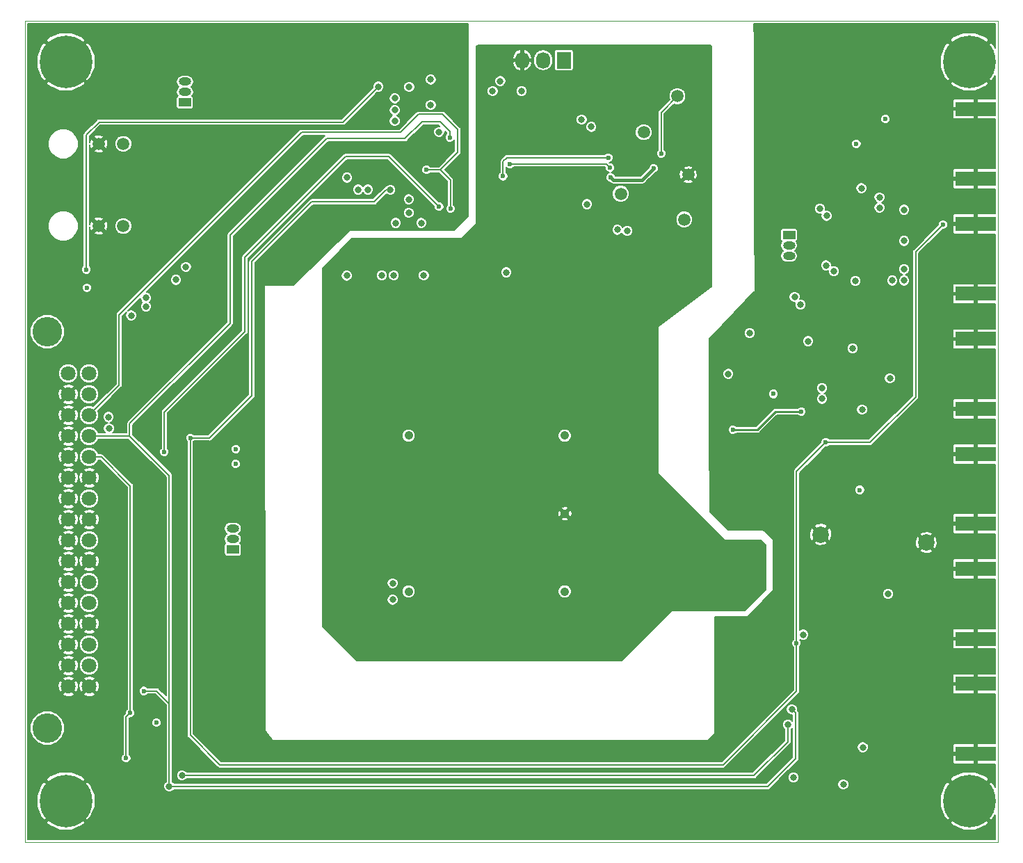
<source format=gbr>
G04 #@! TF.GenerationSoftware,KiCad,Pcbnew,5.0.1*
G04 #@! TF.CreationDate,2018-10-25T19:00:55+02:00*
G04 #@! TF.ProjectId,vcg,7663672E6B696361645F706362000000,rev?*
G04 #@! TF.SameCoordinates,Original*
G04 #@! TF.FileFunction,Copper,L4,Bot,Mixed*
G04 #@! TF.FilePolarity,Positive*
%FSLAX46Y46*%
G04 Gerber Fmt 4.6, Leading zero omitted, Abs format (unit mm)*
G04 Created by KiCad (PCBNEW 5.0.1) date Thu Oct 25 19:00:55 2018*
%MOMM*%
%LPD*%
G01*
G04 APERTURE LIST*
G04 #@! TA.AperFunction,NonConductor*
%ADD10C,0.100000*%
G04 #@! TD*
G04 #@! TA.AperFunction,ComponentPad*
%ADD11R,1.500000X1.000000*%
G04 #@! TD*
G04 #@! TA.AperFunction,ComponentPad*
%ADD12O,1.500000X1.000000*%
G04 #@! TD*
G04 #@! TA.AperFunction,ComponentPad*
%ADD13C,0.800000*%
G04 #@! TD*
G04 #@! TA.AperFunction,ComponentPad*
%ADD14C,1.500000*%
G04 #@! TD*
G04 #@! TA.AperFunction,ComponentPad*
%ADD15C,2.000000*%
G04 #@! TD*
G04 #@! TA.AperFunction,ComponentPad*
%ADD16C,3.600000*%
G04 #@! TD*
G04 #@! TA.AperFunction,ComponentPad*
%ADD17C,1.800000*%
G04 #@! TD*
G04 #@! TA.AperFunction,ComponentPad*
%ADD18C,6.400000*%
G04 #@! TD*
G04 #@! TA.AperFunction,ComponentPad*
%ADD19C,1.050000*%
G04 #@! TD*
G04 #@! TA.AperFunction,SMDPad,CuDef*
%ADD20R,4.900000X1.800000*%
G04 #@! TD*
G04 #@! TA.AperFunction,ComponentPad*
%ADD21R,1.727200X2.032000*%
G04 #@! TD*
G04 #@! TA.AperFunction,ComponentPad*
%ADD22O,1.727200X2.032000*%
G04 #@! TD*
G04 #@! TA.AperFunction,ViaPad*
%ADD23C,0.800000*%
G04 #@! TD*
G04 #@! TA.AperFunction,ViaPad*
%ADD24C,0.600000*%
G04 #@! TD*
G04 #@! TA.AperFunction,Conductor*
%ADD25C,0.400000*%
G04 #@! TD*
G04 #@! TA.AperFunction,Conductor*
%ADD26C,0.200000*%
G04 #@! TD*
G04 #@! TA.AperFunction,Conductor*
%ADD27C,0.250000*%
G04 #@! TD*
G04 APERTURE END LIST*
D10*
X168500000Y-30000000D02*
X168500000Y-130000000D01*
X50000000Y-30000000D02*
X168500000Y-30000000D01*
X50000000Y-30000000D02*
X50000000Y-130000000D01*
X50000000Y-130000000D02*
X168500000Y-130000000D01*
D11*
G04 #@! TO.P,Q4,1*
G04 #@! TO.N,Net-(Q4-Pad1)*
X69500000Y-39970000D03*
D12*
G04 #@! TO.P,Q4,3*
G04 #@! TO.N,Net-(Q4-Pad2)*
X69500000Y-37430000D03*
G04 #@! TO.P,Q4,2*
X69500000Y-38700000D03*
G04 #@! TD*
D11*
G04 #@! TO.P,Q3,1*
G04 #@! TO.N,Net-(Q3-Pad1)*
X75325000Y-94375000D03*
D12*
G04 #@! TO.P,Q3,3*
G04 #@! TO.N,Net-(Q3-Pad2)*
X75325000Y-91835000D03*
G04 #@! TO.P,Q3,2*
X75325000Y-93105000D03*
G04 #@! TD*
D11*
G04 #@! TO.P,Q1,1*
G04 #@! TO.N,Net-(C25-Pad2)*
X143050000Y-56100000D03*
D12*
G04 #@! TO.P,Q1,3*
G04 #@! TO.N,Net-(C26-Pad1)*
X143050000Y-58640000D03*
G04 #@! TO.P,Q1,2*
G04 #@! TO.N,Net-(C24-Pad1)*
X143050000Y-57370000D03*
G04 #@! TD*
D13*
G04 #@! TO.P,via,1*
G04 #@! TO.N,GND*
X161100000Y-119200000D03*
G04 #@! TD*
G04 #@! TO.P,via,1*
G04 #@! TO.N,GND*
X161100000Y-115600000D03*
G04 #@! TD*
G04 #@! TO.P,via,1*
G04 #@! TO.N,GND*
X158300000Y-121100000D03*
G04 #@! TD*
G04 #@! TO.P,via,1*
G04 #@! TO.N,GND*
X157000000Y-119400000D03*
G04 #@! TD*
G04 #@! TO.P,via,1*
G04 #@! TO.N,GND*
X159400000Y-112300000D03*
G04 #@! TD*
G04 #@! TO.P,via,1*
G04 #@! TO.N,GND*
X157400000Y-105800000D03*
G04 #@! TD*
G04 #@! TO.P,via,1*
G04 #@! TO.N,GND*
X159900000Y-108700000D03*
G04 #@! TD*
G04 #@! TO.P,via,1*
G04 #@! TO.N,GND*
X165800000Y-107900000D03*
G04 #@! TD*
G04 #@! TO.P,via,1*
G04 #@! TO.N,GND*
X165700000Y-93900000D03*
G04 #@! TD*
G04 #@! TO.P,via,1*
G04 #@! TO.N,GND*
X141200000Y-103900000D03*
G04 #@! TD*
G04 #@! TO.P,via,1*
G04 #@! TO.N,GND*
X145100000Y-87200000D03*
G04 #@! TD*
G04 #@! TO.P,via,1*
G04 #@! TO.N,GND*
X147900000Y-84400000D03*
G04 #@! TD*
G04 #@! TO.P,via,1*
G04 #@! TO.N,GND*
X160500000Y-82200000D03*
G04 #@! TD*
G04 #@! TO.P,via,1*
G04 #@! TO.N,GND*
X165800000Y-79900000D03*
G04 #@! TD*
G04 #@! TO.P,via,1*
G04 #@! TO.N,GND*
X160500000Y-73800000D03*
G04 #@! TD*
G04 #@! TO.P,via,1*
G04 #@! TO.N,GND*
X156500000Y-70100000D03*
G04 #@! TD*
G04 #@! TO.P,via,1*
G04 #@! TO.N,GND*
X156600000Y-66400000D03*
G04 #@! TD*
G04 #@! TO.P,via,1*
G04 #@! TO.N,GND*
X152100000Y-66300000D03*
G04 #@! TD*
G04 #@! TO.P,via,1*
G04 #@! TO.N,GND*
X160800000Y-63100000D03*
G04 #@! TD*
G04 #@! TO.P,via,1*
G04 #@! TO.N,GND*
X165800000Y-66000000D03*
G04 #@! TD*
G04 #@! TO.P,via,1*
G04 #@! TO.N,GND*
X165800000Y-51900000D03*
G04 #@! TD*
G04 #@! TO.P,via,1*
G04 #@! TO.N,GND*
X161900000Y-40700000D03*
G04 #@! TD*
G04 #@! TO.P,via,1*
G04 #@! TO.N,GND*
X139500000Y-35900000D03*
G04 #@! TD*
G04 #@! TO.P,via,1*
G04 #@! TO.N,GND*
X139500000Y-41100000D03*
G04 #@! TD*
G04 #@! TO.P,via,1*
G04 #@! TO.N,GND*
X139500000Y-48600000D03*
G04 #@! TD*
G04 #@! TO.P,via,1*
G04 #@! TO.N,GND*
X139500000Y-56100000D03*
G04 #@! TD*
G04 #@! TO.P,via,1*
G04 #@! TO.N,GND*
X139600000Y-62700000D03*
G04 #@! TD*
G04 #@! TO.P,via,1*
G04 #@! TO.N,GND*
X136600000Y-66200000D03*
G04 #@! TD*
G04 #@! TO.P,via,1*
G04 #@! TO.N,GND*
X133900000Y-69000000D03*
G04 #@! TD*
G04 #@! TO.P,via,1*
G04 #@! TO.N,GND*
X133800000Y-72700000D03*
G04 #@! TD*
G04 #@! TO.P,via,1*
G04 #@! TO.N,GND*
X133800000Y-78200000D03*
G04 #@! TD*
G04 #@! TO.P,via,1*
G04 #@! TO.N,GND*
X133900000Y-81200000D03*
G04 #@! TD*
G04 #@! TO.P,via,1*
G04 #@! TO.N,GND*
X133900000Y-84500000D03*
G04 #@! TD*
G04 #@! TO.P,via,1*
G04 #@! TO.N,GND*
X134000000Y-89400000D03*
G04 #@! TD*
G04 #@! TO.P,via,1*
G04 #@! TO.N,GND*
X141100000Y-92200000D03*
G04 #@! TD*
G04 #@! TO.P,via,1*
G04 #@! TO.N,GND*
X141700000Y-96400000D03*
G04 #@! TD*
G04 #@! TO.P,via,1*
G04 #@! TO.N,GND*
X141400000Y-100000000D03*
G04 #@! TD*
G04 #@! TO.P,via,1*
G04 #@! TO.N,GND*
X138300000Y-103100000D03*
G04 #@! TD*
G04 #@! TO.P,via,1*
G04 #@! TO.N,GND*
X134600000Y-103100000D03*
G04 #@! TD*
G04 #@! TO.P,via,1*
G04 #@! TO.N,GND*
X134600000Y-109600000D03*
G04 #@! TD*
G04 #@! TO.P,via,1*
G04 #@! TO.N,GND*
X137600000Y-124200000D03*
G04 #@! TD*
G04 #@! TO.P,via,1*
G04 #@! TO.N,GND*
X137600000Y-120800000D03*
G04 #@! TD*
G04 #@! TO.P,via,1*
G04 #@! TO.N,GND*
X134600000Y-115400000D03*
G04 #@! TD*
G04 #@! TO.P,via,1*
G04 #@! TO.N,GND*
X132800000Y-118200000D03*
G04 #@! TD*
G04 #@! TO.P,via,1*
G04 #@! TO.N,GND*
X76000000Y-124700000D03*
G04 #@! TD*
G04 #@! TO.P,via,1*
G04 #@! TO.N,GND*
X68900000Y-106900000D03*
G04 #@! TD*
G04 #@! TO.P,via,1*
G04 #@! TO.N,GND*
X69900000Y-118600000D03*
G04 #@! TD*
G04 #@! TO.P,via,1*
G04 #@! TO.N,GND*
X72200000Y-117100000D03*
G04 #@! TD*
G04 #@! TO.P,via,1*
G04 #@! TO.N,GND*
X72200000Y-111800000D03*
G04 #@! TD*
G04 #@! TO.P,via,1*
G04 #@! TO.N,GND*
X72100000Y-105500000D03*
G04 #@! TD*
G04 #@! TO.P,via,1*
G04 #@! TO.N,GND*
X74900000Y-103800000D03*
G04 #@! TD*
G04 #@! TO.P,via,1*
G04 #@! TO.N,GND*
X74900000Y-110400000D03*
G04 #@! TD*
G04 #@! TO.P,via,1*
G04 #@! TO.N,GND*
X74900000Y-116200000D03*
G04 #@! TD*
G04 #@! TO.P,via,1*
G04 #@! TO.N,GND*
X126000000Y-118200000D03*
G04 #@! TD*
G04 #@! TO.P,via,1*
G04 #@! TO.N,GND*
X118500000Y-118200000D03*
G04 #@! TD*
G04 #@! TO.P,via,1*
G04 #@! TO.N,GND*
X111000000Y-118200000D03*
G04 #@! TD*
G04 #@! TO.P,via,1*
G04 #@! TO.N,GND*
X103500000Y-118200000D03*
G04 #@! TD*
G04 #@! TO.P,via,1*
G04 #@! TO.N,GND*
X96000000Y-118200000D03*
G04 #@! TD*
G04 #@! TO.P,via,1*
G04 #@! TO.N,GND*
X88500000Y-118200000D03*
G04 #@! TD*
G04 #@! TO.P,via,1*
G04 #@! TO.N,GND*
X81000000Y-118200000D03*
G04 #@! TD*
G04 #@! TO.P,via,1*
G04 #@! TO.N,GND*
X78700000Y-116000000D03*
G04 #@! TD*
G04 #@! TO.P,via,1*
G04 #@! TO.N,GND*
X78700000Y-110200000D03*
G04 #@! TD*
G04 #@! TO.P,via,1*
G04 #@! TO.N,GND*
X78700000Y-103600000D03*
G04 #@! TD*
G04 #@! TO.P,via,1*
G04 #@! TO.N,GND*
X78700000Y-96800000D03*
G04 #@! TD*
G04 #@! TO.P,via,1*
G04 #@! TO.N,GND*
X78700000Y-89200000D03*
G04 #@! TD*
G04 #@! TO.P,via,1*
G04 #@! TO.N,GND*
X78700000Y-81000000D03*
G04 #@! TD*
G04 #@! TO.P,via,1*
G04 #@! TO.N,GND*
X74700000Y-71700000D03*
G04 #@! TD*
G04 #@! TO.P,via,1*
G04 #@! TO.N,GND*
X78600000Y-74500000D03*
G04 #@! TD*
G04 #@! TO.P,via,1*
G04 #@! TO.N,GND*
X84400000Y-56700000D03*
G04 #@! TD*
G04 #@! TO.P,via,1*
G04 #@! TO.N,GND*
X79200000Y-61700000D03*
G04 #@! TD*
G04 #@! TO.P,via,1*
G04 #@! TO.N,GND*
X82500000Y-61700000D03*
G04 #@! TD*
G04 #@! TO.P,via,1*
G04 #@! TO.N,GND*
X84400000Y-59700000D03*
G04 #@! TD*
G04 #@! TO.P,via,1*
G04 #@! TO.N,GND*
X89500000Y-55000000D03*
G04 #@! TD*
G04 #@! TO.P,via,1*
G04 #@! TO.N,GND*
X93300000Y-55000000D03*
G04 #@! TD*
G04 #@! TO.P,via,1*
G04 #@! TO.N,GND*
X102800000Y-54300000D03*
G04 #@! TD*
G04 #@! TO.P,via,1*
G04 #@! TO.N,GND*
X100000000Y-55000000D03*
G04 #@! TD*
G04 #@! TO.P,via,1*
G04 #@! TO.N,GND*
X103400000Y-52600000D03*
G04 #@! TD*
G04 #@! TO.P,via,1*
G04 #@! TO.N,GND*
X103300000Y-42600000D03*
G04 #@! TD*
G04 #@! TO.P,via,1*
G04 #@! TO.N,GND*
X103300000Y-40300000D03*
G04 #@! TD*
G04 #@! TO.P,via,1*
G04 #@! TO.N,GND*
X103200000Y-36000000D03*
G04 #@! TD*
G04 #@! TO.P,via,1*
G04 #@! TO.N,GNDA*
X119100000Y-33900000D03*
G04 #@! TD*
G04 #@! TO.P,via,1*
G04 #@! TO.N,GNDA*
X122900000Y-33900000D03*
G04 #@! TD*
G04 #@! TO.P,via,1*
G04 #@! TO.N,GNDA*
X125600000Y-33900000D03*
G04 #@! TD*
G04 #@! TO.P,via,1*
G04 #@! TO.N,GNDA*
X130200000Y-34000000D03*
G04 #@! TD*
G04 #@! TO.P,via,1*
G04 #@! TO.N,GNDA*
X133100000Y-34000000D03*
G04 #@! TD*
G04 #@! TO.P,via,1*
G04 #@! TO.N,GNDA*
X133000000Y-40500000D03*
G04 #@! TD*
G04 #@! TO.P,via,1*
G04 #@! TO.N,GNDA*
X133000000Y-46100000D03*
G04 #@! TD*
G04 #@! TO.P,via,1*
G04 #@! TO.N,GNDA*
X133000000Y-51600000D03*
G04 #@! TD*
G04 #@! TO.P,via,1*
G04 #@! TO.N,GNDA*
X131000000Y-55900000D03*
G04 #@! TD*
G04 #@! TO.P,via,1*
G04 #@! TO.N,GNDA*
X133000000Y-56500000D03*
G04 #@! TD*
G04 #@! TO.P,via,1*
G04 #@! TO.N,GNDA*
X126100000Y-66800000D03*
G04 #@! TD*
G04 #@! TO.P,via,1*
G04 #@! TO.N,GNDA*
X132900000Y-61900000D03*
G04 #@! TD*
G04 #@! TO.P,via,1*
G04 #@! TO.N,GNDA*
X129300000Y-64200000D03*
G04 #@! TD*
G04 #@! TO.P,via,1*
G04 #@! TO.N,GNDA*
X126100000Y-70500000D03*
G04 #@! TD*
G04 #@! TO.P,via,1*
G04 #@! TO.N,GNDA*
X126100000Y-78000000D03*
G04 #@! TD*
G04 #@! TO.P,via,1*
G04 #@! TO.N,GNDA*
X126100000Y-85500000D03*
G04 #@! TD*
G04 #@! TO.P,via,1*
G04 #@! TO.N,GNDA*
X130400000Y-90300000D03*
G04 #@! TD*
G04 #@! TO.P,via,1*
G04 #@! TO.N,GNDA*
X134500000Y-94300000D03*
G04 #@! TD*
G04 #@! TO.P,via,1*
G04 #@! TO.N,GNDA*
X137400000Y-94400000D03*
G04 #@! TD*
G04 #@! TO.P,via,1*
G04 #@! TO.N,GNDA*
X139300000Y-96200000D03*
G04 #@! TD*
G04 #@! TO.P,via,1*
G04 #@! TO.N,GNDA*
X139400000Y-98600000D03*
G04 #@! TD*
G04 #@! TO.P,via,1*
G04 #@! TO.N,GNDA*
X136900000Y-100900000D03*
G04 #@! TD*
G04 #@! TO.P,via,1*
G04 #@! TO.N,GNDA*
X132200000Y-100900000D03*
G04 #@! TD*
G04 #@! TO.P,via,1*
G04 #@! TO.N,GNDA*
X127700000Y-101000000D03*
G04 #@! TD*
G04 #@! TO.P,via,1*
G04 #@! TO.N,GNDA*
X124500000Y-103900000D03*
G04 #@! TD*
G04 #@! TO.P,via,1*
G04 #@! TO.N,GNDA*
X104100000Y-60700000D03*
G04 #@! TD*
G04 #@! TO.P,via,1*
G04 #@! TO.N,GNDA*
X104100000Y-68200000D03*
G04 #@! TD*
G04 #@! TO.P,via,1*
G04 #@! TO.N,GNDA*
X104100000Y-75700000D03*
G04 #@! TD*
G04 #@! TO.P,via,1*
G04 #@! TO.N,GNDA*
X104100000Y-83200000D03*
G04 #@! TD*
G04 #@! TO.P,via,1*
G04 #@! TO.N,GNDA*
X104100000Y-90700000D03*
G04 #@! TD*
G04 #@! TO.P,via,1*
G04 #@! TO.N,GNDA*
X104100000Y-98200000D03*
G04 #@! TD*
G04 #@! TO.P,via,1*
G04 #@! TO.N,GNDA*
X121000000Y-107000000D03*
G04 #@! TD*
G04 #@! TO.P,via,1*
G04 #@! TO.N,GNDA*
X113000000Y-107000000D03*
G04 #@! TD*
G04 #@! TO.P,via,1*
G04 #@! TO.N,GNDA*
X106000000Y-107000000D03*
G04 #@! TD*
G04 #@! TO.P,via,1*
G04 #@! TO.N,GNDA*
X98000000Y-107000000D03*
G04 #@! TD*
G04 #@! TO.P,via,1*
G04 #@! TO.N,GNDA*
X91000000Y-107000000D03*
G04 #@! TD*
G04 #@! TO.P,via,1*
G04 #@! TO.N,GNDA*
X86750000Y-98100000D03*
G04 #@! TD*
G04 #@! TO.P,via,1*
G04 #@! TO.N,GNDA*
X86750000Y-90600000D03*
G04 #@! TD*
G04 #@! TO.P,via,1*
G04 #@! TO.N,GNDA*
X86750000Y-83100000D03*
G04 #@! TD*
G04 #@! TO.P,via,1*
G04 #@! TO.N,GNDA*
X86750000Y-75600000D03*
G04 #@! TD*
G04 #@! TO.P,via,1*
G04 #@! TO.N,GNDA*
X86750000Y-68100000D03*
G04 #@! TD*
G04 #@! TO.P,via,1*
G04 #@! TO.N,GNDA*
X86750000Y-60600000D03*
G04 #@! TD*
G04 #@! TO.P,via,1*
G04 #@! TO.N,GNDA*
X93900000Y-57100000D03*
G04 #@! TD*
G04 #@! TO.P,via,1*
G04 #@! TO.N,GNDA*
X96700000Y-57100000D03*
G04 #@! TD*
G04 #@! TO.P,via,1*
G04 #@! TO.N,GNDA*
X100200000Y-57100000D03*
G04 #@! TD*
G04 #@! TO.P,via,1*
G04 #@! TO.N,GNDA*
X103100000Y-57100000D03*
G04 #@! TD*
G04 #@! TO.P,via,1*
G04 #@! TO.N,GNDA*
X104500000Y-55900000D03*
G04 #@! TD*
G04 #@! TO.P,via,1*
G04 #@! TO.N,GNDA*
X105700000Y-54300000D03*
G04 #@! TD*
G04 #@! TO.P,via,1*
G04 #@! TO.N,GNDA*
X105700000Y-52100000D03*
G04 #@! TD*
G04 #@! TO.P,via,1*
G04 #@! TO.N,GNDA*
X105600000Y-42700000D03*
G04 #@! TD*
G04 #@! TO.P,via,1*
G04 #@! TO.N,GNDA*
X105600000Y-44300000D03*
G04 #@! TD*
G04 #@! TO.P,via,1*
G04 #@! TO.N,GNDA*
X105800000Y-36000000D03*
G04 #@! TD*
G04 #@! TO.P,via,1*
G04 #@! TO.N,GNDA*
X107000000Y-33700000D03*
G04 #@! TD*
G04 #@! TO.P,via,1*
G04 #@! TO.N,GND*
X161500000Y-32000000D03*
G04 #@! TD*
G04 #@! TO.P,via,1*
G04 #@! TO.N,GND*
X155000000Y-32000000D03*
G04 #@! TD*
G04 #@! TO.P,via,1*
G04 #@! TO.N,GND*
X147500000Y-32000000D03*
G04 #@! TD*
G04 #@! TO.P,via,1*
G04 #@! TO.N,GND*
X140000000Y-32000000D03*
G04 #@! TD*
G04 #@! TO.P,via,1*
G04 #@! TO.N,GND*
X81800000Y-43600000D03*
G04 #@! TD*
G04 #@! TO.P,via,1*
G04 #@! TO.N,GND*
X79300000Y-43600000D03*
G04 #@! TD*
G04 #@! TO.P,via,1*
G04 #@! TO.N,GND*
X81800000Y-41100000D03*
G04 #@! TD*
G04 #@! TO.P,via,1*
G04 #@! TO.N,GND*
X79300000Y-41100000D03*
G04 #@! TD*
G04 #@! TO.P,via,1*
G04 #@! TO.N,GND*
X76800000Y-41100000D03*
G04 #@! TD*
G04 #@! TO.P,via,1*
G04 #@! TO.N,GND*
X81800000Y-38600000D03*
G04 #@! TD*
G04 #@! TO.P,via,1*
G04 #@! TO.N,GND*
X79300000Y-38600000D03*
G04 #@! TD*
G04 #@! TO.P,via,1*
G04 #@! TO.N,GND*
X76800000Y-38600000D03*
G04 #@! TD*
G04 #@! TO.P,via,1*
G04 #@! TO.N,GND*
X81800000Y-36100000D03*
G04 #@! TD*
G04 #@! TO.P,via,1*
G04 #@! TO.N,GND*
X79300000Y-36100000D03*
G04 #@! TD*
G04 #@! TO.P,via,1*
G04 #@! TO.N,GND*
X76800000Y-36100000D03*
G04 #@! TD*
G04 #@! TO.P,via,1*
G04 #@! TO.N,GND*
X103000000Y-32000000D03*
G04 #@! TD*
G04 #@! TO.P,via,1*
G04 #@! TO.N,GND*
X96500000Y-32000000D03*
G04 #@! TD*
G04 #@! TO.P,via,1*
G04 #@! TO.N,GND*
X59000000Y-32000000D03*
G04 #@! TD*
G04 #@! TO.P,via,1*
G04 #@! TO.N,GND*
X89000000Y-32000000D03*
G04 #@! TD*
G04 #@! TO.P,via,1*
G04 #@! TO.N,GND*
X81500000Y-32000000D03*
G04 #@! TD*
G04 #@! TO.P,via,1*
G04 #@! TO.N,GND*
X74000000Y-32000000D03*
G04 #@! TD*
G04 #@! TO.P,via,1*
G04 #@! TO.N,GND*
X66500000Y-32000000D03*
G04 #@! TD*
G04 #@! TO.P,via,1*
G04 #@! TO.N,GND*
X156500000Y-128000000D03*
G04 #@! TD*
G04 #@! TO.P,via,1*
G04 #@! TO.N,GND*
X149000000Y-128000000D03*
G04 #@! TD*
G04 #@! TO.P,via,1*
G04 #@! TO.N,GND*
X141500000Y-128000000D03*
G04 #@! TD*
G04 #@! TO.P,via,1*
G04 #@! TO.N,GND*
X134000000Y-128000000D03*
G04 #@! TD*
G04 #@! TO.P,via,1*
G04 #@! TO.N,GND*
X126500000Y-128000000D03*
G04 #@! TD*
G04 #@! TO.P,via,1*
G04 #@! TO.N,GND*
X119000000Y-128000000D03*
G04 #@! TD*
G04 #@! TO.P,via,1*
G04 #@! TO.N,GND*
X111500000Y-128000000D03*
G04 #@! TD*
G04 #@! TO.P,via,1*
G04 #@! TO.N,GND*
X104000000Y-128000000D03*
G04 #@! TD*
G04 #@! TO.P,via,1*
G04 #@! TO.N,GND*
X96500000Y-128000000D03*
G04 #@! TD*
G04 #@! TO.P,via,1*
G04 #@! TO.N,GND*
X89000000Y-128000000D03*
G04 #@! TD*
G04 #@! TO.P,via,1*
G04 #@! TO.N,GND*
X81500000Y-128000000D03*
G04 #@! TD*
G04 #@! TO.P,via,1*
G04 #@! TO.N,GND*
X74000000Y-128000000D03*
G04 #@! TD*
G04 #@! TO.P,via,1*
G04 #@! TO.N,GND*
X66500000Y-128000000D03*
G04 #@! TD*
D14*
G04 #@! TO.P,P8,1*
G04 #@! TO.N,/DAC/V_SUM*
X130290000Y-54220000D03*
G04 #@! TD*
G04 #@! TO.P,P7,1*
G04 #@! TO.N,/DAC/VREF_DAC*
X129450000Y-39190000D03*
G04 #@! TD*
G04 #@! TO.P,P6,1*
G04 #@! TO.N,GNDA*
X130770000Y-48750000D03*
G04 #@! TD*
G04 #@! TO.P,P5,1*
G04 #@! TO.N,/DAC/V_B*
X122550000Y-51075000D03*
G04 #@! TD*
G04 #@! TO.P,P4,1*
G04 #@! TO.N,/DAC/V_A*
X125375000Y-43575000D03*
G04 #@! TD*
D15*
G04 #@! TO.P,J2,P2*
G04 #@! TO.N,GND*
X146900000Y-92550000D03*
G04 #@! TO.P,J2,P1*
X159730000Y-93550000D03*
G04 #@! TD*
D16*
G04 #@! TO.P,P1,~*
G04 #@! TO.N,N/C*
X52760000Y-116130000D03*
X52760000Y-67870000D03*
D17*
G04 #@! TO.P,P1,A1*
G04 #@! TO.N,GND*
X55300000Y-111050000D03*
G04 #@! TO.P,P1,B1*
X57840000Y-111050000D03*
G04 #@! TO.P,P1,A2*
X55300000Y-108510000D03*
G04 #@! TO.P,P1,B2*
G04 #@! TO.N,/Fpll_F_P*
X57840000Y-108510000D03*
G04 #@! TO.P,P1,A3*
G04 #@! TO.N,GND*
X55300000Y-105970000D03*
G04 #@! TO.P,P1,B3*
G04 #@! TO.N,/Fpll_F_N*
X57840000Y-105970000D03*
G04 #@! TO.P,P1,A4*
G04 #@! TO.N,GND*
X55300000Y-103430000D03*
G04 #@! TO.P,P1,B4*
X57840000Y-103430000D03*
G04 #@! TO.P,P1,A5*
X55300000Y-100890000D03*
G04 #@! TO.P,P1,B5*
G04 #@! TO.N,/Fpll_E_P*
X57840000Y-100890000D03*
G04 #@! TO.P,P1,A6*
G04 #@! TO.N,GND*
X55300000Y-98350000D03*
G04 #@! TO.P,P1,B6*
G04 #@! TO.N,/Fpll_E_N*
X57840000Y-98350000D03*
G04 #@! TO.P,P1,A7*
G04 #@! TO.N,GND*
X55300000Y-95810000D03*
G04 #@! TO.P,P1,B7*
X57840000Y-95810000D03*
G04 #@! TO.P,P1,A8*
X55300000Y-93270000D03*
G04 #@! TO.P,P1,B8*
G04 #@! TO.N,/Fpll_C*
X57840000Y-93270000D03*
G04 #@! TO.P,P1,A9*
G04 #@! TO.N,GND*
X55300000Y-90730000D03*
G04 #@! TO.P,P1,B9*
X57840000Y-90730000D03*
G04 #@! TO.P,P1,A10*
X55300000Y-88190000D03*
G04 #@! TO.P,P1,B10*
G04 #@! TO.N,/F10_C*
X57840000Y-88190000D03*
G04 #@! TO.P,P1,A11*
G04 #@! TO.N,GND*
X55300000Y-85650000D03*
G04 #@! TO.P,P1,B11*
X57840000Y-85650000D03*
G04 #@! TO.P,P1,A12*
X55300000Y-83110000D03*
G04 #@! TO.P,P1,B12*
G04 #@! TO.N,/SCL*
X57840000Y-83110000D03*
G04 #@! TO.P,P1,A13*
G04 #@! TO.N,GND*
X55300000Y-80570000D03*
G04 #@! TO.P,P1,B13*
G04 #@! TO.N,/SDA*
X57840000Y-80570000D03*
G04 #@! TO.P,P1,A14*
G04 #@! TO.N,GND*
X55300000Y-78030000D03*
G04 #@! TO.P,P1,B14*
G04 #@! TO.N,/EN_DAC*
X57840000Y-78030000D03*
G04 #@! TO.P,P1,A15*
G04 #@! TO.N,GND*
X55300000Y-75490000D03*
G04 #@! TO.P,P1,B15*
G04 #@! TO.N,/VDD_D*
X57840000Y-75490000D03*
G04 #@! TO.P,P1,A16*
G04 #@! TO.N,Net-(GS1-Pad2)*
X55300000Y-72950000D03*
G04 #@! TO.P,P1,B16*
X57840000Y-72950000D03*
G04 #@! TD*
D14*
G04 #@! TO.P,P3,2*
G04 #@! TO.N,/Vin2*
X62000000Y-55000000D03*
G04 #@! TO.P,P3,1*
G04 #@! TO.N,GND*
X59000000Y-55000000D03*
G04 #@! TD*
G04 #@! TO.P,P2,2*
G04 #@! TO.N,/Vin1*
X62000000Y-45000000D03*
G04 #@! TO.P,P2,1*
G04 #@! TO.N,GND*
X59000000Y-45000000D03*
G04 #@! TD*
D18*
G04 #@! TO.P,MH4,1*
G04 #@! TO.N,GND*
X165000000Y-125000000D03*
D13*
X167400000Y-125000000D03*
X166697056Y-126697056D03*
X165000000Y-127400000D03*
X163302944Y-126697056D03*
X162600000Y-125000000D03*
X163302944Y-123302944D03*
X165000000Y-122600000D03*
X166697056Y-123302944D03*
G04 #@! TD*
D18*
G04 #@! TO.P,MH3,1*
G04 #@! TO.N,GND*
X165000000Y-35000000D03*
D13*
X167400000Y-35000000D03*
X166697056Y-36697056D03*
X165000000Y-37400000D03*
X163302944Y-36697056D03*
X162600000Y-35000000D03*
X163302944Y-33302944D03*
X165000000Y-32600000D03*
X166697056Y-33302944D03*
G04 #@! TD*
D18*
G04 #@! TO.P,MH2,1*
G04 #@! TO.N,GND*
X55000000Y-35000000D03*
D13*
X57400000Y-35000000D03*
X56697056Y-36697056D03*
X55000000Y-37400000D03*
X53302944Y-36697056D03*
X52600000Y-35000000D03*
X53302944Y-33302944D03*
X55000000Y-32600000D03*
X56697056Y-33302944D03*
G04 #@! TD*
D18*
G04 #@! TO.P,MH1,1*
G04 #@! TO.N,GND*
X55000000Y-125000000D03*
D13*
X57400000Y-125000000D03*
X56697056Y-126697056D03*
X55000000Y-127400000D03*
X53302944Y-126697056D03*
X52600000Y-125000000D03*
X53302944Y-123302944D03*
X55000000Y-122600000D03*
X56697056Y-123302944D03*
G04 #@! TD*
D19*
G04 #@! TO.P,Y1,1*
G04 #@! TO.N,Net-(R31-Pad2)*
X115735000Y-99510000D03*
G04 #@! TO.P,Y1,2*
G04 #@! TO.N,GNDA*
X115735000Y-90010000D03*
G04 #@! TO.P,Y1,3*
G04 #@! TO.N,/Vc*
X115735000Y-80510000D03*
G04 #@! TO.P,Y1,4*
G04 #@! TO.N,/Vref*
X96735000Y-80510000D03*
G04 #@! TO.P,Y1,5*
G04 #@! TO.N,/VDD_OSC*
X96735000Y-99510000D03*
G04 #@! TD*
D13*
G04 #@! TO.P,via,1*
G04 #@! TO.N,GND*
X59000000Y-128000000D03*
G04 #@! TD*
D20*
G04 #@! TO.P,J1,4*
G04 #@! TO.N,GND*
X165750000Y-40750000D03*
G04 #@! TO.P,J1,5*
X165750000Y-49250000D03*
G04 #@! TD*
G04 #@! TO.P,J3,4*
G04 #@! TO.N,GND*
X165750000Y-54750000D03*
G04 #@! TO.P,J3,5*
X165750000Y-63250000D03*
G04 #@! TD*
G04 #@! TO.P,J4,4*
G04 #@! TO.N,GND*
X165750000Y-110750000D03*
G04 #@! TO.P,J4,5*
X165750000Y-119250000D03*
G04 #@! TD*
G04 #@! TO.P,J5,4*
G04 #@! TO.N,GND*
X165750000Y-96750000D03*
G04 #@! TO.P,J5,5*
X165750000Y-105250000D03*
G04 #@! TD*
G04 #@! TO.P,J6,4*
G04 #@! TO.N,GND*
X165750000Y-82750000D03*
G04 #@! TO.P,J6,5*
X165750000Y-91250000D03*
G04 #@! TD*
G04 #@! TO.P,J7,4*
G04 #@! TO.N,GND*
X165750000Y-68750000D03*
G04 #@! TO.P,J7,5*
X165750000Y-77250000D03*
G04 #@! TD*
D21*
G04 #@! TO.P,K1,1*
G04 #@! TO.N,/DAC/V2P8*
X115640000Y-34820000D03*
D22*
G04 #@! TO.P,K1,2*
G04 #@! TO.N,Net-(K1-Pad2)*
X113100000Y-34820000D03*
G04 #@! TO.P,K1,3*
G04 #@! TO.N,GNDA*
X110560000Y-34820000D03*
G04 #@! TD*
D23*
G04 #@! TO.N,GNDA*
X117930000Y-35380000D03*
X121250000Y-52200000D03*
X124600000Y-51700000D03*
X129800000Y-51700000D03*
X129400000Y-52900000D03*
X123675000Y-52725000D03*
X129175000Y-46825000D03*
X126210000Y-41890000D03*
X121840000Y-37010000D03*
D24*
X124350000Y-48487500D03*
X123500000Y-48487500D03*
X123500000Y-47662500D03*
X124350000Y-47662500D03*
X124350000Y-46837500D03*
X123500000Y-46837500D03*
X124350000Y-46012500D03*
X123500000Y-46012500D03*
D23*
X122790000Y-44390000D03*
X120100000Y-43550000D03*
X129800000Y-42500000D03*
X125350000Y-58100000D03*
X126250000Y-59300000D03*
X122725000Y-61875000D03*
X114850000Y-59300000D03*
X117150000Y-56300000D03*
X119675000Y-54225000D03*
X120275000Y-56075000D03*
X117700000Y-40050000D03*
X106725000Y-41575000D03*
X110475000Y-41575000D03*
X107850000Y-50450000D03*
X107725000Y-45925000D03*
X113340000Y-54640000D03*
X107110000Y-53860000D03*
X105820000Y-57170000D03*
X107110000Y-60590000D03*
X89250000Y-58050000D03*
X93000000Y-58050000D03*
D24*
G04 #@! TO.N,GND*
X138500000Y-77500000D03*
X139100000Y-75900000D03*
X156600000Y-43900000D03*
D23*
X103100000Y-50500000D03*
D24*
X136200000Y-75800000D03*
D23*
X155150000Y-98300000D03*
X64520000Y-85880000D03*
D24*
X68963000Y-50103000D03*
X70100000Y-50453000D03*
X70100000Y-49453000D03*
X67900000Y-50953000D03*
D23*
X85725000Y-47575000D03*
X81875000Y-47575000D03*
X144550000Y-59650000D03*
X145925000Y-59675000D03*
X158310000Y-56790000D03*
X158310000Y-52960000D03*
X151060000Y-52910000D03*
X151060000Y-56690000D03*
X91650000Y-34100000D03*
X92912500Y-35037500D03*
X97250000Y-35100000D03*
X98450000Y-36550000D03*
X92662500Y-39937500D03*
X85412500Y-39737500D03*
X92225000Y-49125000D03*
X92225000Y-45275000D03*
X94500000Y-53600000D03*
X94500000Y-51750000D03*
X103000000Y-34050000D03*
X71590000Y-78260000D03*
X68560000Y-77460000D03*
X61200000Y-81900000D03*
X62200000Y-76750000D03*
X60250000Y-76750000D03*
X89925000Y-53525000D03*
X85650000Y-53450000D03*
X66550000Y-70200000D03*
X64750000Y-69900000D03*
X62950000Y-68900000D03*
X66550000Y-67400000D03*
X71375000Y-67175000D03*
X66525000Y-63125000D03*
X72625000Y-63825000D03*
X73525000Y-61925000D03*
X63700000Y-52400000D03*
X63750000Y-48200000D03*
X73150000Y-56800000D03*
X69000000Y-56800000D03*
X64850000Y-56800000D03*
X73050000Y-43650000D03*
X69000000Y-43650000D03*
X64900000Y-43650000D03*
X51825000Y-61375000D03*
X98175000Y-44325000D03*
X98150000Y-45600000D03*
X98900000Y-43300000D03*
X158310000Y-47010000D03*
X155950000Y-48600000D03*
X160700000Y-48600000D03*
X161080000Y-57770000D03*
X147475000Y-38175000D03*
X143450000Y-39050000D03*
X141625000Y-42625000D03*
X142575000Y-49125000D03*
X146550000Y-47550000D03*
X147525000Y-49325000D03*
X148150000Y-43350000D03*
X148200000Y-45000000D03*
X158975000Y-40125000D03*
X153100000Y-57150000D03*
X151060000Y-58690000D03*
X155540000Y-59540000D03*
X151600000Y-83700000D03*
X155325000Y-75025000D03*
X151600000Y-75600000D03*
X150950000Y-78050000D03*
X152900000Y-78050000D03*
X152300000Y-69950000D03*
X147075000Y-70475000D03*
X143375000Y-71425000D03*
X143375000Y-69075000D03*
X136750000Y-68100000D03*
X139300000Y-71950000D03*
X153550000Y-112450000D03*
X147700000Y-110250000D03*
X150650000Y-110300000D03*
X153387500Y-104762500D03*
X153000000Y-106200000D03*
X152412500Y-103712500D03*
X144710000Y-102760000D03*
X147090000Y-102760000D03*
X154025000Y-118425000D03*
X153100000Y-115750000D03*
X155000000Y-117350000D03*
X144812500Y-117362500D03*
X145837500Y-118387500D03*
X145212500Y-115387500D03*
X141500000Y-112850000D03*
X144650000Y-112450000D03*
X151150000Y-122950000D03*
X145100000Y-120300000D03*
D24*
X147090000Y-124740000D03*
X143150000Y-80200000D03*
X141025000Y-80475000D03*
X157270000Y-91000000D03*
X157270000Y-94400000D03*
X153460000Y-91000000D03*
X153460000Y-94400000D03*
X149650000Y-94500000D03*
X149650000Y-91000000D03*
X151670000Y-88630000D03*
D23*
X145090000Y-106640000D03*
D24*
X64550000Y-115440000D03*
X60650000Y-116860000D03*
X137425000Y-86725000D03*
G04 #@! TO.N,Net-(C5-Pad1)*
X121300000Y-49080000D03*
X126550000Y-48000000D03*
G04 #@! TO.N,Net-(C36-Pad1)*
X151250000Y-45000000D03*
X154775000Y-41975000D03*
D23*
G04 #@! TO.N,Net-(C48-Pad1)*
X151950000Y-77350000D03*
X147075000Y-76025000D03*
X147075000Y-74725000D03*
X150800000Y-69900000D03*
X155325000Y-73525000D03*
G04 #@! TO.N,/Power/VDD_A*
X95037500Y-39450000D03*
D24*
X57500000Y-60300000D03*
D23*
X99425000Y-37175000D03*
X99425000Y-40275000D03*
X95175000Y-54625000D03*
X98275000Y-54625000D03*
X96750000Y-53400000D03*
X96750000Y-51750000D03*
X96800000Y-38050000D03*
X93050000Y-38037500D03*
X95037500Y-42200000D03*
X95037500Y-40900000D03*
D24*
G04 #@! TO.N,/Oscillator/FLTA*
X144550000Y-77600000D03*
X136200000Y-79800000D03*
G04 #@! TO.N,Net-(Q4-Pad2)*
X75675000Y-83975000D03*
G04 #@! TO.N,Net-(Q4-Pad1)*
X75700000Y-82150000D03*
G04 #@! TO.N,/EN_DAC*
X101825000Y-52875000D03*
X98925000Y-48175000D03*
G04 #@! TO.N,/SCL_DAC*
X121040000Y-46690000D03*
X108240000Y-48940000D03*
G04 #@! TO.N,/SDA_DAC*
X109080000Y-47430000D03*
X121250000Y-47900000D03*
D23*
G04 #@! TO.N,/VDD_D*
X135650000Y-73000000D03*
D24*
X57575000Y-62525000D03*
D23*
X146820000Y-52870000D03*
X147630000Y-53770000D03*
X60250000Y-79650000D03*
X60200000Y-78250000D03*
X64750000Y-63750000D03*
X64750000Y-64800000D03*
X62950000Y-65900000D03*
X100450000Y-43550000D03*
X143730000Y-63630000D03*
X144430000Y-64580000D03*
X138250000Y-68050000D03*
D24*
X141150000Y-75445000D03*
X66030000Y-115470000D03*
D23*
G04 #@! TO.N,/VDD_DAC*
X106950000Y-38575000D03*
X118450000Y-52350000D03*
X108610000Y-60640000D03*
X110475000Y-38575000D03*
X107900000Y-37350000D03*
X117800000Y-42050000D03*
X118970000Y-42930000D03*
X122150000Y-55450000D03*
X123350000Y-55600000D03*
G04 #@! TO.N,/VDD_OSC*
X94800000Y-100500000D03*
X94800000Y-98500000D03*
X98575000Y-61025000D03*
X89200000Y-61050000D03*
X93475000Y-61025000D03*
X94925000Y-61025000D03*
D24*
G04 #@! TO.N,/SCL*
X62350000Y-119800000D03*
X67000000Y-82500000D03*
X62850000Y-114300000D03*
X100450000Y-52650000D03*
D23*
X142900000Y-115700000D03*
X69150000Y-121900000D03*
D24*
G04 #@! TO.N,/SDA*
X64500000Y-111600000D03*
X101750000Y-44225000D03*
D23*
X143400000Y-113850000D03*
X67600000Y-123200000D03*
G04 #@! TO.N,/EN_VDD_A*
X94500000Y-50600000D03*
D24*
X70150000Y-80800000D03*
X161800000Y-54800000D03*
X147520000Y-81330000D03*
X143960000Y-105800000D03*
G04 #@! TO.N,/DAC/VREF_DAC*
X127490000Y-46160000D03*
D23*
G04 #@! TO.N,/VDD_OUT*
X155100000Y-99800000D03*
X157040000Y-53010000D03*
X157040000Y-56800000D03*
X151850000Y-50400000D03*
X151110000Y-61690000D03*
X155610000Y-61640000D03*
X157040000Y-61640000D03*
X157040000Y-60260000D03*
X148500000Y-60500000D03*
X147550000Y-59800000D03*
X145375000Y-69025000D03*
X144760000Y-104760000D03*
X152025000Y-118475000D03*
X149650000Y-123000000D03*
X143600000Y-122150000D03*
D24*
X151670000Y-87130000D03*
D23*
G04 #@! TO.N,/V_N*
X91775000Y-50575000D03*
X90575000Y-50575000D03*
X68400000Y-61550000D03*
X69625000Y-59975000D03*
X89225000Y-49100000D03*
X154060000Y-51510000D03*
X154060000Y-52760000D03*
G04 #@! TD*
D25*
G04 #@! TO.N,Net-(C5-Pad1)*
X121650000Y-49400000D02*
X125150000Y-49400000D01*
X125150000Y-49400000D02*
X126550000Y-48000000D01*
X121330000Y-49080000D02*
X121650000Y-49400000D01*
X121300000Y-49080000D02*
X121330000Y-49080000D01*
D26*
G04 #@! TO.N,/Power/VDD_A*
X93050000Y-38037500D02*
X88737500Y-42350000D01*
X88737500Y-42350000D02*
X59050000Y-42350000D01*
X59050000Y-42350000D02*
X57500000Y-43900000D01*
X57500000Y-43900000D02*
X57500000Y-60300000D01*
D27*
G04 #@! TO.N,/Oscillator/FLTA*
X136200000Y-79800000D02*
X139200000Y-79800000D01*
X141400000Y-77600000D02*
X144550000Y-77600000D01*
X139200000Y-79800000D02*
X141400000Y-77600000D01*
D26*
X136200000Y-79800000D02*
X136175000Y-79825000D01*
G04 #@! TO.N,/EN_DAC*
X57840000Y-78030000D02*
X57840000Y-78010000D01*
X57840000Y-78010000D02*
X61500000Y-74350000D01*
X61500000Y-74350000D02*
X61500000Y-65800000D01*
X61500000Y-65800000D02*
X83700000Y-43600000D01*
X83700000Y-43600000D02*
X95750000Y-43600000D01*
X95750000Y-43600000D02*
X97950000Y-41400000D01*
X97950000Y-41400000D02*
X100850000Y-41400000D01*
X100850000Y-41400000D02*
X102700000Y-43250000D01*
X102700000Y-43250000D02*
X102700000Y-46050000D01*
X102700000Y-46050000D02*
X100575000Y-48175000D01*
X101825000Y-49425000D02*
X100575000Y-48175000D01*
X100575000Y-48175000D02*
X98925000Y-48175000D01*
X101825000Y-52875000D02*
X101825000Y-49425000D01*
G04 #@! TO.N,/SCL_DAC*
X108710000Y-46690000D02*
X121040000Y-46690000D01*
X108240000Y-47160000D02*
X108710000Y-46690000D01*
X108240000Y-48940000D02*
X108240000Y-47160000D01*
G04 #@! TO.N,/SDA_DAC*
X109080000Y-47430000D02*
X120780000Y-47430000D01*
X120780000Y-47430000D02*
X121250000Y-47900000D01*
G04 #@! TO.N,/SCL*
X62850000Y-114300000D02*
X62850000Y-86650000D01*
X62350000Y-119800000D02*
X62350000Y-114800000D01*
X62350000Y-114800000D02*
X62850000Y-114300000D01*
X89050000Y-46550000D02*
X94350000Y-46550000D01*
X94350000Y-46550000D02*
X100450000Y-52650000D01*
X76800000Y-58800000D02*
X89050000Y-46550000D01*
X76800000Y-67850000D02*
X76800000Y-58800000D01*
X67000000Y-77650000D02*
X76800000Y-67850000D01*
X67000000Y-82500000D02*
X67000000Y-77650000D01*
X57840000Y-83110000D02*
X57760000Y-83110000D01*
X57840000Y-83110000D02*
X59310000Y-83110000D01*
X59310000Y-83110000D02*
X62850000Y-86650000D01*
X142900000Y-115700000D02*
X142900000Y-117800000D01*
X142900000Y-117800000D02*
X138800000Y-121900000D01*
X138800000Y-121900000D02*
X69150000Y-121900000D01*
G04 #@! TO.N,/SDA*
X62770000Y-80570000D02*
X62770000Y-79080000D01*
X62770000Y-79080000D02*
X75000000Y-66850000D01*
X75000000Y-66850000D02*
X75000000Y-56100000D01*
X75000000Y-56100000D02*
X86750000Y-44350000D01*
X86750000Y-44350000D02*
X96300000Y-44350000D01*
X96300000Y-44350000D02*
X98350000Y-42300000D01*
X100550000Y-42300000D02*
X101750000Y-43500000D01*
X98350000Y-42300000D02*
X100550000Y-42300000D01*
X101750000Y-43500000D02*
X101750000Y-44225000D01*
X67600000Y-113150000D02*
X66050000Y-111600000D01*
X66050000Y-111600000D02*
X64500000Y-111600000D01*
X67600000Y-113300000D02*
X67600000Y-85400000D01*
X67600000Y-123200000D02*
X67600000Y-113300000D01*
X67600000Y-113300000D02*
X67600000Y-113150000D01*
X143400000Y-113850000D02*
X143850000Y-114300000D01*
X143850000Y-114300000D02*
X143850000Y-119850000D01*
X143850000Y-119850000D02*
X140450000Y-123250000D01*
X140450000Y-123250000D02*
X67650000Y-123250000D01*
X67650000Y-123250000D02*
X67600000Y-123200000D01*
X67600000Y-85400000D02*
X62770000Y-80570000D01*
X62770000Y-80570000D02*
X57840000Y-80570000D01*
G04 #@! TO.N,/EN_VDD_A*
X92000000Y-52050000D02*
X92550000Y-52050000D01*
X72500000Y-80800000D02*
X70150000Y-80800000D01*
X77650000Y-59350000D02*
X77650000Y-75650000D01*
X84950000Y-52050000D02*
X77650000Y-59350000D01*
X92000000Y-52050000D02*
X84950000Y-52050000D01*
X77650000Y-75650000D02*
X72500000Y-80800000D01*
X94000000Y-50600000D02*
X94500000Y-50600000D01*
X92550000Y-52050000D02*
X94000000Y-50600000D01*
X70150000Y-117000000D02*
X70150000Y-80800000D01*
X73750000Y-120600000D02*
X70150000Y-117000000D01*
X135000000Y-120600000D02*
X73750000Y-120600000D01*
X143960000Y-111640000D02*
X135000000Y-120600000D01*
X143960000Y-105800000D02*
X143960000Y-111640000D01*
X161800000Y-54800000D02*
X158450000Y-58150000D01*
X158450000Y-75800000D02*
X152920000Y-81330000D01*
X158450000Y-58150000D02*
X158450000Y-75800000D01*
X152920000Y-81330000D02*
X147520000Y-81330000D01*
X143970000Y-84880000D02*
X147520000Y-81330000D01*
X143970000Y-105810000D02*
X143970000Y-84880000D01*
X143960000Y-105800000D02*
X143970000Y-105810000D01*
G04 #@! TO.N,/DAC/VREF_DAC*
X127470000Y-41170000D02*
X129450000Y-39190000D01*
X127470000Y-46140000D02*
X127470000Y-41170000D01*
X127490000Y-46160000D02*
X127470000Y-46140000D01*
G04 #@! TD*
G04 #@! TO.N,GNDA*
G36*
X133599955Y-33141377D02*
X133568444Y-62381337D01*
X127158689Y-67151387D01*
X127132533Y-67180340D01*
X127118390Y-67231610D01*
X127118390Y-85131610D01*
X127126002Y-85169878D01*
X127147679Y-85202321D01*
X135197679Y-93252321D01*
X135230122Y-93273998D01*
X135268390Y-93281610D01*
X139626968Y-93281610D01*
X140193390Y-93848032D01*
X140193390Y-99290188D01*
X137676968Y-101806610D01*
X128868390Y-101806610D01*
X128830122Y-101814222D01*
X128797679Y-101835899D01*
X122676968Y-107956610D01*
X90459812Y-107956610D01*
X86268390Y-103765188D01*
X86268390Y-100360761D01*
X94100000Y-100360761D01*
X94100000Y-100639239D01*
X94206568Y-100896518D01*
X94403482Y-101093432D01*
X94660761Y-101200000D01*
X94939239Y-101200000D01*
X95196518Y-101093432D01*
X95393432Y-100896518D01*
X95500000Y-100639239D01*
X95500000Y-100360761D01*
X95393432Y-100103482D01*
X95196518Y-99906568D01*
X94939239Y-99800000D01*
X94660761Y-99800000D01*
X94403482Y-99906568D01*
X94206568Y-100103482D01*
X94100000Y-100360761D01*
X86268390Y-100360761D01*
X86268390Y-99345897D01*
X95910000Y-99345897D01*
X95910000Y-99674103D01*
X96035599Y-99977325D01*
X96267675Y-100209401D01*
X96570897Y-100335000D01*
X96899103Y-100335000D01*
X97202325Y-100209401D01*
X97434401Y-99977325D01*
X97560000Y-99674103D01*
X97560000Y-99345897D01*
X114910000Y-99345897D01*
X114910000Y-99674103D01*
X115035599Y-99977325D01*
X115267675Y-100209401D01*
X115570897Y-100335000D01*
X115899103Y-100335000D01*
X116202325Y-100209401D01*
X116434401Y-99977325D01*
X116560000Y-99674103D01*
X116560000Y-99345897D01*
X116434401Y-99042675D01*
X116202325Y-98810599D01*
X115899103Y-98685000D01*
X115570897Y-98685000D01*
X115267675Y-98810599D01*
X115035599Y-99042675D01*
X114910000Y-99345897D01*
X97560000Y-99345897D01*
X97434401Y-99042675D01*
X97202325Y-98810599D01*
X96899103Y-98685000D01*
X96570897Y-98685000D01*
X96267675Y-98810599D01*
X96035599Y-99042675D01*
X95910000Y-99345897D01*
X86268390Y-99345897D01*
X86268390Y-98360761D01*
X94100000Y-98360761D01*
X94100000Y-98639239D01*
X94206568Y-98896518D01*
X94403482Y-99093432D01*
X94660761Y-99200000D01*
X94939239Y-99200000D01*
X95196518Y-99093432D01*
X95393432Y-98896518D01*
X95500000Y-98639239D01*
X95500000Y-98360761D01*
X95393432Y-98103482D01*
X95196518Y-97906568D01*
X94939239Y-97800000D01*
X94660761Y-97800000D01*
X94403482Y-97906568D01*
X94206568Y-98103482D01*
X94100000Y-98360761D01*
X86268390Y-98360761D01*
X86268390Y-90675060D01*
X115282072Y-90675060D01*
X115339430Y-90809650D01*
X115675554Y-90900158D01*
X116020728Y-90855148D01*
X116130570Y-90809650D01*
X116187928Y-90675060D01*
X115735000Y-90222132D01*
X115282072Y-90675060D01*
X86268390Y-90675060D01*
X86268390Y-89950554D01*
X114844842Y-89950554D01*
X114889852Y-90295728D01*
X114935350Y-90405570D01*
X115069940Y-90462928D01*
X115522868Y-90010000D01*
X115947132Y-90010000D01*
X116400060Y-90462928D01*
X116534650Y-90405570D01*
X116625158Y-90069446D01*
X116580148Y-89724272D01*
X116534650Y-89614430D01*
X116400060Y-89557072D01*
X115947132Y-90010000D01*
X115522868Y-90010000D01*
X115069940Y-89557072D01*
X114935350Y-89614430D01*
X114844842Y-89950554D01*
X86268390Y-89950554D01*
X86268390Y-89344940D01*
X115282072Y-89344940D01*
X115735000Y-89797868D01*
X116187928Y-89344940D01*
X116130570Y-89210350D01*
X115794446Y-89119842D01*
X115449272Y-89164852D01*
X115339430Y-89210350D01*
X115282072Y-89344940D01*
X86268390Y-89344940D01*
X86268390Y-80345897D01*
X95910000Y-80345897D01*
X95910000Y-80674103D01*
X96035599Y-80977325D01*
X96267675Y-81209401D01*
X96570897Y-81335000D01*
X96899103Y-81335000D01*
X97202325Y-81209401D01*
X97434401Y-80977325D01*
X97560000Y-80674103D01*
X97560000Y-80345897D01*
X114910000Y-80345897D01*
X114910000Y-80674103D01*
X115035599Y-80977325D01*
X115267675Y-81209401D01*
X115570897Y-81335000D01*
X115899103Y-81335000D01*
X116202325Y-81209401D01*
X116434401Y-80977325D01*
X116560000Y-80674103D01*
X116560000Y-80345897D01*
X116434401Y-80042675D01*
X116202325Y-79810599D01*
X115899103Y-79685000D01*
X115570897Y-79685000D01*
X115267675Y-79810599D01*
X115035599Y-80042675D01*
X114910000Y-80345897D01*
X97560000Y-80345897D01*
X97434401Y-80042675D01*
X97202325Y-79810599D01*
X96899103Y-79685000D01*
X96570897Y-79685000D01*
X96267675Y-79810599D01*
X96035599Y-80042675D01*
X95910000Y-80345897D01*
X86268390Y-80345897D01*
X86268390Y-60910761D01*
X88500000Y-60910761D01*
X88500000Y-61189239D01*
X88606568Y-61446518D01*
X88803482Y-61643432D01*
X89060761Y-61750000D01*
X89339239Y-61750000D01*
X89596518Y-61643432D01*
X89793432Y-61446518D01*
X89900000Y-61189239D01*
X89900000Y-60910761D01*
X89889645Y-60885761D01*
X92775000Y-60885761D01*
X92775000Y-61164239D01*
X92881568Y-61421518D01*
X93078482Y-61618432D01*
X93335761Y-61725000D01*
X93614239Y-61725000D01*
X93871518Y-61618432D01*
X94068432Y-61421518D01*
X94175000Y-61164239D01*
X94175000Y-60885761D01*
X94225000Y-60885761D01*
X94225000Y-61164239D01*
X94331568Y-61421518D01*
X94528482Y-61618432D01*
X94785761Y-61725000D01*
X95064239Y-61725000D01*
X95321518Y-61618432D01*
X95518432Y-61421518D01*
X95625000Y-61164239D01*
X95625000Y-60885761D01*
X97875000Y-60885761D01*
X97875000Y-61164239D01*
X97981568Y-61421518D01*
X98178482Y-61618432D01*
X98435761Y-61725000D01*
X98714239Y-61725000D01*
X98971518Y-61618432D01*
X99168432Y-61421518D01*
X99275000Y-61164239D01*
X99275000Y-60885761D01*
X99168432Y-60628482D01*
X99040711Y-60500761D01*
X107910000Y-60500761D01*
X107910000Y-60779239D01*
X108016568Y-61036518D01*
X108213482Y-61233432D01*
X108470761Y-61340000D01*
X108749239Y-61340000D01*
X109006518Y-61233432D01*
X109203432Y-61036518D01*
X109310000Y-60779239D01*
X109310000Y-60500761D01*
X109203432Y-60243482D01*
X109006518Y-60046568D01*
X108749239Y-59940000D01*
X108470761Y-59940000D01*
X108213482Y-60046568D01*
X108016568Y-60243482D01*
X107910000Y-60500761D01*
X99040711Y-60500761D01*
X98971518Y-60431568D01*
X98714239Y-60325000D01*
X98435761Y-60325000D01*
X98178482Y-60431568D01*
X97981568Y-60628482D01*
X97875000Y-60885761D01*
X95625000Y-60885761D01*
X95518432Y-60628482D01*
X95321518Y-60431568D01*
X95064239Y-60325000D01*
X94785761Y-60325000D01*
X94528482Y-60431568D01*
X94331568Y-60628482D01*
X94225000Y-60885761D01*
X94175000Y-60885761D01*
X94068432Y-60628482D01*
X93871518Y-60431568D01*
X93614239Y-60325000D01*
X93335761Y-60325000D01*
X93078482Y-60431568D01*
X92881568Y-60628482D01*
X92775000Y-60885761D01*
X89889645Y-60885761D01*
X89793432Y-60653482D01*
X89596518Y-60456568D01*
X89339239Y-60350000D01*
X89060761Y-60350000D01*
X88803482Y-60456568D01*
X88606568Y-60653482D01*
X88500000Y-60910761D01*
X86268390Y-60910761D01*
X86268390Y-60172429D01*
X89810493Y-56556532D01*
X103168577Y-56531610D01*
X103206831Y-56523926D01*
X103239101Y-56502321D01*
X104430661Y-55310761D01*
X121450000Y-55310761D01*
X121450000Y-55589239D01*
X121556568Y-55846518D01*
X121753482Y-56043432D01*
X122010761Y-56150000D01*
X122289239Y-56150000D01*
X122546518Y-56043432D01*
X122708787Y-55881163D01*
X122756568Y-55996518D01*
X122953482Y-56193432D01*
X123210761Y-56300000D01*
X123489239Y-56300000D01*
X123746518Y-56193432D01*
X123943432Y-55996518D01*
X124050000Y-55739239D01*
X124050000Y-55460761D01*
X123943432Y-55203482D01*
X123746518Y-55006568D01*
X123489239Y-54900000D01*
X123210761Y-54900000D01*
X122953482Y-55006568D01*
X122791213Y-55168837D01*
X122743432Y-55053482D01*
X122546518Y-54856568D01*
X122289239Y-54750000D01*
X122010761Y-54750000D01*
X121753482Y-54856568D01*
X121556568Y-55053482D01*
X121450000Y-55310761D01*
X104430661Y-55310761D01*
X104989101Y-54752321D01*
X105010778Y-54719878D01*
X105018390Y-54681610D01*
X105018390Y-54011142D01*
X129240000Y-54011142D01*
X129240000Y-54428858D01*
X129399853Y-54814777D01*
X129695223Y-55110147D01*
X130081142Y-55270000D01*
X130498858Y-55270000D01*
X130884777Y-55110147D01*
X131180147Y-54814777D01*
X131340000Y-54428858D01*
X131340000Y-54011142D01*
X131180147Y-53625223D01*
X130884777Y-53329853D01*
X130498858Y-53170000D01*
X130081142Y-53170000D01*
X129695223Y-53329853D01*
X129399853Y-53625223D01*
X129240000Y-54011142D01*
X105018390Y-54011142D01*
X105018390Y-52210761D01*
X117750000Y-52210761D01*
X117750000Y-52489239D01*
X117856568Y-52746518D01*
X118053482Y-52943432D01*
X118310761Y-53050000D01*
X118589239Y-53050000D01*
X118846518Y-52943432D01*
X119043432Y-52746518D01*
X119150000Y-52489239D01*
X119150000Y-52210761D01*
X119043432Y-51953482D01*
X118846518Y-51756568D01*
X118589239Y-51650000D01*
X118310761Y-51650000D01*
X118053482Y-51756568D01*
X117856568Y-51953482D01*
X117750000Y-52210761D01*
X105018390Y-52210761D01*
X105018390Y-50866142D01*
X121500000Y-50866142D01*
X121500000Y-51283858D01*
X121659853Y-51669777D01*
X121955223Y-51965147D01*
X122341142Y-52125000D01*
X122758858Y-52125000D01*
X123144777Y-51965147D01*
X123440147Y-51669777D01*
X123600000Y-51283858D01*
X123600000Y-50866142D01*
X123440147Y-50480223D01*
X123144777Y-50184853D01*
X122758858Y-50025000D01*
X122341142Y-50025000D01*
X121955223Y-50184853D01*
X121659853Y-50480223D01*
X121500000Y-50866142D01*
X105018390Y-50866142D01*
X105018390Y-48820653D01*
X107640000Y-48820653D01*
X107640000Y-49059347D01*
X107731344Y-49279873D01*
X107900127Y-49448656D01*
X108120653Y-49540000D01*
X108359347Y-49540000D01*
X108579873Y-49448656D01*
X108748656Y-49279873D01*
X108840000Y-49059347D01*
X108840000Y-48820653D01*
X108748656Y-48600127D01*
X108640000Y-48491471D01*
X108640000Y-47838529D01*
X108740127Y-47938656D01*
X108960653Y-48030000D01*
X109199347Y-48030000D01*
X109419873Y-47938656D01*
X109528529Y-47830000D01*
X120614315Y-47830000D01*
X120650000Y-47865685D01*
X120650000Y-48019347D01*
X120741344Y-48239873D01*
X120910127Y-48408656D01*
X121130653Y-48500000D01*
X121132368Y-48500000D01*
X120960127Y-48571344D01*
X120791344Y-48740127D01*
X120700000Y-48960653D01*
X120700000Y-49199347D01*
X120791344Y-49419873D01*
X120960127Y-49588656D01*
X121180653Y-49680000D01*
X121222893Y-49680000D01*
X121261625Y-49718732D01*
X121289520Y-49760480D01*
X121454910Y-49870989D01*
X121600757Y-49900000D01*
X121600758Y-49900000D01*
X121649999Y-49909795D01*
X121699240Y-49900000D01*
X125100759Y-49900000D01*
X125150000Y-49909795D01*
X125199241Y-49900000D01*
X125199243Y-49900000D01*
X125345090Y-49870989D01*
X125510480Y-49760480D01*
X125538376Y-49718730D01*
X125677590Y-49579516D01*
X130152616Y-49579516D01*
X130238044Y-49737369D01*
X130656387Y-49865781D01*
X131092026Y-49824326D01*
X131301956Y-49737369D01*
X131387384Y-49579516D01*
X130770000Y-48962132D01*
X130152616Y-49579516D01*
X125677590Y-49579516D01*
X126620719Y-48636387D01*
X129654219Y-48636387D01*
X129695674Y-49072026D01*
X129782631Y-49281956D01*
X129940484Y-49367384D01*
X130557868Y-48750000D01*
X130982132Y-48750000D01*
X131599516Y-49367384D01*
X131757369Y-49281956D01*
X131885781Y-48863613D01*
X131844326Y-48427974D01*
X131757369Y-48218044D01*
X131599516Y-48132616D01*
X130982132Y-48750000D01*
X130557868Y-48750000D01*
X129940484Y-48132616D01*
X129782631Y-48218044D01*
X129654219Y-48636387D01*
X126620719Y-48636387D01*
X126657107Y-48600000D01*
X126669347Y-48600000D01*
X126889873Y-48508656D01*
X127058656Y-48339873D01*
X127150000Y-48119347D01*
X127150000Y-47920484D01*
X130152616Y-47920484D01*
X130770000Y-48537868D01*
X131387384Y-47920484D01*
X131301956Y-47762631D01*
X130883613Y-47634219D01*
X130447974Y-47675674D01*
X130238044Y-47762631D01*
X130152616Y-47920484D01*
X127150000Y-47920484D01*
X127150000Y-47880653D01*
X127058656Y-47660127D01*
X126889873Y-47491344D01*
X126669347Y-47400000D01*
X126430653Y-47400000D01*
X126210127Y-47491344D01*
X126041344Y-47660127D01*
X125950000Y-47880653D01*
X125950000Y-47892893D01*
X124942894Y-48900000D01*
X121874877Y-48900000D01*
X121808656Y-48740127D01*
X121639873Y-48571344D01*
X121419347Y-48480000D01*
X121417632Y-48480000D01*
X121589873Y-48408656D01*
X121758656Y-48239873D01*
X121850000Y-48019347D01*
X121850000Y-47780653D01*
X121758656Y-47560127D01*
X121589873Y-47391344D01*
X121369347Y-47300000D01*
X121215685Y-47300000D01*
X121192113Y-47276428D01*
X121379873Y-47198656D01*
X121548656Y-47029873D01*
X121640000Y-46809347D01*
X121640000Y-46570653D01*
X121548656Y-46350127D01*
X121379873Y-46181344D01*
X121159347Y-46090000D01*
X120920653Y-46090000D01*
X120700127Y-46181344D01*
X120591471Y-46290000D01*
X108749392Y-46290000D01*
X108709999Y-46282164D01*
X108670606Y-46290000D01*
X108553928Y-46313209D01*
X108421616Y-46401616D01*
X108399301Y-46435013D01*
X107985016Y-46849300D01*
X107951617Y-46871616D01*
X107914751Y-46926791D01*
X107863209Y-47003929D01*
X107832164Y-47160000D01*
X107840001Y-47199398D01*
X107840000Y-48491471D01*
X107731344Y-48600127D01*
X107640000Y-48820653D01*
X105018390Y-48820653D01*
X105018390Y-46040653D01*
X126890000Y-46040653D01*
X126890000Y-46279347D01*
X126981344Y-46499873D01*
X127150127Y-46668656D01*
X127370653Y-46760000D01*
X127609347Y-46760000D01*
X127829873Y-46668656D01*
X127998656Y-46499873D01*
X128090000Y-46279347D01*
X128090000Y-46040653D01*
X127998656Y-45820127D01*
X127870000Y-45691471D01*
X127870000Y-41335684D01*
X129046364Y-40159320D01*
X129241142Y-40240000D01*
X129658858Y-40240000D01*
X130044777Y-40080147D01*
X130340147Y-39784777D01*
X130500000Y-39398858D01*
X130500000Y-38981142D01*
X130340147Y-38595223D01*
X130044777Y-38299853D01*
X129658858Y-38140000D01*
X129241142Y-38140000D01*
X128855223Y-38299853D01*
X128559853Y-38595223D01*
X128400000Y-38981142D01*
X128400000Y-39398858D01*
X128480680Y-39593636D01*
X127215017Y-40859299D01*
X127181617Y-40881616D01*
X127128735Y-40960761D01*
X127093209Y-41013929D01*
X127062164Y-41170000D01*
X127070001Y-41209398D01*
X127070000Y-45731471D01*
X126981344Y-45820127D01*
X126890000Y-46040653D01*
X105018390Y-46040653D01*
X105018390Y-42790761D01*
X118270000Y-42790761D01*
X118270000Y-43069239D01*
X118376568Y-43326518D01*
X118573482Y-43523432D01*
X118830761Y-43630000D01*
X119109239Y-43630000D01*
X119366518Y-43523432D01*
X119523808Y-43366142D01*
X124325000Y-43366142D01*
X124325000Y-43783858D01*
X124484853Y-44169777D01*
X124780223Y-44465147D01*
X125166142Y-44625000D01*
X125583858Y-44625000D01*
X125969777Y-44465147D01*
X126265147Y-44169777D01*
X126425000Y-43783858D01*
X126425000Y-43366142D01*
X126265147Y-42980223D01*
X125969777Y-42684853D01*
X125583858Y-42525000D01*
X125166142Y-42525000D01*
X124780223Y-42684853D01*
X124484853Y-42980223D01*
X124325000Y-43366142D01*
X119523808Y-43366142D01*
X119563432Y-43326518D01*
X119670000Y-43069239D01*
X119670000Y-42790761D01*
X119563432Y-42533482D01*
X119366518Y-42336568D01*
X119109239Y-42230000D01*
X118830761Y-42230000D01*
X118573482Y-42336568D01*
X118376568Y-42533482D01*
X118270000Y-42790761D01*
X105018390Y-42790761D01*
X105018390Y-41910761D01*
X117100000Y-41910761D01*
X117100000Y-42189239D01*
X117206568Y-42446518D01*
X117403482Y-42643432D01*
X117660761Y-42750000D01*
X117939239Y-42750000D01*
X118196518Y-42643432D01*
X118393432Y-42446518D01*
X118500000Y-42189239D01*
X118500000Y-41910761D01*
X118393432Y-41653482D01*
X118196518Y-41456568D01*
X117939239Y-41350000D01*
X117660761Y-41350000D01*
X117403482Y-41456568D01*
X117206568Y-41653482D01*
X117100000Y-41910761D01*
X105018390Y-41910761D01*
X105018390Y-38435761D01*
X106250000Y-38435761D01*
X106250000Y-38714239D01*
X106356568Y-38971518D01*
X106553482Y-39168432D01*
X106810761Y-39275000D01*
X107089239Y-39275000D01*
X107346518Y-39168432D01*
X107543432Y-38971518D01*
X107650000Y-38714239D01*
X107650000Y-38435761D01*
X109775000Y-38435761D01*
X109775000Y-38714239D01*
X109881568Y-38971518D01*
X110078482Y-39168432D01*
X110335761Y-39275000D01*
X110614239Y-39275000D01*
X110871518Y-39168432D01*
X111068432Y-38971518D01*
X111175000Y-38714239D01*
X111175000Y-38435761D01*
X111068432Y-38178482D01*
X110871518Y-37981568D01*
X110614239Y-37875000D01*
X110335761Y-37875000D01*
X110078482Y-37981568D01*
X109881568Y-38178482D01*
X109775000Y-38435761D01*
X107650000Y-38435761D01*
X107543432Y-38178482D01*
X107346518Y-37981568D01*
X107089239Y-37875000D01*
X106810761Y-37875000D01*
X106553482Y-37981568D01*
X106356568Y-38178482D01*
X106250000Y-38435761D01*
X105018390Y-38435761D01*
X105018390Y-37210761D01*
X107200000Y-37210761D01*
X107200000Y-37489239D01*
X107306568Y-37746518D01*
X107503482Y-37943432D01*
X107760761Y-38050000D01*
X108039239Y-38050000D01*
X108296518Y-37943432D01*
X108493432Y-37746518D01*
X108600000Y-37489239D01*
X108600000Y-37210761D01*
X108493432Y-36953482D01*
X108296518Y-36756568D01*
X108039239Y-36650000D01*
X107760761Y-36650000D01*
X107503482Y-36756568D01*
X107306568Y-36953482D01*
X107200000Y-37210761D01*
X105018390Y-37210761D01*
X105018390Y-35159902D01*
X109360820Y-35159902D01*
X109523856Y-35604536D01*
X109844636Y-35952933D01*
X110223454Y-36138402D01*
X110410000Y-36088465D01*
X110410000Y-34970000D01*
X110710000Y-34970000D01*
X110710000Y-36088465D01*
X110896546Y-36138402D01*
X111275364Y-35952933D01*
X111596144Y-35604536D01*
X111759180Y-35159902D01*
X111686248Y-34970000D01*
X110710000Y-34970000D01*
X110410000Y-34970000D01*
X109433752Y-34970000D01*
X109360820Y-35159902D01*
X105018390Y-35159902D01*
X105018390Y-34480098D01*
X109360820Y-34480098D01*
X109433752Y-34670000D01*
X110410000Y-34670000D01*
X110410000Y-33551535D01*
X110710000Y-33551535D01*
X110710000Y-34670000D01*
X111686248Y-34670000D01*
X111731183Y-34552997D01*
X111936400Y-34552997D01*
X111936400Y-35087002D01*
X112003913Y-35426413D01*
X112261091Y-35811309D01*
X112645986Y-36068487D01*
X113100000Y-36158796D01*
X113554013Y-36068487D01*
X113938909Y-35811309D01*
X114196087Y-35426414D01*
X114263600Y-35087003D01*
X114263600Y-34552998D01*
X114196087Y-34213587D01*
X113938909Y-33828691D01*
X113901957Y-33804000D01*
X114470523Y-33804000D01*
X114470523Y-35836000D01*
X114493807Y-35953054D01*
X114560112Y-36052288D01*
X114659346Y-36118593D01*
X114776400Y-36141877D01*
X116503600Y-36141877D01*
X116620654Y-36118593D01*
X116719888Y-36052288D01*
X116786193Y-35953054D01*
X116809477Y-35836000D01*
X116809477Y-33804000D01*
X116786193Y-33686946D01*
X116719888Y-33587712D01*
X116620654Y-33521407D01*
X116503600Y-33498123D01*
X114776400Y-33498123D01*
X114659346Y-33521407D01*
X114560112Y-33587712D01*
X114493807Y-33686946D01*
X114470523Y-33804000D01*
X113901957Y-33804000D01*
X113554014Y-33571513D01*
X113100000Y-33481204D01*
X112645987Y-33571513D01*
X112261092Y-33828691D01*
X112003913Y-34213586D01*
X111936400Y-34552997D01*
X111731183Y-34552997D01*
X111759180Y-34480098D01*
X111596144Y-34035464D01*
X111275364Y-33687067D01*
X110896546Y-33501598D01*
X110710000Y-33551535D01*
X110410000Y-33551535D01*
X110223454Y-33501598D01*
X109844636Y-33687067D01*
X109523856Y-34035464D01*
X109360820Y-34480098D01*
X105018390Y-34480098D01*
X105018390Y-33123032D01*
X105141422Y-33000000D01*
X133458578Y-33000000D01*
X133599955Y-33141377D01*
X133599955Y-33141377D01*
G37*
X133599955Y-33141377D02*
X133568444Y-62381337D01*
X127158689Y-67151387D01*
X127132533Y-67180340D01*
X127118390Y-67231610D01*
X127118390Y-85131610D01*
X127126002Y-85169878D01*
X127147679Y-85202321D01*
X135197679Y-93252321D01*
X135230122Y-93273998D01*
X135268390Y-93281610D01*
X139626968Y-93281610D01*
X140193390Y-93848032D01*
X140193390Y-99290188D01*
X137676968Y-101806610D01*
X128868390Y-101806610D01*
X128830122Y-101814222D01*
X128797679Y-101835899D01*
X122676968Y-107956610D01*
X90459812Y-107956610D01*
X86268390Y-103765188D01*
X86268390Y-100360761D01*
X94100000Y-100360761D01*
X94100000Y-100639239D01*
X94206568Y-100896518D01*
X94403482Y-101093432D01*
X94660761Y-101200000D01*
X94939239Y-101200000D01*
X95196518Y-101093432D01*
X95393432Y-100896518D01*
X95500000Y-100639239D01*
X95500000Y-100360761D01*
X95393432Y-100103482D01*
X95196518Y-99906568D01*
X94939239Y-99800000D01*
X94660761Y-99800000D01*
X94403482Y-99906568D01*
X94206568Y-100103482D01*
X94100000Y-100360761D01*
X86268390Y-100360761D01*
X86268390Y-99345897D01*
X95910000Y-99345897D01*
X95910000Y-99674103D01*
X96035599Y-99977325D01*
X96267675Y-100209401D01*
X96570897Y-100335000D01*
X96899103Y-100335000D01*
X97202325Y-100209401D01*
X97434401Y-99977325D01*
X97560000Y-99674103D01*
X97560000Y-99345897D01*
X114910000Y-99345897D01*
X114910000Y-99674103D01*
X115035599Y-99977325D01*
X115267675Y-100209401D01*
X115570897Y-100335000D01*
X115899103Y-100335000D01*
X116202325Y-100209401D01*
X116434401Y-99977325D01*
X116560000Y-99674103D01*
X116560000Y-99345897D01*
X116434401Y-99042675D01*
X116202325Y-98810599D01*
X115899103Y-98685000D01*
X115570897Y-98685000D01*
X115267675Y-98810599D01*
X115035599Y-99042675D01*
X114910000Y-99345897D01*
X97560000Y-99345897D01*
X97434401Y-99042675D01*
X97202325Y-98810599D01*
X96899103Y-98685000D01*
X96570897Y-98685000D01*
X96267675Y-98810599D01*
X96035599Y-99042675D01*
X95910000Y-99345897D01*
X86268390Y-99345897D01*
X86268390Y-98360761D01*
X94100000Y-98360761D01*
X94100000Y-98639239D01*
X94206568Y-98896518D01*
X94403482Y-99093432D01*
X94660761Y-99200000D01*
X94939239Y-99200000D01*
X95196518Y-99093432D01*
X95393432Y-98896518D01*
X95500000Y-98639239D01*
X95500000Y-98360761D01*
X95393432Y-98103482D01*
X95196518Y-97906568D01*
X94939239Y-97800000D01*
X94660761Y-97800000D01*
X94403482Y-97906568D01*
X94206568Y-98103482D01*
X94100000Y-98360761D01*
X86268390Y-98360761D01*
X86268390Y-90675060D01*
X115282072Y-90675060D01*
X115339430Y-90809650D01*
X115675554Y-90900158D01*
X116020728Y-90855148D01*
X116130570Y-90809650D01*
X116187928Y-90675060D01*
X115735000Y-90222132D01*
X115282072Y-90675060D01*
X86268390Y-90675060D01*
X86268390Y-89950554D01*
X114844842Y-89950554D01*
X114889852Y-90295728D01*
X114935350Y-90405570D01*
X115069940Y-90462928D01*
X115522868Y-90010000D01*
X115947132Y-90010000D01*
X116400060Y-90462928D01*
X116534650Y-90405570D01*
X116625158Y-90069446D01*
X116580148Y-89724272D01*
X116534650Y-89614430D01*
X116400060Y-89557072D01*
X115947132Y-90010000D01*
X115522868Y-90010000D01*
X115069940Y-89557072D01*
X114935350Y-89614430D01*
X114844842Y-89950554D01*
X86268390Y-89950554D01*
X86268390Y-89344940D01*
X115282072Y-89344940D01*
X115735000Y-89797868D01*
X116187928Y-89344940D01*
X116130570Y-89210350D01*
X115794446Y-89119842D01*
X115449272Y-89164852D01*
X115339430Y-89210350D01*
X115282072Y-89344940D01*
X86268390Y-89344940D01*
X86268390Y-80345897D01*
X95910000Y-80345897D01*
X95910000Y-80674103D01*
X96035599Y-80977325D01*
X96267675Y-81209401D01*
X96570897Y-81335000D01*
X96899103Y-81335000D01*
X97202325Y-81209401D01*
X97434401Y-80977325D01*
X97560000Y-80674103D01*
X97560000Y-80345897D01*
X114910000Y-80345897D01*
X114910000Y-80674103D01*
X115035599Y-80977325D01*
X115267675Y-81209401D01*
X115570897Y-81335000D01*
X115899103Y-81335000D01*
X116202325Y-81209401D01*
X116434401Y-80977325D01*
X116560000Y-80674103D01*
X116560000Y-80345897D01*
X116434401Y-80042675D01*
X116202325Y-79810599D01*
X115899103Y-79685000D01*
X115570897Y-79685000D01*
X115267675Y-79810599D01*
X115035599Y-80042675D01*
X114910000Y-80345897D01*
X97560000Y-80345897D01*
X97434401Y-80042675D01*
X97202325Y-79810599D01*
X96899103Y-79685000D01*
X96570897Y-79685000D01*
X96267675Y-79810599D01*
X96035599Y-80042675D01*
X95910000Y-80345897D01*
X86268390Y-80345897D01*
X86268390Y-60910761D01*
X88500000Y-60910761D01*
X88500000Y-61189239D01*
X88606568Y-61446518D01*
X88803482Y-61643432D01*
X89060761Y-61750000D01*
X89339239Y-61750000D01*
X89596518Y-61643432D01*
X89793432Y-61446518D01*
X89900000Y-61189239D01*
X89900000Y-60910761D01*
X89889645Y-60885761D01*
X92775000Y-60885761D01*
X92775000Y-61164239D01*
X92881568Y-61421518D01*
X93078482Y-61618432D01*
X93335761Y-61725000D01*
X93614239Y-61725000D01*
X93871518Y-61618432D01*
X94068432Y-61421518D01*
X94175000Y-61164239D01*
X94175000Y-60885761D01*
X94225000Y-60885761D01*
X94225000Y-61164239D01*
X94331568Y-61421518D01*
X94528482Y-61618432D01*
X94785761Y-61725000D01*
X95064239Y-61725000D01*
X95321518Y-61618432D01*
X95518432Y-61421518D01*
X95625000Y-61164239D01*
X95625000Y-60885761D01*
X97875000Y-60885761D01*
X97875000Y-61164239D01*
X97981568Y-61421518D01*
X98178482Y-61618432D01*
X98435761Y-61725000D01*
X98714239Y-61725000D01*
X98971518Y-61618432D01*
X99168432Y-61421518D01*
X99275000Y-61164239D01*
X99275000Y-60885761D01*
X99168432Y-60628482D01*
X99040711Y-60500761D01*
X107910000Y-60500761D01*
X107910000Y-60779239D01*
X108016568Y-61036518D01*
X108213482Y-61233432D01*
X108470761Y-61340000D01*
X108749239Y-61340000D01*
X109006518Y-61233432D01*
X109203432Y-61036518D01*
X109310000Y-60779239D01*
X109310000Y-60500761D01*
X109203432Y-60243482D01*
X109006518Y-60046568D01*
X108749239Y-59940000D01*
X108470761Y-59940000D01*
X108213482Y-60046568D01*
X108016568Y-60243482D01*
X107910000Y-60500761D01*
X99040711Y-60500761D01*
X98971518Y-60431568D01*
X98714239Y-60325000D01*
X98435761Y-60325000D01*
X98178482Y-60431568D01*
X97981568Y-60628482D01*
X97875000Y-60885761D01*
X95625000Y-60885761D01*
X95518432Y-60628482D01*
X95321518Y-60431568D01*
X95064239Y-60325000D01*
X94785761Y-60325000D01*
X94528482Y-60431568D01*
X94331568Y-60628482D01*
X94225000Y-60885761D01*
X94175000Y-60885761D01*
X94068432Y-60628482D01*
X93871518Y-60431568D01*
X93614239Y-60325000D01*
X93335761Y-60325000D01*
X93078482Y-60431568D01*
X92881568Y-60628482D01*
X92775000Y-60885761D01*
X89889645Y-60885761D01*
X89793432Y-60653482D01*
X89596518Y-60456568D01*
X89339239Y-60350000D01*
X89060761Y-60350000D01*
X88803482Y-60456568D01*
X88606568Y-60653482D01*
X88500000Y-60910761D01*
X86268390Y-60910761D01*
X86268390Y-60172429D01*
X89810493Y-56556532D01*
X103168577Y-56531610D01*
X103206831Y-56523926D01*
X103239101Y-56502321D01*
X104430661Y-55310761D01*
X121450000Y-55310761D01*
X121450000Y-55589239D01*
X121556568Y-55846518D01*
X121753482Y-56043432D01*
X122010761Y-56150000D01*
X122289239Y-56150000D01*
X122546518Y-56043432D01*
X122708787Y-55881163D01*
X122756568Y-55996518D01*
X122953482Y-56193432D01*
X123210761Y-56300000D01*
X123489239Y-56300000D01*
X123746518Y-56193432D01*
X123943432Y-55996518D01*
X124050000Y-55739239D01*
X124050000Y-55460761D01*
X123943432Y-55203482D01*
X123746518Y-55006568D01*
X123489239Y-54900000D01*
X123210761Y-54900000D01*
X122953482Y-55006568D01*
X122791213Y-55168837D01*
X122743432Y-55053482D01*
X122546518Y-54856568D01*
X122289239Y-54750000D01*
X122010761Y-54750000D01*
X121753482Y-54856568D01*
X121556568Y-55053482D01*
X121450000Y-55310761D01*
X104430661Y-55310761D01*
X104989101Y-54752321D01*
X105010778Y-54719878D01*
X105018390Y-54681610D01*
X105018390Y-54011142D01*
X129240000Y-54011142D01*
X129240000Y-54428858D01*
X129399853Y-54814777D01*
X129695223Y-55110147D01*
X130081142Y-55270000D01*
X130498858Y-55270000D01*
X130884777Y-55110147D01*
X131180147Y-54814777D01*
X131340000Y-54428858D01*
X131340000Y-54011142D01*
X131180147Y-53625223D01*
X130884777Y-53329853D01*
X130498858Y-53170000D01*
X130081142Y-53170000D01*
X129695223Y-53329853D01*
X129399853Y-53625223D01*
X129240000Y-54011142D01*
X105018390Y-54011142D01*
X105018390Y-52210761D01*
X117750000Y-52210761D01*
X117750000Y-52489239D01*
X117856568Y-52746518D01*
X118053482Y-52943432D01*
X118310761Y-53050000D01*
X118589239Y-53050000D01*
X118846518Y-52943432D01*
X119043432Y-52746518D01*
X119150000Y-52489239D01*
X119150000Y-52210761D01*
X119043432Y-51953482D01*
X118846518Y-51756568D01*
X118589239Y-51650000D01*
X118310761Y-51650000D01*
X118053482Y-51756568D01*
X117856568Y-51953482D01*
X117750000Y-52210761D01*
X105018390Y-52210761D01*
X105018390Y-50866142D01*
X121500000Y-50866142D01*
X121500000Y-51283858D01*
X121659853Y-51669777D01*
X121955223Y-51965147D01*
X122341142Y-52125000D01*
X122758858Y-52125000D01*
X123144777Y-51965147D01*
X123440147Y-51669777D01*
X123600000Y-51283858D01*
X123600000Y-50866142D01*
X123440147Y-50480223D01*
X123144777Y-50184853D01*
X122758858Y-50025000D01*
X122341142Y-50025000D01*
X121955223Y-50184853D01*
X121659853Y-50480223D01*
X121500000Y-50866142D01*
X105018390Y-50866142D01*
X105018390Y-48820653D01*
X107640000Y-48820653D01*
X107640000Y-49059347D01*
X107731344Y-49279873D01*
X107900127Y-49448656D01*
X108120653Y-49540000D01*
X108359347Y-49540000D01*
X108579873Y-49448656D01*
X108748656Y-49279873D01*
X108840000Y-49059347D01*
X108840000Y-48820653D01*
X108748656Y-48600127D01*
X108640000Y-48491471D01*
X108640000Y-47838529D01*
X108740127Y-47938656D01*
X108960653Y-48030000D01*
X109199347Y-48030000D01*
X109419873Y-47938656D01*
X109528529Y-47830000D01*
X120614315Y-47830000D01*
X120650000Y-47865685D01*
X120650000Y-48019347D01*
X120741344Y-48239873D01*
X120910127Y-48408656D01*
X121130653Y-48500000D01*
X121132368Y-48500000D01*
X120960127Y-48571344D01*
X120791344Y-48740127D01*
X120700000Y-48960653D01*
X120700000Y-49199347D01*
X120791344Y-49419873D01*
X120960127Y-49588656D01*
X121180653Y-49680000D01*
X121222893Y-49680000D01*
X121261625Y-49718732D01*
X121289520Y-49760480D01*
X121454910Y-49870989D01*
X121600757Y-49900000D01*
X121600758Y-49900000D01*
X121649999Y-49909795D01*
X121699240Y-49900000D01*
X125100759Y-49900000D01*
X125150000Y-49909795D01*
X125199241Y-49900000D01*
X125199243Y-49900000D01*
X125345090Y-49870989D01*
X125510480Y-49760480D01*
X125538376Y-49718730D01*
X125677590Y-49579516D01*
X130152616Y-49579516D01*
X130238044Y-49737369D01*
X130656387Y-49865781D01*
X131092026Y-49824326D01*
X131301956Y-49737369D01*
X131387384Y-49579516D01*
X130770000Y-48962132D01*
X130152616Y-49579516D01*
X125677590Y-49579516D01*
X126620719Y-48636387D01*
X129654219Y-48636387D01*
X129695674Y-49072026D01*
X129782631Y-49281956D01*
X129940484Y-49367384D01*
X130557868Y-48750000D01*
X130982132Y-48750000D01*
X131599516Y-49367384D01*
X131757369Y-49281956D01*
X131885781Y-48863613D01*
X131844326Y-48427974D01*
X131757369Y-48218044D01*
X131599516Y-48132616D01*
X130982132Y-48750000D01*
X130557868Y-48750000D01*
X129940484Y-48132616D01*
X129782631Y-48218044D01*
X129654219Y-48636387D01*
X126620719Y-48636387D01*
X126657107Y-48600000D01*
X126669347Y-48600000D01*
X126889873Y-48508656D01*
X127058656Y-48339873D01*
X127150000Y-48119347D01*
X127150000Y-47920484D01*
X130152616Y-47920484D01*
X130770000Y-48537868D01*
X131387384Y-47920484D01*
X131301956Y-47762631D01*
X130883613Y-47634219D01*
X130447974Y-47675674D01*
X130238044Y-47762631D01*
X130152616Y-47920484D01*
X127150000Y-47920484D01*
X127150000Y-47880653D01*
X127058656Y-47660127D01*
X126889873Y-47491344D01*
X126669347Y-47400000D01*
X126430653Y-47400000D01*
X126210127Y-47491344D01*
X126041344Y-47660127D01*
X125950000Y-47880653D01*
X125950000Y-47892893D01*
X124942894Y-48900000D01*
X121874877Y-48900000D01*
X121808656Y-48740127D01*
X121639873Y-48571344D01*
X121419347Y-48480000D01*
X121417632Y-48480000D01*
X121589873Y-48408656D01*
X121758656Y-48239873D01*
X121850000Y-48019347D01*
X121850000Y-47780653D01*
X121758656Y-47560127D01*
X121589873Y-47391344D01*
X121369347Y-47300000D01*
X121215685Y-47300000D01*
X121192113Y-47276428D01*
X121379873Y-47198656D01*
X121548656Y-47029873D01*
X121640000Y-46809347D01*
X121640000Y-46570653D01*
X121548656Y-46350127D01*
X121379873Y-46181344D01*
X121159347Y-46090000D01*
X120920653Y-46090000D01*
X120700127Y-46181344D01*
X120591471Y-46290000D01*
X108749392Y-46290000D01*
X108709999Y-46282164D01*
X108670606Y-46290000D01*
X108553928Y-46313209D01*
X108421616Y-46401616D01*
X108399301Y-46435013D01*
X107985016Y-46849300D01*
X107951617Y-46871616D01*
X107914751Y-46926791D01*
X107863209Y-47003929D01*
X107832164Y-47160000D01*
X107840001Y-47199398D01*
X107840000Y-48491471D01*
X107731344Y-48600127D01*
X107640000Y-48820653D01*
X105018390Y-48820653D01*
X105018390Y-46040653D01*
X126890000Y-46040653D01*
X126890000Y-46279347D01*
X126981344Y-46499873D01*
X127150127Y-46668656D01*
X127370653Y-46760000D01*
X127609347Y-46760000D01*
X127829873Y-46668656D01*
X127998656Y-46499873D01*
X128090000Y-46279347D01*
X128090000Y-46040653D01*
X127998656Y-45820127D01*
X127870000Y-45691471D01*
X127870000Y-41335684D01*
X129046364Y-40159320D01*
X129241142Y-40240000D01*
X129658858Y-40240000D01*
X130044777Y-40080147D01*
X130340147Y-39784777D01*
X130500000Y-39398858D01*
X130500000Y-38981142D01*
X130340147Y-38595223D01*
X130044777Y-38299853D01*
X129658858Y-38140000D01*
X129241142Y-38140000D01*
X128855223Y-38299853D01*
X128559853Y-38595223D01*
X128400000Y-38981142D01*
X128400000Y-39398858D01*
X128480680Y-39593636D01*
X127215017Y-40859299D01*
X127181617Y-40881616D01*
X127128735Y-40960761D01*
X127093209Y-41013929D01*
X127062164Y-41170000D01*
X127070001Y-41209398D01*
X127070000Y-45731471D01*
X126981344Y-45820127D01*
X126890000Y-46040653D01*
X105018390Y-46040653D01*
X105018390Y-42790761D01*
X118270000Y-42790761D01*
X118270000Y-43069239D01*
X118376568Y-43326518D01*
X118573482Y-43523432D01*
X118830761Y-43630000D01*
X119109239Y-43630000D01*
X119366518Y-43523432D01*
X119523808Y-43366142D01*
X124325000Y-43366142D01*
X124325000Y-43783858D01*
X124484853Y-44169777D01*
X124780223Y-44465147D01*
X125166142Y-44625000D01*
X125583858Y-44625000D01*
X125969777Y-44465147D01*
X126265147Y-44169777D01*
X126425000Y-43783858D01*
X126425000Y-43366142D01*
X126265147Y-42980223D01*
X125969777Y-42684853D01*
X125583858Y-42525000D01*
X125166142Y-42525000D01*
X124780223Y-42684853D01*
X124484853Y-42980223D01*
X124325000Y-43366142D01*
X119523808Y-43366142D01*
X119563432Y-43326518D01*
X119670000Y-43069239D01*
X119670000Y-42790761D01*
X119563432Y-42533482D01*
X119366518Y-42336568D01*
X119109239Y-42230000D01*
X118830761Y-42230000D01*
X118573482Y-42336568D01*
X118376568Y-42533482D01*
X118270000Y-42790761D01*
X105018390Y-42790761D01*
X105018390Y-41910761D01*
X117100000Y-41910761D01*
X117100000Y-42189239D01*
X117206568Y-42446518D01*
X117403482Y-42643432D01*
X117660761Y-42750000D01*
X117939239Y-42750000D01*
X118196518Y-42643432D01*
X118393432Y-42446518D01*
X118500000Y-42189239D01*
X118500000Y-41910761D01*
X118393432Y-41653482D01*
X118196518Y-41456568D01*
X117939239Y-41350000D01*
X117660761Y-41350000D01*
X117403482Y-41456568D01*
X117206568Y-41653482D01*
X117100000Y-41910761D01*
X105018390Y-41910761D01*
X105018390Y-38435761D01*
X106250000Y-38435761D01*
X106250000Y-38714239D01*
X106356568Y-38971518D01*
X106553482Y-39168432D01*
X106810761Y-39275000D01*
X107089239Y-39275000D01*
X107346518Y-39168432D01*
X107543432Y-38971518D01*
X107650000Y-38714239D01*
X107650000Y-38435761D01*
X109775000Y-38435761D01*
X109775000Y-38714239D01*
X109881568Y-38971518D01*
X110078482Y-39168432D01*
X110335761Y-39275000D01*
X110614239Y-39275000D01*
X110871518Y-39168432D01*
X111068432Y-38971518D01*
X111175000Y-38714239D01*
X111175000Y-38435761D01*
X111068432Y-38178482D01*
X110871518Y-37981568D01*
X110614239Y-37875000D01*
X110335761Y-37875000D01*
X110078482Y-37981568D01*
X109881568Y-38178482D01*
X109775000Y-38435761D01*
X107650000Y-38435761D01*
X107543432Y-38178482D01*
X107346518Y-37981568D01*
X107089239Y-37875000D01*
X106810761Y-37875000D01*
X106553482Y-37981568D01*
X106356568Y-38178482D01*
X106250000Y-38435761D01*
X105018390Y-38435761D01*
X105018390Y-37210761D01*
X107200000Y-37210761D01*
X107200000Y-37489239D01*
X107306568Y-37746518D01*
X107503482Y-37943432D01*
X107760761Y-38050000D01*
X108039239Y-38050000D01*
X108296518Y-37943432D01*
X108493432Y-37746518D01*
X108600000Y-37489239D01*
X108600000Y-37210761D01*
X108493432Y-36953482D01*
X108296518Y-36756568D01*
X108039239Y-36650000D01*
X107760761Y-36650000D01*
X107503482Y-36756568D01*
X107306568Y-36953482D01*
X107200000Y-37210761D01*
X105018390Y-37210761D01*
X105018390Y-35159902D01*
X109360820Y-35159902D01*
X109523856Y-35604536D01*
X109844636Y-35952933D01*
X110223454Y-36138402D01*
X110410000Y-36088465D01*
X110410000Y-34970000D01*
X110710000Y-34970000D01*
X110710000Y-36088465D01*
X110896546Y-36138402D01*
X111275364Y-35952933D01*
X111596144Y-35604536D01*
X111759180Y-35159902D01*
X111686248Y-34970000D01*
X110710000Y-34970000D01*
X110410000Y-34970000D01*
X109433752Y-34970000D01*
X109360820Y-35159902D01*
X105018390Y-35159902D01*
X105018390Y-34480098D01*
X109360820Y-34480098D01*
X109433752Y-34670000D01*
X110410000Y-34670000D01*
X110410000Y-33551535D01*
X110710000Y-33551535D01*
X110710000Y-34670000D01*
X111686248Y-34670000D01*
X111731183Y-34552997D01*
X111936400Y-34552997D01*
X111936400Y-35087002D01*
X112003913Y-35426413D01*
X112261091Y-35811309D01*
X112645986Y-36068487D01*
X113100000Y-36158796D01*
X113554013Y-36068487D01*
X113938909Y-35811309D01*
X114196087Y-35426414D01*
X114263600Y-35087003D01*
X114263600Y-34552998D01*
X114196087Y-34213587D01*
X113938909Y-33828691D01*
X113901957Y-33804000D01*
X114470523Y-33804000D01*
X114470523Y-35836000D01*
X114493807Y-35953054D01*
X114560112Y-36052288D01*
X114659346Y-36118593D01*
X114776400Y-36141877D01*
X116503600Y-36141877D01*
X116620654Y-36118593D01*
X116719888Y-36052288D01*
X116786193Y-35953054D01*
X116809477Y-35836000D01*
X116809477Y-33804000D01*
X116786193Y-33686946D01*
X116719888Y-33587712D01*
X116620654Y-33521407D01*
X116503600Y-33498123D01*
X114776400Y-33498123D01*
X114659346Y-33521407D01*
X114560112Y-33587712D01*
X114493807Y-33686946D01*
X114470523Y-33804000D01*
X113901957Y-33804000D01*
X113554014Y-33571513D01*
X113100000Y-33481204D01*
X112645987Y-33571513D01*
X112261092Y-33828691D01*
X112003913Y-34213586D01*
X111936400Y-34552997D01*
X111731183Y-34552997D01*
X111759180Y-34480098D01*
X111596144Y-34035464D01*
X111275364Y-33687067D01*
X110896546Y-33501598D01*
X110710000Y-33551535D01*
X110410000Y-33551535D01*
X110223454Y-33501598D01*
X109844636Y-33687067D01*
X109523856Y-34035464D01*
X109360820Y-34480098D01*
X105018390Y-34480098D01*
X105018390Y-33123032D01*
X105141422Y-33000000D01*
X133458578Y-33000000D01*
X133599955Y-33141377D01*
G04 #@! TO.N,GND*
G36*
X103925000Y-53843956D02*
X102258497Y-55510459D01*
X89524804Y-55535378D01*
X89486551Y-55543065D01*
X89454553Y-55564405D01*
X82733797Y-62235378D01*
X79225000Y-62235378D01*
X79186732Y-62242990D01*
X79154289Y-62264667D01*
X79132612Y-62297110D01*
X79125000Y-62335655D01*
X79275000Y-116485655D01*
X79282718Y-116523902D01*
X79297604Y-116548702D01*
X80197604Y-117648702D01*
X80227729Y-117673500D01*
X80275000Y-117685378D01*
X133125000Y-117685378D01*
X133163268Y-117677766D01*
X133195711Y-117656089D01*
X134020711Y-116831089D01*
X134042388Y-116798646D01*
X134050000Y-116760378D01*
X134050000Y-102550000D01*
X138000000Y-102550000D01*
X138038268Y-102542388D01*
X138071448Y-102519966D01*
X141121448Y-99405344D01*
X141142784Y-99372676D01*
X141150000Y-99335378D01*
X141150000Y-93260378D01*
X141142388Y-93222110D01*
X141120711Y-93189667D01*
X139995711Y-92064667D01*
X139963268Y-92042990D01*
X139925000Y-92035378D01*
X135641869Y-92035378D01*
X133399854Y-89758877D01*
X133364057Y-79680653D01*
X135600000Y-79680653D01*
X135600000Y-79919347D01*
X135691344Y-80139873D01*
X135860127Y-80308656D01*
X136080653Y-80400000D01*
X136319347Y-80400000D01*
X136539873Y-80308656D01*
X136623529Y-80225000D01*
X139158143Y-80225000D01*
X139200000Y-80233326D01*
X139241857Y-80225000D01*
X139241858Y-80225000D01*
X139365827Y-80200341D01*
X139506408Y-80106408D01*
X139530121Y-80070919D01*
X141576041Y-78025000D01*
X144126471Y-78025000D01*
X144210127Y-78108656D01*
X144430653Y-78200000D01*
X144669347Y-78200000D01*
X144889873Y-78108656D01*
X145058656Y-77939873D01*
X145150000Y-77719347D01*
X145150000Y-77480653D01*
X145058656Y-77260127D01*
X145009290Y-77210761D01*
X151250000Y-77210761D01*
X151250000Y-77489239D01*
X151356568Y-77746518D01*
X151553482Y-77943432D01*
X151810761Y-78050000D01*
X152089239Y-78050000D01*
X152346518Y-77943432D01*
X152543432Y-77746518D01*
X152650000Y-77489239D01*
X152650000Y-77210761D01*
X152543432Y-76953482D01*
X152346518Y-76756568D01*
X152089239Y-76650000D01*
X151810761Y-76650000D01*
X151553482Y-76756568D01*
X151356568Y-76953482D01*
X151250000Y-77210761D01*
X145009290Y-77210761D01*
X144889873Y-77091344D01*
X144669347Y-77000000D01*
X144430653Y-77000000D01*
X144210127Y-77091344D01*
X144126471Y-77175000D01*
X141441857Y-77175000D01*
X141400000Y-77166674D01*
X141358142Y-77175000D01*
X141234173Y-77199659D01*
X141093592Y-77293592D01*
X141069881Y-77329078D01*
X139023960Y-79375000D01*
X136623529Y-79375000D01*
X136539873Y-79291344D01*
X136319347Y-79200000D01*
X136080653Y-79200000D01*
X135860127Y-79291344D01*
X135691344Y-79460127D01*
X135600000Y-79680653D01*
X133364057Y-79680653D01*
X133348588Y-75325653D01*
X140550000Y-75325653D01*
X140550000Y-75564347D01*
X140641344Y-75784873D01*
X140810127Y-75953656D01*
X141030653Y-76045000D01*
X141269347Y-76045000D01*
X141489873Y-75953656D01*
X141658656Y-75784873D01*
X141750000Y-75564347D01*
X141750000Y-75325653D01*
X141658656Y-75105127D01*
X141489873Y-74936344D01*
X141269347Y-74845000D01*
X141030653Y-74845000D01*
X140810127Y-74936344D01*
X140641344Y-75105127D01*
X140550000Y-75325653D01*
X133348588Y-75325653D01*
X133345960Y-74585761D01*
X146375000Y-74585761D01*
X146375000Y-74864239D01*
X146481568Y-75121518D01*
X146678482Y-75318432D01*
X146815050Y-75375000D01*
X146678482Y-75431568D01*
X146481568Y-75628482D01*
X146375000Y-75885761D01*
X146375000Y-76164239D01*
X146481568Y-76421518D01*
X146678482Y-76618432D01*
X146935761Y-76725000D01*
X147214239Y-76725000D01*
X147471518Y-76618432D01*
X147668432Y-76421518D01*
X147775000Y-76164239D01*
X147775000Y-75885761D01*
X147668432Y-75628482D01*
X147471518Y-75431568D01*
X147334950Y-75375000D01*
X147471518Y-75318432D01*
X147668432Y-75121518D01*
X147775000Y-74864239D01*
X147775000Y-74585761D01*
X147668432Y-74328482D01*
X147471518Y-74131568D01*
X147214239Y-74025000D01*
X146935761Y-74025000D01*
X146678482Y-74131568D01*
X146481568Y-74328482D01*
X146375000Y-74585761D01*
X133345960Y-74585761D01*
X133339832Y-72860761D01*
X134950000Y-72860761D01*
X134950000Y-73139239D01*
X135056568Y-73396518D01*
X135253482Y-73593432D01*
X135510761Y-73700000D01*
X135789239Y-73700000D01*
X136046518Y-73593432D01*
X136243432Y-73396518D01*
X136247887Y-73385761D01*
X154625000Y-73385761D01*
X154625000Y-73664239D01*
X154731568Y-73921518D01*
X154928482Y-74118432D01*
X155185761Y-74225000D01*
X155464239Y-74225000D01*
X155721518Y-74118432D01*
X155918432Y-73921518D01*
X156025000Y-73664239D01*
X156025000Y-73385761D01*
X155918432Y-73128482D01*
X155721518Y-72931568D01*
X155464239Y-72825000D01*
X155185761Y-72825000D01*
X154928482Y-72931568D01*
X154731568Y-73128482D01*
X154625000Y-73385761D01*
X136247887Y-73385761D01*
X136350000Y-73139239D01*
X136350000Y-72860761D01*
X136243432Y-72603482D01*
X136046518Y-72406568D01*
X135789239Y-72300000D01*
X135510761Y-72300000D01*
X135253482Y-72406568D01*
X135056568Y-72603482D01*
X134950000Y-72860761D01*
X133339832Y-72860761D01*
X133328821Y-69760761D01*
X150100000Y-69760761D01*
X150100000Y-70039239D01*
X150206568Y-70296518D01*
X150403482Y-70493432D01*
X150660761Y-70600000D01*
X150939239Y-70600000D01*
X151196518Y-70493432D01*
X151393432Y-70296518D01*
X151500000Y-70039239D01*
X151500000Y-69760761D01*
X151393432Y-69503482D01*
X151196518Y-69306568D01*
X150939239Y-69200000D01*
X150660761Y-69200000D01*
X150403482Y-69306568D01*
X150206568Y-69503482D01*
X150100000Y-69760761D01*
X133328821Y-69760761D01*
X133325713Y-68885761D01*
X144675000Y-68885761D01*
X144675000Y-69164239D01*
X144781568Y-69421518D01*
X144978482Y-69618432D01*
X145235761Y-69725000D01*
X145514239Y-69725000D01*
X145771518Y-69618432D01*
X145968432Y-69421518D01*
X146075000Y-69164239D01*
X146075000Y-68885761D01*
X145968432Y-68628482D01*
X145771518Y-68431568D01*
X145514239Y-68325000D01*
X145235761Y-68325000D01*
X144978482Y-68431568D01*
X144781568Y-68628482D01*
X144675000Y-68885761D01*
X133325713Y-68885761D01*
X133325143Y-68725570D01*
X134110322Y-67910761D01*
X137550000Y-67910761D01*
X137550000Y-68189239D01*
X137656568Y-68446518D01*
X137853482Y-68643432D01*
X138110761Y-68750000D01*
X138389239Y-68750000D01*
X138646518Y-68643432D01*
X138843432Y-68446518D01*
X138950000Y-68189239D01*
X138950000Y-67910761D01*
X138843432Y-67653482D01*
X138646518Y-67456568D01*
X138389239Y-67350000D01*
X138110761Y-67350000D01*
X137853482Y-67456568D01*
X137656568Y-67653482D01*
X137550000Y-67910761D01*
X134110322Y-67910761D01*
X138369594Y-63490761D01*
X143030000Y-63490761D01*
X143030000Y-63769239D01*
X143136568Y-64026518D01*
X143333482Y-64223432D01*
X143590761Y-64330000D01*
X143775879Y-64330000D01*
X143730000Y-64440761D01*
X143730000Y-64719239D01*
X143836568Y-64976518D01*
X144033482Y-65173432D01*
X144290761Y-65280000D01*
X144569239Y-65280000D01*
X144826518Y-65173432D01*
X145023432Y-64976518D01*
X145130000Y-64719239D01*
X145130000Y-64440761D01*
X145023432Y-64183482D01*
X144826518Y-63986568D01*
X144569239Y-63880000D01*
X144384121Y-63880000D01*
X144430000Y-63769239D01*
X144430000Y-63490761D01*
X144323432Y-63233482D01*
X144126518Y-63036568D01*
X143869239Y-62930000D01*
X143590761Y-62930000D01*
X143333482Y-63036568D01*
X143136568Y-63233482D01*
X143030000Y-63490761D01*
X138369594Y-63490761D01*
X138872008Y-62969389D01*
X138893081Y-62936551D01*
X138900000Y-62899696D01*
X138895901Y-61550761D01*
X150410000Y-61550761D01*
X150410000Y-61829239D01*
X150516568Y-62086518D01*
X150713482Y-62283432D01*
X150970761Y-62390000D01*
X151249239Y-62390000D01*
X151506518Y-62283432D01*
X151703432Y-62086518D01*
X151810000Y-61829239D01*
X151810000Y-61550761D01*
X151789290Y-61500761D01*
X154910000Y-61500761D01*
X154910000Y-61779239D01*
X155016568Y-62036518D01*
X155213482Y-62233432D01*
X155470761Y-62340000D01*
X155749239Y-62340000D01*
X156006518Y-62233432D01*
X156203432Y-62036518D01*
X156310000Y-61779239D01*
X156310000Y-61500761D01*
X156203432Y-61243482D01*
X156006518Y-61046568D01*
X155749239Y-60940000D01*
X155470761Y-60940000D01*
X155213482Y-61046568D01*
X155016568Y-61243482D01*
X154910000Y-61500761D01*
X151789290Y-61500761D01*
X151703432Y-61293482D01*
X151506518Y-61096568D01*
X151249239Y-60990000D01*
X150970761Y-60990000D01*
X150713482Y-61096568D01*
X150516568Y-61293482D01*
X150410000Y-61550761D01*
X138895901Y-61550761D01*
X138890156Y-59660761D01*
X146850000Y-59660761D01*
X146850000Y-59939239D01*
X146956568Y-60196518D01*
X147153482Y-60393432D01*
X147410761Y-60500000D01*
X147689239Y-60500000D01*
X147800000Y-60454121D01*
X147800000Y-60639239D01*
X147906568Y-60896518D01*
X148103482Y-61093432D01*
X148360761Y-61200000D01*
X148639239Y-61200000D01*
X148896518Y-61093432D01*
X149093432Y-60896518D01*
X149200000Y-60639239D01*
X149200000Y-60360761D01*
X149100590Y-60120761D01*
X156340000Y-60120761D01*
X156340000Y-60399239D01*
X156446568Y-60656518D01*
X156643482Y-60853432D01*
X156876619Y-60950000D01*
X156643482Y-61046568D01*
X156446568Y-61243482D01*
X156340000Y-61500761D01*
X156340000Y-61779239D01*
X156446568Y-62036518D01*
X156643482Y-62233432D01*
X156900761Y-62340000D01*
X157179239Y-62340000D01*
X157436518Y-62233432D01*
X157633432Y-62036518D01*
X157740000Y-61779239D01*
X157740000Y-61500761D01*
X157633432Y-61243482D01*
X157436518Y-61046568D01*
X157203381Y-60950000D01*
X157436518Y-60853432D01*
X157633432Y-60656518D01*
X157740000Y-60399239D01*
X157740000Y-60120761D01*
X157633432Y-59863482D01*
X157436518Y-59666568D01*
X157179239Y-59560000D01*
X156900761Y-59560000D01*
X156643482Y-59666568D01*
X156446568Y-59863482D01*
X156340000Y-60120761D01*
X149100590Y-60120761D01*
X149093432Y-60103482D01*
X148896518Y-59906568D01*
X148639239Y-59800000D01*
X148360761Y-59800000D01*
X148250000Y-59845879D01*
X148250000Y-59660761D01*
X148143432Y-59403482D01*
X147946518Y-59206568D01*
X147689239Y-59100000D01*
X147410761Y-59100000D01*
X147153482Y-59206568D01*
X146956568Y-59403482D01*
X146850000Y-59660761D01*
X138890156Y-59660761D01*
X138883193Y-57370000D01*
X141984328Y-57370000D01*
X142046417Y-57682144D01*
X142223233Y-57946767D01*
X142310385Y-58005000D01*
X142223233Y-58063233D01*
X142046417Y-58327856D01*
X141984328Y-58640000D01*
X142046417Y-58952144D01*
X142223233Y-59216767D01*
X142487856Y-59393583D01*
X142721211Y-59440000D01*
X143378789Y-59440000D01*
X143612144Y-59393583D01*
X143876767Y-59216767D01*
X144053583Y-58952144D01*
X144115672Y-58640000D01*
X144053583Y-58327856D01*
X143876767Y-58063233D01*
X143789615Y-58005000D01*
X143876767Y-57946767D01*
X144053583Y-57682144D01*
X144115672Y-57370000D01*
X144053583Y-57057856D01*
X143930481Y-56873621D01*
X144016288Y-56816288D01*
X144082593Y-56717054D01*
X144093790Y-56660761D01*
X156340000Y-56660761D01*
X156340000Y-56939239D01*
X156446568Y-57196518D01*
X156643482Y-57393432D01*
X156900761Y-57500000D01*
X157179239Y-57500000D01*
X157436518Y-57393432D01*
X157633432Y-57196518D01*
X157740000Y-56939239D01*
X157740000Y-56660761D01*
X157633432Y-56403482D01*
X157436518Y-56206568D01*
X157179239Y-56100000D01*
X156900761Y-56100000D01*
X156643482Y-56206568D01*
X156446568Y-56403482D01*
X156340000Y-56660761D01*
X144093790Y-56660761D01*
X144105877Y-56600000D01*
X144105877Y-55600000D01*
X144082593Y-55482946D01*
X144016288Y-55383712D01*
X143917054Y-55317407D01*
X143800000Y-55294123D01*
X142300000Y-55294123D01*
X142182946Y-55317407D01*
X142083712Y-55383712D01*
X142017407Y-55482946D01*
X141994123Y-55600000D01*
X141994123Y-56600000D01*
X142017407Y-56717054D01*
X142083712Y-56816288D01*
X142169519Y-56873621D01*
X142046417Y-57057856D01*
X141984328Y-57370000D01*
X138883193Y-57370000D01*
X138869092Y-52730761D01*
X146120000Y-52730761D01*
X146120000Y-53009239D01*
X146226568Y-53266518D01*
X146423482Y-53463432D01*
X146680761Y-53570000D01*
X146955168Y-53570000D01*
X146930000Y-53630761D01*
X146930000Y-53909239D01*
X147036568Y-54166518D01*
X147233482Y-54363432D01*
X147490761Y-54470000D01*
X147769239Y-54470000D01*
X148026518Y-54363432D01*
X148223432Y-54166518D01*
X148330000Y-53909239D01*
X148330000Y-53780381D01*
X162950000Y-53780381D01*
X162950000Y-54512500D01*
X163037500Y-54600000D01*
X165600000Y-54600000D01*
X165600000Y-53587500D01*
X165512500Y-53500000D01*
X163230380Y-53500000D01*
X163101741Y-53553285D01*
X163003284Y-53651741D01*
X162950000Y-53780381D01*
X148330000Y-53780381D01*
X148330000Y-53630761D01*
X148223432Y-53373482D01*
X148026518Y-53176568D01*
X147769239Y-53070000D01*
X147494832Y-53070000D01*
X147520000Y-53009239D01*
X147520000Y-52730761D01*
X147413432Y-52473482D01*
X147216518Y-52276568D01*
X146959239Y-52170000D01*
X146680761Y-52170000D01*
X146423482Y-52276568D01*
X146226568Y-52473482D01*
X146120000Y-52730761D01*
X138869092Y-52730761D01*
X138864959Y-51370761D01*
X153360000Y-51370761D01*
X153360000Y-51649239D01*
X153466568Y-51906518D01*
X153663482Y-52103432D01*
X153739694Y-52135000D01*
X153663482Y-52166568D01*
X153466568Y-52363482D01*
X153360000Y-52620761D01*
X153360000Y-52899239D01*
X153466568Y-53156518D01*
X153663482Y-53353432D01*
X153920761Y-53460000D01*
X154199239Y-53460000D01*
X154456518Y-53353432D01*
X154653432Y-53156518D01*
X154760000Y-52899239D01*
X154760000Y-52870761D01*
X156340000Y-52870761D01*
X156340000Y-53149239D01*
X156446568Y-53406518D01*
X156643482Y-53603432D01*
X156900761Y-53710000D01*
X157179239Y-53710000D01*
X157436518Y-53603432D01*
X157633432Y-53406518D01*
X157740000Y-53149239D01*
X157740000Y-52870761D01*
X157633432Y-52613482D01*
X157436518Y-52416568D01*
X157179239Y-52310000D01*
X156900761Y-52310000D01*
X156643482Y-52416568D01*
X156446568Y-52613482D01*
X156340000Y-52870761D01*
X154760000Y-52870761D01*
X154760000Y-52620761D01*
X154653432Y-52363482D01*
X154456518Y-52166568D01*
X154380306Y-52135000D01*
X154456518Y-52103432D01*
X154653432Y-51906518D01*
X154760000Y-51649239D01*
X154760000Y-51370761D01*
X154653432Y-51113482D01*
X154456518Y-50916568D01*
X154199239Y-50810000D01*
X153920761Y-50810000D01*
X153663482Y-50916568D01*
X153466568Y-51113482D01*
X153360000Y-51370761D01*
X138864959Y-51370761D01*
X138861585Y-50260761D01*
X151150000Y-50260761D01*
X151150000Y-50539239D01*
X151256568Y-50796518D01*
X151453482Y-50993432D01*
X151710761Y-51100000D01*
X151989239Y-51100000D01*
X152246518Y-50993432D01*
X152443432Y-50796518D01*
X152550000Y-50539239D01*
X152550000Y-50260761D01*
X152443432Y-50003482D01*
X152246518Y-49806568D01*
X151989239Y-49700000D01*
X151710761Y-49700000D01*
X151453482Y-49806568D01*
X151256568Y-50003482D01*
X151150000Y-50260761D01*
X138861585Y-50260761D01*
X138859235Y-49487500D01*
X162950000Y-49487500D01*
X162950000Y-50219619D01*
X163003284Y-50348259D01*
X163101741Y-50446715D01*
X163230380Y-50500000D01*
X165512500Y-50500000D01*
X165600000Y-50412500D01*
X165600000Y-49400000D01*
X163037500Y-49400000D01*
X162950000Y-49487500D01*
X138859235Y-49487500D01*
X138855566Y-48280381D01*
X162950000Y-48280381D01*
X162950000Y-49012500D01*
X163037500Y-49100000D01*
X165600000Y-49100000D01*
X165600000Y-48087500D01*
X165512500Y-48000000D01*
X163230380Y-48000000D01*
X163101741Y-48053285D01*
X163003284Y-48151741D01*
X162950000Y-48280381D01*
X138855566Y-48280381D01*
X138845232Y-44880653D01*
X150650000Y-44880653D01*
X150650000Y-45119347D01*
X150741344Y-45339873D01*
X150910127Y-45508656D01*
X151130653Y-45600000D01*
X151369347Y-45600000D01*
X151589873Y-45508656D01*
X151758656Y-45339873D01*
X151850000Y-45119347D01*
X151850000Y-44880653D01*
X151758656Y-44660127D01*
X151589873Y-44491344D01*
X151369347Y-44400000D01*
X151130653Y-44400000D01*
X150910127Y-44491344D01*
X150741344Y-44660127D01*
X150650000Y-44880653D01*
X138845232Y-44880653D01*
X138836038Y-41855653D01*
X154175000Y-41855653D01*
X154175000Y-42094347D01*
X154266344Y-42314873D01*
X154435127Y-42483656D01*
X154655653Y-42575000D01*
X154894347Y-42575000D01*
X155114873Y-42483656D01*
X155283656Y-42314873D01*
X155375000Y-42094347D01*
X155375000Y-41855653D01*
X155283656Y-41635127D01*
X155114873Y-41466344D01*
X154894347Y-41375000D01*
X154655653Y-41375000D01*
X154435127Y-41466344D01*
X154266344Y-41635127D01*
X154175000Y-41855653D01*
X138836038Y-41855653D01*
X138833400Y-40987500D01*
X162950000Y-40987500D01*
X162950000Y-41719619D01*
X163003284Y-41848259D01*
X163101741Y-41946715D01*
X163230380Y-42000000D01*
X165512500Y-42000000D01*
X165600000Y-41912500D01*
X165600000Y-40900000D01*
X163037500Y-40900000D01*
X162950000Y-40987500D01*
X138833400Y-40987500D01*
X138829731Y-39780381D01*
X162950000Y-39780381D01*
X162950000Y-40512500D01*
X163037500Y-40600000D01*
X165600000Y-40600000D01*
X165600000Y-39587500D01*
X165512500Y-39500000D01*
X163230380Y-39500000D01*
X163101741Y-39553285D01*
X163003284Y-39651741D01*
X162950000Y-39780381D01*
X138829731Y-39780381D01*
X138823107Y-37601348D01*
X162610784Y-37601348D01*
X162995663Y-38013929D01*
X164301614Y-38551534D01*
X165713888Y-38548450D01*
X167004337Y-38013929D01*
X167389216Y-37601348D01*
X165000000Y-35212132D01*
X162610784Y-37601348D01*
X138823107Y-37601348D01*
X138813077Y-34301614D01*
X161448466Y-34301614D01*
X161451550Y-35713888D01*
X161986071Y-37004337D01*
X162398652Y-37389216D01*
X164787868Y-35000000D01*
X162398652Y-32610784D01*
X161986071Y-32995663D01*
X161448466Y-34301614D01*
X138813077Y-34301614D01*
X138807293Y-32398652D01*
X162610784Y-32398652D01*
X165000000Y-34787868D01*
X167389216Y-32398652D01*
X167004337Y-31986071D01*
X165698386Y-31448466D01*
X164286112Y-31451550D01*
X162995663Y-31986071D01*
X162610784Y-32398652D01*
X138807293Y-32398652D01*
X138801065Y-30350000D01*
X168150000Y-30350000D01*
X168150000Y-33324168D01*
X168013929Y-32995663D01*
X167601348Y-32610784D01*
X165212132Y-35000000D01*
X167601348Y-37389216D01*
X168013929Y-37004337D01*
X168150000Y-36673793D01*
X168150000Y-39500000D01*
X165987500Y-39500000D01*
X165900000Y-39587500D01*
X165900000Y-40600000D01*
X165920000Y-40600000D01*
X165920000Y-40900000D01*
X165900000Y-40900000D01*
X165900000Y-41912500D01*
X165987500Y-42000000D01*
X168150000Y-42000000D01*
X168150000Y-48000000D01*
X165987500Y-48000000D01*
X165900000Y-48087500D01*
X165900000Y-49100000D01*
X165920000Y-49100000D01*
X165920000Y-49400000D01*
X165900000Y-49400000D01*
X165900000Y-50412500D01*
X165987500Y-50500000D01*
X168150000Y-50500000D01*
X168150000Y-53500000D01*
X165987500Y-53500000D01*
X165900000Y-53587500D01*
X165900000Y-54600000D01*
X165920000Y-54600000D01*
X165920000Y-54900000D01*
X165900000Y-54900000D01*
X165900000Y-55912500D01*
X165987500Y-56000000D01*
X168150000Y-56000000D01*
X168150000Y-62000000D01*
X165987500Y-62000000D01*
X165900000Y-62087500D01*
X165900000Y-63100000D01*
X165920000Y-63100000D01*
X165920000Y-63400000D01*
X165900000Y-63400000D01*
X165900000Y-64412500D01*
X165987500Y-64500000D01*
X168150000Y-64500000D01*
X168150000Y-67500000D01*
X165987500Y-67500000D01*
X165900000Y-67587500D01*
X165900000Y-68600000D01*
X165920000Y-68600000D01*
X165920000Y-68900000D01*
X165900000Y-68900000D01*
X165900000Y-69912500D01*
X165987500Y-70000000D01*
X168150000Y-70000000D01*
X168150000Y-76000000D01*
X165987500Y-76000000D01*
X165900000Y-76087500D01*
X165900000Y-77100000D01*
X165920000Y-77100000D01*
X165920000Y-77400000D01*
X165900000Y-77400000D01*
X165900000Y-78412500D01*
X165987500Y-78500000D01*
X168150000Y-78500000D01*
X168150001Y-81500000D01*
X165987500Y-81500000D01*
X165900000Y-81587500D01*
X165900000Y-82600000D01*
X165920000Y-82600000D01*
X165920000Y-82900000D01*
X165900000Y-82900000D01*
X165900000Y-83912500D01*
X165987500Y-84000000D01*
X168150001Y-84000000D01*
X168150001Y-90000000D01*
X165987500Y-90000000D01*
X165900000Y-90087500D01*
X165900000Y-91100000D01*
X165920000Y-91100000D01*
X165920000Y-91400000D01*
X165900000Y-91400000D01*
X165900000Y-92412500D01*
X165987500Y-92500000D01*
X168150001Y-92500000D01*
X168150001Y-95500000D01*
X165987500Y-95500000D01*
X165900000Y-95587500D01*
X165900000Y-96600000D01*
X165920000Y-96600000D01*
X165920000Y-96900000D01*
X165900000Y-96900000D01*
X165900000Y-97912500D01*
X165987500Y-98000000D01*
X168150001Y-98000000D01*
X168150001Y-104000000D01*
X165987500Y-104000000D01*
X165900000Y-104087500D01*
X165900000Y-105100000D01*
X165920000Y-105100000D01*
X165920000Y-105400000D01*
X165900000Y-105400000D01*
X165900000Y-106412500D01*
X165987500Y-106500000D01*
X168150001Y-106500000D01*
X168150001Y-109500000D01*
X165987500Y-109500000D01*
X165900000Y-109587500D01*
X165900000Y-110600000D01*
X165920000Y-110600000D01*
X165920000Y-110900000D01*
X165900000Y-110900000D01*
X165900000Y-111912500D01*
X165987500Y-112000000D01*
X168150001Y-112000000D01*
X168150001Y-118000000D01*
X165987500Y-118000000D01*
X165900000Y-118087500D01*
X165900000Y-119100000D01*
X165920000Y-119100000D01*
X165920000Y-119400000D01*
X165900000Y-119400000D01*
X165900000Y-120412500D01*
X165987500Y-120500000D01*
X168150001Y-120500000D01*
X168150001Y-123324170D01*
X168013929Y-122995663D01*
X167601348Y-122610784D01*
X165212132Y-125000000D01*
X167601348Y-127389216D01*
X168013929Y-127004337D01*
X168150001Y-126673791D01*
X168150001Y-129635378D01*
X50350000Y-129635378D01*
X50350000Y-127601348D01*
X52610784Y-127601348D01*
X52995663Y-128013929D01*
X54301614Y-128551534D01*
X55713888Y-128548450D01*
X57004337Y-128013929D01*
X57389216Y-127601348D01*
X162610784Y-127601348D01*
X162995663Y-128013929D01*
X164301614Y-128551534D01*
X165713888Y-128548450D01*
X167004337Y-128013929D01*
X167389216Y-127601348D01*
X165000000Y-125212132D01*
X162610784Y-127601348D01*
X57389216Y-127601348D01*
X55000000Y-125212132D01*
X52610784Y-127601348D01*
X50350000Y-127601348D01*
X50350000Y-124301614D01*
X51448466Y-124301614D01*
X51451550Y-125713888D01*
X51986071Y-127004337D01*
X52398652Y-127389216D01*
X54787868Y-125000000D01*
X55212132Y-125000000D01*
X57601348Y-127389216D01*
X58013929Y-127004337D01*
X58551534Y-125698386D01*
X58548484Y-124301614D01*
X161448466Y-124301614D01*
X161451550Y-125713888D01*
X161986071Y-127004337D01*
X162398652Y-127389216D01*
X164787868Y-125000000D01*
X162398652Y-122610784D01*
X161986071Y-122995663D01*
X161448466Y-124301614D01*
X58548484Y-124301614D01*
X58548450Y-124286112D01*
X58013929Y-122995663D01*
X57601348Y-122610784D01*
X55212132Y-125000000D01*
X54787868Y-125000000D01*
X52398652Y-122610784D01*
X51986071Y-122995663D01*
X51448466Y-124301614D01*
X50350000Y-124301614D01*
X50350000Y-122398652D01*
X52610784Y-122398652D01*
X55000000Y-124787868D01*
X57389216Y-122398652D01*
X57004337Y-121986071D01*
X55698386Y-121448466D01*
X54286112Y-121451550D01*
X52995663Y-121986071D01*
X52610784Y-122398652D01*
X50350000Y-122398652D01*
X50350000Y-115712284D01*
X50660000Y-115712284D01*
X50660000Y-116547716D01*
X50979706Y-117319554D01*
X51570446Y-117910294D01*
X52342284Y-118230000D01*
X53177716Y-118230000D01*
X53949554Y-117910294D01*
X54540294Y-117319554D01*
X54860000Y-116547716D01*
X54860000Y-115712284D01*
X54540294Y-114940446D01*
X53949554Y-114349706D01*
X53177716Y-114030000D01*
X52342284Y-114030000D01*
X51570446Y-114349706D01*
X50979706Y-114940446D01*
X50660000Y-115712284D01*
X50350000Y-115712284D01*
X50350000Y-111988665D01*
X54573467Y-111988665D01*
X54677433Y-112162085D01*
X55150400Y-112315679D01*
X55646142Y-112276583D01*
X55922567Y-112162085D01*
X56026533Y-111988665D01*
X57113467Y-111988665D01*
X57217433Y-112162085D01*
X57690400Y-112315679D01*
X58186142Y-112276583D01*
X58462567Y-112162085D01*
X58566533Y-111988665D01*
X57840000Y-111262132D01*
X57113467Y-111988665D01*
X56026533Y-111988665D01*
X55300000Y-111262132D01*
X54573467Y-111988665D01*
X50350000Y-111988665D01*
X50350000Y-110900400D01*
X54034321Y-110900400D01*
X54073417Y-111396142D01*
X54187915Y-111672567D01*
X54361335Y-111776533D01*
X55087868Y-111050000D01*
X55512132Y-111050000D01*
X56238665Y-111776533D01*
X56412085Y-111672567D01*
X56565679Y-111199600D01*
X56542084Y-110900400D01*
X56574321Y-110900400D01*
X56613417Y-111396142D01*
X56727915Y-111672567D01*
X56901335Y-111776533D01*
X57627868Y-111050000D01*
X58052132Y-111050000D01*
X58778665Y-111776533D01*
X58952085Y-111672567D01*
X59105679Y-111199600D01*
X59066583Y-110703858D01*
X58952085Y-110427433D01*
X58778665Y-110323467D01*
X58052132Y-111050000D01*
X57627868Y-111050000D01*
X56901335Y-110323467D01*
X56727915Y-110427433D01*
X56574321Y-110900400D01*
X56542084Y-110900400D01*
X56526583Y-110703858D01*
X56412085Y-110427433D01*
X56238665Y-110323467D01*
X55512132Y-111050000D01*
X55087868Y-111050000D01*
X54361335Y-110323467D01*
X54187915Y-110427433D01*
X54034321Y-110900400D01*
X50350000Y-110900400D01*
X50350000Y-110111335D01*
X54573467Y-110111335D01*
X55300000Y-110837868D01*
X56026533Y-110111335D01*
X57113467Y-110111335D01*
X57840000Y-110837868D01*
X58566533Y-110111335D01*
X58462567Y-109937915D01*
X57989600Y-109784321D01*
X57493858Y-109823417D01*
X57217433Y-109937915D01*
X57113467Y-110111335D01*
X56026533Y-110111335D01*
X55922567Y-109937915D01*
X55449600Y-109784321D01*
X54953858Y-109823417D01*
X54677433Y-109937915D01*
X54573467Y-110111335D01*
X50350000Y-110111335D01*
X50350000Y-109448665D01*
X54573467Y-109448665D01*
X54677433Y-109622085D01*
X55150400Y-109775679D01*
X55646142Y-109736583D01*
X55922567Y-109622085D01*
X56026533Y-109448665D01*
X55300000Y-108722132D01*
X54573467Y-109448665D01*
X50350000Y-109448665D01*
X50350000Y-108360400D01*
X54034321Y-108360400D01*
X54073417Y-108856142D01*
X54187915Y-109132567D01*
X54361335Y-109236533D01*
X55087868Y-108510000D01*
X55512132Y-108510000D01*
X56238665Y-109236533D01*
X56412085Y-109132567D01*
X56565679Y-108659600D01*
X56535057Y-108271305D01*
X56640000Y-108271305D01*
X56640000Y-108748695D01*
X56822689Y-109189745D01*
X57160255Y-109527311D01*
X57601305Y-109710000D01*
X58078695Y-109710000D01*
X58519745Y-109527311D01*
X58857311Y-109189745D01*
X59040000Y-108748695D01*
X59040000Y-108271305D01*
X58857311Y-107830255D01*
X58519745Y-107492689D01*
X58078695Y-107310000D01*
X57601305Y-107310000D01*
X57160255Y-107492689D01*
X56822689Y-107830255D01*
X56640000Y-108271305D01*
X56535057Y-108271305D01*
X56526583Y-108163858D01*
X56412085Y-107887433D01*
X56238665Y-107783467D01*
X55512132Y-108510000D01*
X55087868Y-108510000D01*
X54361335Y-107783467D01*
X54187915Y-107887433D01*
X54034321Y-108360400D01*
X50350000Y-108360400D01*
X50350000Y-107571335D01*
X54573467Y-107571335D01*
X55300000Y-108297868D01*
X56026533Y-107571335D01*
X55922567Y-107397915D01*
X55449600Y-107244321D01*
X54953858Y-107283417D01*
X54677433Y-107397915D01*
X54573467Y-107571335D01*
X50350000Y-107571335D01*
X50350000Y-106908665D01*
X54573467Y-106908665D01*
X54677433Y-107082085D01*
X55150400Y-107235679D01*
X55646142Y-107196583D01*
X55922567Y-107082085D01*
X56026533Y-106908665D01*
X55300000Y-106182132D01*
X54573467Y-106908665D01*
X50350000Y-106908665D01*
X50350000Y-105820400D01*
X54034321Y-105820400D01*
X54073417Y-106316142D01*
X54187915Y-106592567D01*
X54361335Y-106696533D01*
X55087868Y-105970000D01*
X55512132Y-105970000D01*
X56238665Y-106696533D01*
X56412085Y-106592567D01*
X56565679Y-106119600D01*
X56535057Y-105731305D01*
X56640000Y-105731305D01*
X56640000Y-106208695D01*
X56822689Y-106649745D01*
X57160255Y-106987311D01*
X57601305Y-107170000D01*
X58078695Y-107170000D01*
X58519745Y-106987311D01*
X58857311Y-106649745D01*
X59040000Y-106208695D01*
X59040000Y-105731305D01*
X58857311Y-105290255D01*
X58519745Y-104952689D01*
X58078695Y-104770000D01*
X57601305Y-104770000D01*
X57160255Y-104952689D01*
X56822689Y-105290255D01*
X56640000Y-105731305D01*
X56535057Y-105731305D01*
X56526583Y-105623858D01*
X56412085Y-105347433D01*
X56238665Y-105243467D01*
X55512132Y-105970000D01*
X55087868Y-105970000D01*
X54361335Y-105243467D01*
X54187915Y-105347433D01*
X54034321Y-105820400D01*
X50350000Y-105820400D01*
X50350000Y-105031335D01*
X54573467Y-105031335D01*
X55300000Y-105757868D01*
X56026533Y-105031335D01*
X55922567Y-104857915D01*
X55449600Y-104704321D01*
X54953858Y-104743417D01*
X54677433Y-104857915D01*
X54573467Y-105031335D01*
X50350000Y-105031335D01*
X50350000Y-104368665D01*
X54573467Y-104368665D01*
X54677433Y-104542085D01*
X55150400Y-104695679D01*
X55646142Y-104656583D01*
X55922567Y-104542085D01*
X56026533Y-104368665D01*
X57113467Y-104368665D01*
X57217433Y-104542085D01*
X57690400Y-104695679D01*
X58186142Y-104656583D01*
X58462567Y-104542085D01*
X58566533Y-104368665D01*
X57840000Y-103642132D01*
X57113467Y-104368665D01*
X56026533Y-104368665D01*
X55300000Y-103642132D01*
X54573467Y-104368665D01*
X50350000Y-104368665D01*
X50350000Y-103280400D01*
X54034321Y-103280400D01*
X54073417Y-103776142D01*
X54187915Y-104052567D01*
X54361335Y-104156533D01*
X55087868Y-103430000D01*
X55512132Y-103430000D01*
X56238665Y-104156533D01*
X56412085Y-104052567D01*
X56565679Y-103579600D01*
X56542084Y-103280400D01*
X56574321Y-103280400D01*
X56613417Y-103776142D01*
X56727915Y-104052567D01*
X56901335Y-104156533D01*
X57627868Y-103430000D01*
X58052132Y-103430000D01*
X58778665Y-104156533D01*
X58952085Y-104052567D01*
X59105679Y-103579600D01*
X59066583Y-103083858D01*
X58952085Y-102807433D01*
X58778665Y-102703467D01*
X58052132Y-103430000D01*
X57627868Y-103430000D01*
X56901335Y-102703467D01*
X56727915Y-102807433D01*
X56574321Y-103280400D01*
X56542084Y-103280400D01*
X56526583Y-103083858D01*
X56412085Y-102807433D01*
X56238665Y-102703467D01*
X55512132Y-103430000D01*
X55087868Y-103430000D01*
X54361335Y-102703467D01*
X54187915Y-102807433D01*
X54034321Y-103280400D01*
X50350000Y-103280400D01*
X50350000Y-102491335D01*
X54573467Y-102491335D01*
X55300000Y-103217868D01*
X56026533Y-102491335D01*
X57113467Y-102491335D01*
X57840000Y-103217868D01*
X58566533Y-102491335D01*
X58462567Y-102317915D01*
X57989600Y-102164321D01*
X57493858Y-102203417D01*
X57217433Y-102317915D01*
X57113467Y-102491335D01*
X56026533Y-102491335D01*
X55922567Y-102317915D01*
X55449600Y-102164321D01*
X54953858Y-102203417D01*
X54677433Y-102317915D01*
X54573467Y-102491335D01*
X50350000Y-102491335D01*
X50350000Y-101828665D01*
X54573467Y-101828665D01*
X54677433Y-102002085D01*
X55150400Y-102155679D01*
X55646142Y-102116583D01*
X55922567Y-102002085D01*
X56026533Y-101828665D01*
X55300000Y-101102132D01*
X54573467Y-101828665D01*
X50350000Y-101828665D01*
X50350000Y-100740400D01*
X54034321Y-100740400D01*
X54073417Y-101236142D01*
X54187915Y-101512567D01*
X54361335Y-101616533D01*
X55087868Y-100890000D01*
X55512132Y-100890000D01*
X56238665Y-101616533D01*
X56412085Y-101512567D01*
X56565679Y-101039600D01*
X56535057Y-100651305D01*
X56640000Y-100651305D01*
X56640000Y-101128695D01*
X56822689Y-101569745D01*
X57160255Y-101907311D01*
X57601305Y-102090000D01*
X58078695Y-102090000D01*
X58519745Y-101907311D01*
X58857311Y-101569745D01*
X59040000Y-101128695D01*
X59040000Y-100651305D01*
X58857311Y-100210255D01*
X58519745Y-99872689D01*
X58078695Y-99690000D01*
X57601305Y-99690000D01*
X57160255Y-99872689D01*
X56822689Y-100210255D01*
X56640000Y-100651305D01*
X56535057Y-100651305D01*
X56526583Y-100543858D01*
X56412085Y-100267433D01*
X56238665Y-100163467D01*
X55512132Y-100890000D01*
X55087868Y-100890000D01*
X54361335Y-100163467D01*
X54187915Y-100267433D01*
X54034321Y-100740400D01*
X50350000Y-100740400D01*
X50350000Y-99951335D01*
X54573467Y-99951335D01*
X55300000Y-100677868D01*
X56026533Y-99951335D01*
X55922567Y-99777915D01*
X55449600Y-99624321D01*
X54953858Y-99663417D01*
X54677433Y-99777915D01*
X54573467Y-99951335D01*
X50350000Y-99951335D01*
X50350000Y-99288665D01*
X54573467Y-99288665D01*
X54677433Y-99462085D01*
X55150400Y-99615679D01*
X55646142Y-99576583D01*
X55922567Y-99462085D01*
X56026533Y-99288665D01*
X55300000Y-98562132D01*
X54573467Y-99288665D01*
X50350000Y-99288665D01*
X50350000Y-98200400D01*
X54034321Y-98200400D01*
X54073417Y-98696142D01*
X54187915Y-98972567D01*
X54361335Y-99076533D01*
X55087868Y-98350000D01*
X55512132Y-98350000D01*
X56238665Y-99076533D01*
X56412085Y-98972567D01*
X56565679Y-98499600D01*
X56535057Y-98111305D01*
X56640000Y-98111305D01*
X56640000Y-98588695D01*
X56822689Y-99029745D01*
X57160255Y-99367311D01*
X57601305Y-99550000D01*
X58078695Y-99550000D01*
X58519745Y-99367311D01*
X58857311Y-99029745D01*
X59040000Y-98588695D01*
X59040000Y-98111305D01*
X58857311Y-97670255D01*
X58519745Y-97332689D01*
X58078695Y-97150000D01*
X57601305Y-97150000D01*
X57160255Y-97332689D01*
X56822689Y-97670255D01*
X56640000Y-98111305D01*
X56535057Y-98111305D01*
X56526583Y-98003858D01*
X56412085Y-97727433D01*
X56238665Y-97623467D01*
X55512132Y-98350000D01*
X55087868Y-98350000D01*
X54361335Y-97623467D01*
X54187915Y-97727433D01*
X54034321Y-98200400D01*
X50350000Y-98200400D01*
X50350000Y-97411335D01*
X54573467Y-97411335D01*
X55300000Y-98137868D01*
X56026533Y-97411335D01*
X55922567Y-97237915D01*
X55449600Y-97084321D01*
X54953858Y-97123417D01*
X54677433Y-97237915D01*
X54573467Y-97411335D01*
X50350000Y-97411335D01*
X50350000Y-96748665D01*
X54573467Y-96748665D01*
X54677433Y-96922085D01*
X55150400Y-97075679D01*
X55646142Y-97036583D01*
X55922567Y-96922085D01*
X56026533Y-96748665D01*
X57113467Y-96748665D01*
X57217433Y-96922085D01*
X57690400Y-97075679D01*
X58186142Y-97036583D01*
X58462567Y-96922085D01*
X58566533Y-96748665D01*
X57840000Y-96022132D01*
X57113467Y-96748665D01*
X56026533Y-96748665D01*
X55300000Y-96022132D01*
X54573467Y-96748665D01*
X50350000Y-96748665D01*
X50350000Y-95660400D01*
X54034321Y-95660400D01*
X54073417Y-96156142D01*
X54187915Y-96432567D01*
X54361335Y-96536533D01*
X55087868Y-95810000D01*
X55512132Y-95810000D01*
X56238665Y-96536533D01*
X56412085Y-96432567D01*
X56565679Y-95959600D01*
X56542084Y-95660400D01*
X56574321Y-95660400D01*
X56613417Y-96156142D01*
X56727915Y-96432567D01*
X56901335Y-96536533D01*
X57627868Y-95810000D01*
X58052132Y-95810000D01*
X58778665Y-96536533D01*
X58952085Y-96432567D01*
X59105679Y-95959600D01*
X59066583Y-95463858D01*
X58952085Y-95187433D01*
X58778665Y-95083467D01*
X58052132Y-95810000D01*
X57627868Y-95810000D01*
X56901335Y-95083467D01*
X56727915Y-95187433D01*
X56574321Y-95660400D01*
X56542084Y-95660400D01*
X56526583Y-95463858D01*
X56412085Y-95187433D01*
X56238665Y-95083467D01*
X55512132Y-95810000D01*
X55087868Y-95810000D01*
X54361335Y-95083467D01*
X54187915Y-95187433D01*
X54034321Y-95660400D01*
X50350000Y-95660400D01*
X50350000Y-94871335D01*
X54573467Y-94871335D01*
X55300000Y-95597868D01*
X56026533Y-94871335D01*
X57113467Y-94871335D01*
X57840000Y-95597868D01*
X58566533Y-94871335D01*
X58462567Y-94697915D01*
X57989600Y-94544321D01*
X57493858Y-94583417D01*
X57217433Y-94697915D01*
X57113467Y-94871335D01*
X56026533Y-94871335D01*
X55922567Y-94697915D01*
X55449600Y-94544321D01*
X54953858Y-94583417D01*
X54677433Y-94697915D01*
X54573467Y-94871335D01*
X50350000Y-94871335D01*
X50350000Y-94208665D01*
X54573467Y-94208665D01*
X54677433Y-94382085D01*
X55150400Y-94535679D01*
X55646142Y-94496583D01*
X55922567Y-94382085D01*
X56026533Y-94208665D01*
X55300000Y-93482132D01*
X54573467Y-94208665D01*
X50350000Y-94208665D01*
X50350000Y-93120400D01*
X54034321Y-93120400D01*
X54073417Y-93616142D01*
X54187915Y-93892567D01*
X54361335Y-93996533D01*
X55087868Y-93270000D01*
X55512132Y-93270000D01*
X56238665Y-93996533D01*
X56412085Y-93892567D01*
X56565679Y-93419600D01*
X56535057Y-93031305D01*
X56640000Y-93031305D01*
X56640000Y-93508695D01*
X56822689Y-93949745D01*
X57160255Y-94287311D01*
X57601305Y-94470000D01*
X58078695Y-94470000D01*
X58519745Y-94287311D01*
X58857311Y-93949745D01*
X59040000Y-93508695D01*
X59040000Y-93031305D01*
X58857311Y-92590255D01*
X58519745Y-92252689D01*
X58078695Y-92070000D01*
X57601305Y-92070000D01*
X57160255Y-92252689D01*
X56822689Y-92590255D01*
X56640000Y-93031305D01*
X56535057Y-93031305D01*
X56526583Y-92923858D01*
X56412085Y-92647433D01*
X56238665Y-92543467D01*
X55512132Y-93270000D01*
X55087868Y-93270000D01*
X54361335Y-92543467D01*
X54187915Y-92647433D01*
X54034321Y-93120400D01*
X50350000Y-93120400D01*
X50350000Y-92331335D01*
X54573467Y-92331335D01*
X55300000Y-93057868D01*
X56026533Y-92331335D01*
X55922567Y-92157915D01*
X55449600Y-92004321D01*
X54953858Y-92043417D01*
X54677433Y-92157915D01*
X54573467Y-92331335D01*
X50350000Y-92331335D01*
X50350000Y-91668665D01*
X54573467Y-91668665D01*
X54677433Y-91842085D01*
X55150400Y-91995679D01*
X55646142Y-91956583D01*
X55922567Y-91842085D01*
X56026533Y-91668665D01*
X57113467Y-91668665D01*
X57217433Y-91842085D01*
X57690400Y-91995679D01*
X58186142Y-91956583D01*
X58462567Y-91842085D01*
X58566533Y-91668665D01*
X57840000Y-90942132D01*
X57113467Y-91668665D01*
X56026533Y-91668665D01*
X55300000Y-90942132D01*
X54573467Y-91668665D01*
X50350000Y-91668665D01*
X50350000Y-90580400D01*
X54034321Y-90580400D01*
X54073417Y-91076142D01*
X54187915Y-91352567D01*
X54361335Y-91456533D01*
X55087868Y-90730000D01*
X55512132Y-90730000D01*
X56238665Y-91456533D01*
X56412085Y-91352567D01*
X56565679Y-90879600D01*
X56542084Y-90580400D01*
X56574321Y-90580400D01*
X56613417Y-91076142D01*
X56727915Y-91352567D01*
X56901335Y-91456533D01*
X57627868Y-90730000D01*
X58052132Y-90730000D01*
X58778665Y-91456533D01*
X58952085Y-91352567D01*
X59105679Y-90879600D01*
X59066583Y-90383858D01*
X58952085Y-90107433D01*
X58778665Y-90003467D01*
X58052132Y-90730000D01*
X57627868Y-90730000D01*
X56901335Y-90003467D01*
X56727915Y-90107433D01*
X56574321Y-90580400D01*
X56542084Y-90580400D01*
X56526583Y-90383858D01*
X56412085Y-90107433D01*
X56238665Y-90003467D01*
X55512132Y-90730000D01*
X55087868Y-90730000D01*
X54361335Y-90003467D01*
X54187915Y-90107433D01*
X54034321Y-90580400D01*
X50350000Y-90580400D01*
X50350000Y-89791335D01*
X54573467Y-89791335D01*
X55300000Y-90517868D01*
X56026533Y-89791335D01*
X57113467Y-89791335D01*
X57840000Y-90517868D01*
X58566533Y-89791335D01*
X58462567Y-89617915D01*
X57989600Y-89464321D01*
X57493858Y-89503417D01*
X57217433Y-89617915D01*
X57113467Y-89791335D01*
X56026533Y-89791335D01*
X55922567Y-89617915D01*
X55449600Y-89464321D01*
X54953858Y-89503417D01*
X54677433Y-89617915D01*
X54573467Y-89791335D01*
X50350000Y-89791335D01*
X50350000Y-89128665D01*
X54573467Y-89128665D01*
X54677433Y-89302085D01*
X55150400Y-89455679D01*
X55646142Y-89416583D01*
X55922567Y-89302085D01*
X56026533Y-89128665D01*
X55300000Y-88402132D01*
X54573467Y-89128665D01*
X50350000Y-89128665D01*
X50350000Y-88040400D01*
X54034321Y-88040400D01*
X54073417Y-88536142D01*
X54187915Y-88812567D01*
X54361335Y-88916533D01*
X55087868Y-88190000D01*
X55512132Y-88190000D01*
X56238665Y-88916533D01*
X56412085Y-88812567D01*
X56565679Y-88339600D01*
X56535057Y-87951305D01*
X56640000Y-87951305D01*
X56640000Y-88428695D01*
X56822689Y-88869745D01*
X57160255Y-89207311D01*
X57601305Y-89390000D01*
X58078695Y-89390000D01*
X58519745Y-89207311D01*
X58857311Y-88869745D01*
X59040000Y-88428695D01*
X59040000Y-87951305D01*
X58857311Y-87510255D01*
X58519745Y-87172689D01*
X58078695Y-86990000D01*
X57601305Y-86990000D01*
X57160255Y-87172689D01*
X56822689Y-87510255D01*
X56640000Y-87951305D01*
X56535057Y-87951305D01*
X56526583Y-87843858D01*
X56412085Y-87567433D01*
X56238665Y-87463467D01*
X55512132Y-88190000D01*
X55087868Y-88190000D01*
X54361335Y-87463467D01*
X54187915Y-87567433D01*
X54034321Y-88040400D01*
X50350000Y-88040400D01*
X50350000Y-87251335D01*
X54573467Y-87251335D01*
X55300000Y-87977868D01*
X56026533Y-87251335D01*
X55922567Y-87077915D01*
X55449600Y-86924321D01*
X54953858Y-86963417D01*
X54677433Y-87077915D01*
X54573467Y-87251335D01*
X50350000Y-87251335D01*
X50350000Y-86588665D01*
X54573467Y-86588665D01*
X54677433Y-86762085D01*
X55150400Y-86915679D01*
X55646142Y-86876583D01*
X55922567Y-86762085D01*
X56026533Y-86588665D01*
X57113467Y-86588665D01*
X57217433Y-86762085D01*
X57690400Y-86915679D01*
X58186142Y-86876583D01*
X58462567Y-86762085D01*
X58566533Y-86588665D01*
X57840000Y-85862132D01*
X57113467Y-86588665D01*
X56026533Y-86588665D01*
X55300000Y-85862132D01*
X54573467Y-86588665D01*
X50350000Y-86588665D01*
X50350000Y-85500400D01*
X54034321Y-85500400D01*
X54073417Y-85996142D01*
X54187915Y-86272567D01*
X54361335Y-86376533D01*
X55087868Y-85650000D01*
X55512132Y-85650000D01*
X56238665Y-86376533D01*
X56412085Y-86272567D01*
X56565679Y-85799600D01*
X56542084Y-85500400D01*
X56574321Y-85500400D01*
X56613417Y-85996142D01*
X56727915Y-86272567D01*
X56901335Y-86376533D01*
X57627868Y-85650000D01*
X58052132Y-85650000D01*
X58778665Y-86376533D01*
X58952085Y-86272567D01*
X59105679Y-85799600D01*
X59066583Y-85303858D01*
X58952085Y-85027433D01*
X58778665Y-84923467D01*
X58052132Y-85650000D01*
X57627868Y-85650000D01*
X56901335Y-84923467D01*
X56727915Y-85027433D01*
X56574321Y-85500400D01*
X56542084Y-85500400D01*
X56526583Y-85303858D01*
X56412085Y-85027433D01*
X56238665Y-84923467D01*
X55512132Y-85650000D01*
X55087868Y-85650000D01*
X54361335Y-84923467D01*
X54187915Y-85027433D01*
X54034321Y-85500400D01*
X50350000Y-85500400D01*
X50350000Y-84711335D01*
X54573467Y-84711335D01*
X55300000Y-85437868D01*
X56026533Y-84711335D01*
X57113467Y-84711335D01*
X57840000Y-85437868D01*
X58566533Y-84711335D01*
X58462567Y-84537915D01*
X57989600Y-84384321D01*
X57493858Y-84423417D01*
X57217433Y-84537915D01*
X57113467Y-84711335D01*
X56026533Y-84711335D01*
X55922567Y-84537915D01*
X55449600Y-84384321D01*
X54953858Y-84423417D01*
X54677433Y-84537915D01*
X54573467Y-84711335D01*
X50350000Y-84711335D01*
X50350000Y-84048665D01*
X54573467Y-84048665D01*
X54677433Y-84222085D01*
X55150400Y-84375679D01*
X55646142Y-84336583D01*
X55922567Y-84222085D01*
X56026533Y-84048665D01*
X55300000Y-83322132D01*
X54573467Y-84048665D01*
X50350000Y-84048665D01*
X50350000Y-82960400D01*
X54034321Y-82960400D01*
X54073417Y-83456142D01*
X54187915Y-83732567D01*
X54361335Y-83836533D01*
X55087868Y-83110000D01*
X55512132Y-83110000D01*
X56238665Y-83836533D01*
X56412085Y-83732567D01*
X56565679Y-83259600D01*
X56535057Y-82871305D01*
X56640000Y-82871305D01*
X56640000Y-83348695D01*
X56822689Y-83789745D01*
X57160255Y-84127311D01*
X57601305Y-84310000D01*
X58078695Y-84310000D01*
X58519745Y-84127311D01*
X58857311Y-83789745D01*
X58973185Y-83510000D01*
X59144316Y-83510000D01*
X62450001Y-86815686D01*
X62450000Y-113851471D01*
X62341344Y-113960127D01*
X62250000Y-114180653D01*
X62250000Y-114334316D01*
X62095016Y-114489300D01*
X62061617Y-114511616D01*
X62035970Y-114550000D01*
X61973209Y-114643929D01*
X61942164Y-114800000D01*
X61950001Y-114839398D01*
X61950000Y-119351471D01*
X61841344Y-119460127D01*
X61750000Y-119680653D01*
X61750000Y-119919347D01*
X61841344Y-120139873D01*
X62010127Y-120308656D01*
X62230653Y-120400000D01*
X62469347Y-120400000D01*
X62689873Y-120308656D01*
X62858656Y-120139873D01*
X62950000Y-119919347D01*
X62950000Y-119680653D01*
X62858656Y-119460127D01*
X62750000Y-119351471D01*
X62750000Y-115350653D01*
X65430000Y-115350653D01*
X65430000Y-115589347D01*
X65521344Y-115809873D01*
X65690127Y-115978656D01*
X65910653Y-116070000D01*
X66149347Y-116070000D01*
X66369873Y-115978656D01*
X66538656Y-115809873D01*
X66630000Y-115589347D01*
X66630000Y-115350653D01*
X66538656Y-115130127D01*
X66369873Y-114961344D01*
X66149347Y-114870000D01*
X65910653Y-114870000D01*
X65690127Y-114961344D01*
X65521344Y-115130127D01*
X65430000Y-115350653D01*
X62750000Y-115350653D01*
X62750000Y-114965684D01*
X62815684Y-114900000D01*
X62969347Y-114900000D01*
X63189873Y-114808656D01*
X63358656Y-114639873D01*
X63450000Y-114419347D01*
X63450000Y-114180653D01*
X63358656Y-113960127D01*
X63250000Y-113851471D01*
X63250000Y-86689393D01*
X63257836Y-86649999D01*
X63226791Y-86493928D01*
X63138384Y-86361616D01*
X63104984Y-86339299D01*
X59620703Y-82855019D01*
X59598384Y-82821616D01*
X59466072Y-82733209D01*
X59349394Y-82710000D01*
X59310000Y-82702164D01*
X59270606Y-82710000D01*
X58973185Y-82710000D01*
X58857311Y-82430255D01*
X58519745Y-82092689D01*
X58078695Y-81910000D01*
X57601305Y-81910000D01*
X57160255Y-82092689D01*
X56822689Y-82430255D01*
X56640000Y-82871305D01*
X56535057Y-82871305D01*
X56526583Y-82763858D01*
X56412085Y-82487433D01*
X56238665Y-82383467D01*
X55512132Y-83110000D01*
X55087868Y-83110000D01*
X54361335Y-82383467D01*
X54187915Y-82487433D01*
X54034321Y-82960400D01*
X50350000Y-82960400D01*
X50350000Y-82171335D01*
X54573467Y-82171335D01*
X55300000Y-82897868D01*
X56026533Y-82171335D01*
X55922567Y-81997915D01*
X55449600Y-81844321D01*
X54953858Y-81883417D01*
X54677433Y-81997915D01*
X54573467Y-82171335D01*
X50350000Y-82171335D01*
X50350000Y-81508665D01*
X54573467Y-81508665D01*
X54677433Y-81682085D01*
X55150400Y-81835679D01*
X55646142Y-81796583D01*
X55922567Y-81682085D01*
X56026533Y-81508665D01*
X55300000Y-80782132D01*
X54573467Y-81508665D01*
X50350000Y-81508665D01*
X50350000Y-80420400D01*
X54034321Y-80420400D01*
X54073417Y-80916142D01*
X54187915Y-81192567D01*
X54361335Y-81296533D01*
X55087868Y-80570000D01*
X55512132Y-80570000D01*
X56238665Y-81296533D01*
X56412085Y-81192567D01*
X56565679Y-80719600D01*
X56526583Y-80223858D01*
X56412085Y-79947433D01*
X56238665Y-79843467D01*
X55512132Y-80570000D01*
X55087868Y-80570000D01*
X54361335Y-79843467D01*
X54187915Y-79947433D01*
X54034321Y-80420400D01*
X50350000Y-80420400D01*
X50350000Y-79631335D01*
X54573467Y-79631335D01*
X55300000Y-80357868D01*
X56026533Y-79631335D01*
X55922567Y-79457915D01*
X55449600Y-79304321D01*
X54953858Y-79343417D01*
X54677433Y-79457915D01*
X54573467Y-79631335D01*
X50350000Y-79631335D01*
X50350000Y-78968665D01*
X54573467Y-78968665D01*
X54677433Y-79142085D01*
X55150400Y-79295679D01*
X55646142Y-79256583D01*
X55922567Y-79142085D01*
X56026533Y-78968665D01*
X55300000Y-78242132D01*
X54573467Y-78968665D01*
X50350000Y-78968665D01*
X50350000Y-77880400D01*
X54034321Y-77880400D01*
X54073417Y-78376142D01*
X54187915Y-78652567D01*
X54361335Y-78756533D01*
X55087868Y-78030000D01*
X55512132Y-78030000D01*
X56238665Y-78756533D01*
X56412085Y-78652567D01*
X56565679Y-78179600D01*
X56535057Y-77791305D01*
X56640000Y-77791305D01*
X56640000Y-78268695D01*
X56822689Y-78709745D01*
X57160255Y-79047311D01*
X57601305Y-79230000D01*
X58078695Y-79230000D01*
X58519745Y-79047311D01*
X58857311Y-78709745D01*
X59040000Y-78268695D01*
X59040000Y-77791305D01*
X58918267Y-77497417D01*
X61754985Y-74660700D01*
X61788384Y-74638384D01*
X61876791Y-74506072D01*
X61900000Y-74389394D01*
X61900000Y-74389393D01*
X61907836Y-74350000D01*
X61900000Y-74310606D01*
X61900000Y-65965684D01*
X62352584Y-65513100D01*
X62250000Y-65760761D01*
X62250000Y-66039239D01*
X62356568Y-66296518D01*
X62553482Y-66493432D01*
X62810761Y-66600000D01*
X63089239Y-66600000D01*
X63346518Y-66493432D01*
X63543432Y-66296518D01*
X63650000Y-66039239D01*
X63650000Y-65760761D01*
X63543432Y-65503482D01*
X63346518Y-65306568D01*
X63089239Y-65200000D01*
X62810761Y-65200000D01*
X62563100Y-65302584D01*
X64050000Y-63815684D01*
X64050000Y-63889239D01*
X64156568Y-64146518D01*
X64285050Y-64275000D01*
X64156568Y-64403482D01*
X64050000Y-64660761D01*
X64050000Y-64939239D01*
X64156568Y-65196518D01*
X64353482Y-65393432D01*
X64610761Y-65500000D01*
X64889239Y-65500000D01*
X65146518Y-65393432D01*
X65343432Y-65196518D01*
X65450000Y-64939239D01*
X65450000Y-64660761D01*
X65343432Y-64403482D01*
X65214950Y-64275000D01*
X65343432Y-64146518D01*
X65450000Y-63889239D01*
X65450000Y-63610761D01*
X65343432Y-63353482D01*
X65146518Y-63156568D01*
X64889239Y-63050000D01*
X64815684Y-63050000D01*
X66454923Y-61410761D01*
X67700000Y-61410761D01*
X67700000Y-61689239D01*
X67806568Y-61946518D01*
X68003482Y-62143432D01*
X68260761Y-62250000D01*
X68539239Y-62250000D01*
X68796518Y-62143432D01*
X68993432Y-61946518D01*
X69100000Y-61689239D01*
X69100000Y-61410761D01*
X68993432Y-61153482D01*
X68796518Y-60956568D01*
X68539239Y-60850000D01*
X68260761Y-60850000D01*
X68003482Y-60956568D01*
X67806568Y-61153482D01*
X67700000Y-61410761D01*
X66454923Y-61410761D01*
X68029923Y-59835761D01*
X68925000Y-59835761D01*
X68925000Y-60114239D01*
X69031568Y-60371518D01*
X69228482Y-60568432D01*
X69485761Y-60675000D01*
X69764239Y-60675000D01*
X70021518Y-60568432D01*
X70218432Y-60371518D01*
X70325000Y-60114239D01*
X70325000Y-59835761D01*
X70218432Y-59578482D01*
X70021518Y-59381568D01*
X69764239Y-59275000D01*
X69485761Y-59275000D01*
X69228482Y-59381568D01*
X69031568Y-59578482D01*
X68925000Y-59835761D01*
X68029923Y-59835761D01*
X83865686Y-44000000D01*
X86553832Y-44000000D01*
X86461616Y-44061616D01*
X86439301Y-44095013D01*
X74745017Y-55789299D01*
X74711617Y-55811616D01*
X74659145Y-55890147D01*
X74623209Y-55943929D01*
X74592164Y-56100000D01*
X74600001Y-56139399D01*
X74600000Y-66684315D01*
X62515017Y-78769299D01*
X62481617Y-78791616D01*
X62446995Y-78843432D01*
X62393209Y-78923929D01*
X62362164Y-79080000D01*
X62370001Y-79119398D01*
X62370000Y-80170000D01*
X60719950Y-80170000D01*
X60843432Y-80046518D01*
X60950000Y-79789239D01*
X60950000Y-79510761D01*
X60843432Y-79253482D01*
X60646518Y-79056568D01*
X60389239Y-78950000D01*
X60339239Y-78950000D01*
X60596518Y-78843432D01*
X60793432Y-78646518D01*
X60900000Y-78389239D01*
X60900000Y-78110761D01*
X60793432Y-77853482D01*
X60596518Y-77656568D01*
X60339239Y-77550000D01*
X60060761Y-77550000D01*
X59803482Y-77656568D01*
X59606568Y-77853482D01*
X59500000Y-78110761D01*
X59500000Y-78389239D01*
X59606568Y-78646518D01*
X59803482Y-78843432D01*
X60060761Y-78950000D01*
X60110761Y-78950000D01*
X59853482Y-79056568D01*
X59656568Y-79253482D01*
X59550000Y-79510761D01*
X59550000Y-79789239D01*
X59656568Y-80046518D01*
X59780050Y-80170000D01*
X58973185Y-80170000D01*
X58857311Y-79890255D01*
X58519745Y-79552689D01*
X58078695Y-79370000D01*
X57601305Y-79370000D01*
X57160255Y-79552689D01*
X56822689Y-79890255D01*
X56640000Y-80331305D01*
X56640000Y-80808695D01*
X56822689Y-81249745D01*
X57160255Y-81587311D01*
X57601305Y-81770000D01*
X58078695Y-81770000D01*
X58519745Y-81587311D01*
X58857311Y-81249745D01*
X58973185Y-80970000D01*
X62604316Y-80970000D01*
X67200001Y-85565686D01*
X67200000Y-112184315D01*
X66360703Y-111345019D01*
X66338384Y-111311616D01*
X66206072Y-111223209D01*
X66089394Y-111200000D01*
X66050000Y-111192164D01*
X66010606Y-111200000D01*
X64948529Y-111200000D01*
X64839873Y-111091344D01*
X64619347Y-111000000D01*
X64380653Y-111000000D01*
X64160127Y-111091344D01*
X63991344Y-111260127D01*
X63900000Y-111480653D01*
X63900000Y-111719347D01*
X63991344Y-111939873D01*
X64160127Y-112108656D01*
X64380653Y-112200000D01*
X64619347Y-112200000D01*
X64839873Y-112108656D01*
X64948529Y-112000000D01*
X65884316Y-112000000D01*
X67200000Y-113315685D01*
X67200000Y-113339393D01*
X67200001Y-113339398D01*
X67200000Y-122610050D01*
X67006568Y-122803482D01*
X66900000Y-123060761D01*
X66900000Y-123339239D01*
X67006568Y-123596518D01*
X67203482Y-123793432D01*
X67460761Y-123900000D01*
X67739239Y-123900000D01*
X67996518Y-123793432D01*
X68139950Y-123650000D01*
X140410606Y-123650000D01*
X140450000Y-123657836D01*
X140489394Y-123650000D01*
X140606072Y-123626791D01*
X140738384Y-123538384D01*
X140760703Y-123504981D01*
X141404923Y-122860761D01*
X148950000Y-122860761D01*
X148950000Y-123139239D01*
X149056568Y-123396518D01*
X149253482Y-123593432D01*
X149510761Y-123700000D01*
X149789239Y-123700000D01*
X150046518Y-123593432D01*
X150243432Y-123396518D01*
X150350000Y-123139239D01*
X150350000Y-122860761D01*
X150243432Y-122603482D01*
X150046518Y-122406568D01*
X150027408Y-122398652D01*
X162610784Y-122398652D01*
X165000000Y-124787868D01*
X167389216Y-122398652D01*
X167004337Y-121986071D01*
X165698386Y-121448466D01*
X164286112Y-121451550D01*
X162995663Y-121986071D01*
X162610784Y-122398652D01*
X150027408Y-122398652D01*
X149789239Y-122300000D01*
X149510761Y-122300000D01*
X149253482Y-122406568D01*
X149056568Y-122603482D01*
X148950000Y-122860761D01*
X141404923Y-122860761D01*
X142254923Y-122010761D01*
X142900000Y-122010761D01*
X142900000Y-122289239D01*
X143006568Y-122546518D01*
X143203482Y-122743432D01*
X143460761Y-122850000D01*
X143739239Y-122850000D01*
X143996518Y-122743432D01*
X144193432Y-122546518D01*
X144300000Y-122289239D01*
X144300000Y-122010761D01*
X144193432Y-121753482D01*
X143996518Y-121556568D01*
X143739239Y-121450000D01*
X143460761Y-121450000D01*
X143203482Y-121556568D01*
X143006568Y-121753482D01*
X142900000Y-122010761D01*
X142254923Y-122010761D01*
X144104987Y-120160699D01*
X144138384Y-120138384D01*
X144226791Y-120006072D01*
X144250000Y-119889394D01*
X144250000Y-119889393D01*
X144257836Y-119850001D01*
X144250000Y-119810608D01*
X144250000Y-119487500D01*
X162950000Y-119487500D01*
X162950000Y-120219619D01*
X163003284Y-120348259D01*
X163101741Y-120446715D01*
X163230380Y-120500000D01*
X165512500Y-120500000D01*
X165600000Y-120412500D01*
X165600000Y-119400000D01*
X163037500Y-119400000D01*
X162950000Y-119487500D01*
X144250000Y-119487500D01*
X144250000Y-118335761D01*
X151325000Y-118335761D01*
X151325000Y-118614239D01*
X151431568Y-118871518D01*
X151628482Y-119068432D01*
X151885761Y-119175000D01*
X152164239Y-119175000D01*
X152421518Y-119068432D01*
X152618432Y-118871518D01*
X152725000Y-118614239D01*
X152725000Y-118335761D01*
X152702061Y-118280381D01*
X162950000Y-118280381D01*
X162950000Y-119012500D01*
X163037500Y-119100000D01*
X165600000Y-119100000D01*
X165600000Y-118087500D01*
X165512500Y-118000000D01*
X163230380Y-118000000D01*
X163101741Y-118053285D01*
X163003284Y-118151741D01*
X162950000Y-118280381D01*
X152702061Y-118280381D01*
X152618432Y-118078482D01*
X152421518Y-117881568D01*
X152164239Y-117775000D01*
X151885761Y-117775000D01*
X151628482Y-117881568D01*
X151431568Y-118078482D01*
X151325000Y-118335761D01*
X144250000Y-118335761D01*
X144250000Y-114339392D01*
X144257836Y-114299999D01*
X144250000Y-114260606D01*
X144226791Y-114143928D01*
X144138384Y-114011616D01*
X144104987Y-113989301D01*
X144100000Y-113984314D01*
X144100000Y-113710761D01*
X143993432Y-113453482D01*
X143796518Y-113256568D01*
X143539239Y-113150000D01*
X143260761Y-113150000D01*
X143003482Y-113256568D01*
X142806568Y-113453482D01*
X142700000Y-113710761D01*
X142700000Y-113989239D01*
X142806568Y-114246518D01*
X143003482Y-114443432D01*
X143260761Y-114550000D01*
X143450000Y-114550000D01*
X143450000Y-115260050D01*
X143296518Y-115106568D01*
X143039239Y-115000000D01*
X142760761Y-115000000D01*
X142503482Y-115106568D01*
X142306568Y-115303482D01*
X142200000Y-115560761D01*
X142200000Y-115839239D01*
X142306568Y-116096518D01*
X142500000Y-116289950D01*
X142500001Y-117634314D01*
X138634316Y-121500000D01*
X69739950Y-121500000D01*
X69546518Y-121306568D01*
X69289239Y-121200000D01*
X69010761Y-121200000D01*
X68753482Y-121306568D01*
X68556568Y-121503482D01*
X68450000Y-121760761D01*
X68450000Y-122039239D01*
X68556568Y-122296518D01*
X68753482Y-122493432D01*
X69010761Y-122600000D01*
X69289239Y-122600000D01*
X69546518Y-122493432D01*
X69739950Y-122300000D01*
X138760606Y-122300000D01*
X138800000Y-122307836D01*
X138839394Y-122300000D01*
X138956072Y-122276791D01*
X139088384Y-122188384D01*
X139110703Y-122154981D01*
X143154984Y-118110701D01*
X143188384Y-118088384D01*
X143276791Y-117956072D01*
X143300000Y-117839394D01*
X143307836Y-117800000D01*
X143300000Y-117760606D01*
X143300000Y-116289950D01*
X143450000Y-116139950D01*
X143450001Y-119684313D01*
X140284316Y-122850000D01*
X68212700Y-122850000D01*
X68193432Y-122803482D01*
X68000000Y-122610050D01*
X68000000Y-113189393D01*
X68007836Y-113149999D01*
X68000000Y-113110605D01*
X68000000Y-85439394D01*
X68007836Y-85400000D01*
X67976791Y-85243928D01*
X67941224Y-85190698D01*
X67888384Y-85111616D01*
X67854984Y-85089299D01*
X65146338Y-82380653D01*
X66400000Y-82380653D01*
X66400000Y-82619347D01*
X66491344Y-82839873D01*
X66660127Y-83008656D01*
X66880653Y-83100000D01*
X67119347Y-83100000D01*
X67339873Y-83008656D01*
X67508656Y-82839873D01*
X67600000Y-82619347D01*
X67600000Y-82380653D01*
X67508656Y-82160127D01*
X67400000Y-82051471D01*
X67400000Y-80680653D01*
X69550000Y-80680653D01*
X69550000Y-80919347D01*
X69641344Y-81139873D01*
X69750001Y-81248530D01*
X69750000Y-116960606D01*
X69742164Y-117000000D01*
X69750000Y-117039393D01*
X69773209Y-117156071D01*
X69861616Y-117288384D01*
X69895019Y-117310703D01*
X73439299Y-120854984D01*
X73461616Y-120888384D01*
X73593928Y-120976791D01*
X73750000Y-121007836D01*
X73789394Y-121000000D01*
X134960606Y-121000000D01*
X135000000Y-121007836D01*
X135039394Y-121000000D01*
X135156072Y-120976791D01*
X135288384Y-120888384D01*
X135310703Y-120854981D01*
X144214984Y-111950701D01*
X144248384Y-111928384D01*
X144336791Y-111796072D01*
X144360000Y-111679394D01*
X144367836Y-111640000D01*
X144360000Y-111600606D01*
X144360000Y-110987500D01*
X162950000Y-110987500D01*
X162950000Y-111719619D01*
X163003284Y-111848259D01*
X163101741Y-111946715D01*
X163230380Y-112000000D01*
X165512500Y-112000000D01*
X165600000Y-111912500D01*
X165600000Y-110900000D01*
X163037500Y-110900000D01*
X162950000Y-110987500D01*
X144360000Y-110987500D01*
X144360000Y-109780381D01*
X162950000Y-109780381D01*
X162950000Y-110512500D01*
X163037500Y-110600000D01*
X165600000Y-110600000D01*
X165600000Y-109587500D01*
X165512500Y-109500000D01*
X163230380Y-109500000D01*
X163101741Y-109553285D01*
X163003284Y-109651741D01*
X162950000Y-109780381D01*
X144360000Y-109780381D01*
X144360000Y-106248529D01*
X144468656Y-106139873D01*
X144560000Y-105919347D01*
X144560000Y-105680653D01*
X144479995Y-105487500D01*
X162950000Y-105487500D01*
X162950000Y-106219619D01*
X163003284Y-106348259D01*
X163101741Y-106446715D01*
X163230380Y-106500000D01*
X165512500Y-106500000D01*
X165600000Y-106412500D01*
X165600000Y-105400000D01*
X163037500Y-105400000D01*
X162950000Y-105487500D01*
X144479995Y-105487500D01*
X144468656Y-105460127D01*
X144370000Y-105361471D01*
X144370000Y-105356132D01*
X144620761Y-105460000D01*
X144899239Y-105460000D01*
X145156518Y-105353432D01*
X145353432Y-105156518D01*
X145460000Y-104899239D01*
X145460000Y-104620761D01*
X145353432Y-104363482D01*
X145270331Y-104280381D01*
X162950000Y-104280381D01*
X162950000Y-105012500D01*
X163037500Y-105100000D01*
X165600000Y-105100000D01*
X165600000Y-104087500D01*
X165512500Y-104000000D01*
X163230380Y-104000000D01*
X163101741Y-104053285D01*
X163003284Y-104151741D01*
X162950000Y-104280381D01*
X145270331Y-104280381D01*
X145156518Y-104166568D01*
X144899239Y-104060000D01*
X144620761Y-104060000D01*
X144370000Y-104163868D01*
X144370000Y-99660761D01*
X154400000Y-99660761D01*
X154400000Y-99939239D01*
X154506568Y-100196518D01*
X154703482Y-100393432D01*
X154960761Y-100500000D01*
X155239239Y-100500000D01*
X155496518Y-100393432D01*
X155693432Y-100196518D01*
X155800000Y-99939239D01*
X155800000Y-99660761D01*
X155693432Y-99403482D01*
X155496518Y-99206568D01*
X155239239Y-99100000D01*
X154960761Y-99100000D01*
X154703482Y-99206568D01*
X154506568Y-99403482D01*
X154400000Y-99660761D01*
X144370000Y-99660761D01*
X144370000Y-96987500D01*
X162950000Y-96987500D01*
X162950000Y-97719619D01*
X163003284Y-97848259D01*
X163101741Y-97946715D01*
X163230380Y-98000000D01*
X165512500Y-98000000D01*
X165600000Y-97912500D01*
X165600000Y-96900000D01*
X163037500Y-96900000D01*
X162950000Y-96987500D01*
X144370000Y-96987500D01*
X144370000Y-95780381D01*
X162950000Y-95780381D01*
X162950000Y-96512500D01*
X163037500Y-96600000D01*
X165600000Y-96600000D01*
X165600000Y-95587500D01*
X165512500Y-95500000D01*
X163230380Y-95500000D01*
X163101741Y-95553285D01*
X163003284Y-95651741D01*
X162950000Y-95780381D01*
X144370000Y-95780381D01*
X144370000Y-94561297D01*
X158930835Y-94561297D01*
X159047116Y-94745105D01*
X159556444Y-94915462D01*
X160092196Y-94877939D01*
X160412884Y-94745105D01*
X160529165Y-94561297D01*
X159730000Y-93762132D01*
X158930835Y-94561297D01*
X144370000Y-94561297D01*
X144370000Y-93561297D01*
X146100835Y-93561297D01*
X146217116Y-93745105D01*
X146726444Y-93915462D01*
X147262196Y-93877939D01*
X147582884Y-93745105D01*
X147699165Y-93561297D01*
X147514312Y-93376444D01*
X158364538Y-93376444D01*
X158402061Y-93912196D01*
X158534895Y-94232884D01*
X158718703Y-94349165D01*
X159517868Y-93550000D01*
X159942132Y-93550000D01*
X160741297Y-94349165D01*
X160925105Y-94232884D01*
X161095462Y-93723556D01*
X161057939Y-93187804D01*
X160925105Y-92867116D01*
X160741297Y-92750835D01*
X159942132Y-93550000D01*
X159517868Y-93550000D01*
X158718703Y-92750835D01*
X158534895Y-92867116D01*
X158364538Y-93376444D01*
X147514312Y-93376444D01*
X146900000Y-92762132D01*
X146100835Y-93561297D01*
X144370000Y-93561297D01*
X144370000Y-92376444D01*
X145534538Y-92376444D01*
X145572061Y-92912196D01*
X145704895Y-93232884D01*
X145888703Y-93349165D01*
X146687868Y-92550000D01*
X147112132Y-92550000D01*
X147911297Y-93349165D01*
X148095105Y-93232884D01*
X148265462Y-92723556D01*
X148252516Y-92538703D01*
X158930835Y-92538703D01*
X159730000Y-93337868D01*
X160529165Y-92538703D01*
X160412884Y-92354895D01*
X159903556Y-92184538D01*
X159367804Y-92222061D01*
X159047116Y-92354895D01*
X158930835Y-92538703D01*
X148252516Y-92538703D01*
X148227939Y-92187804D01*
X148095105Y-91867116D01*
X147911297Y-91750835D01*
X147112132Y-92550000D01*
X146687868Y-92550000D01*
X145888703Y-91750835D01*
X145704895Y-91867116D01*
X145534538Y-92376444D01*
X144370000Y-92376444D01*
X144370000Y-91538703D01*
X146100835Y-91538703D01*
X146900000Y-92337868D01*
X147699165Y-91538703D01*
X147666773Y-91487500D01*
X162950000Y-91487500D01*
X162950000Y-92219619D01*
X163003284Y-92348259D01*
X163101741Y-92446715D01*
X163230380Y-92500000D01*
X165512500Y-92500000D01*
X165600000Y-92412500D01*
X165600000Y-91400000D01*
X163037500Y-91400000D01*
X162950000Y-91487500D01*
X147666773Y-91487500D01*
X147582884Y-91354895D01*
X147073556Y-91184538D01*
X146537804Y-91222061D01*
X146217116Y-91354895D01*
X146100835Y-91538703D01*
X144370000Y-91538703D01*
X144370000Y-90280381D01*
X162950000Y-90280381D01*
X162950000Y-91012500D01*
X163037500Y-91100000D01*
X165600000Y-91100000D01*
X165600000Y-90087500D01*
X165512500Y-90000000D01*
X163230380Y-90000000D01*
X163101741Y-90053285D01*
X163003284Y-90151741D01*
X162950000Y-90280381D01*
X144370000Y-90280381D01*
X144370000Y-87010653D01*
X151070000Y-87010653D01*
X151070000Y-87249347D01*
X151161344Y-87469873D01*
X151330127Y-87638656D01*
X151550653Y-87730000D01*
X151789347Y-87730000D01*
X152009873Y-87638656D01*
X152178656Y-87469873D01*
X152270000Y-87249347D01*
X152270000Y-87010653D01*
X152178656Y-86790127D01*
X152009873Y-86621344D01*
X151789347Y-86530000D01*
X151550653Y-86530000D01*
X151330127Y-86621344D01*
X151161344Y-86790127D01*
X151070000Y-87010653D01*
X144370000Y-87010653D01*
X144370000Y-85045684D01*
X146428185Y-82987500D01*
X162950000Y-82987500D01*
X162950000Y-83719619D01*
X163003284Y-83848259D01*
X163101741Y-83946715D01*
X163230380Y-84000000D01*
X165512500Y-84000000D01*
X165600000Y-83912500D01*
X165600000Y-82900000D01*
X163037500Y-82900000D01*
X162950000Y-82987500D01*
X146428185Y-82987500D01*
X147485686Y-81930000D01*
X147639347Y-81930000D01*
X147859873Y-81838656D01*
X147918148Y-81780381D01*
X162950000Y-81780381D01*
X162950000Y-82512500D01*
X163037500Y-82600000D01*
X165600000Y-82600000D01*
X165600000Y-81587500D01*
X165512500Y-81500000D01*
X163230380Y-81500000D01*
X163101741Y-81553285D01*
X163003284Y-81651741D01*
X162950000Y-81780381D01*
X147918148Y-81780381D01*
X147968529Y-81730000D01*
X152880606Y-81730000D01*
X152920000Y-81737836D01*
X152959394Y-81730000D01*
X153076072Y-81706791D01*
X153208384Y-81618384D01*
X153230703Y-81584981D01*
X157328184Y-77487500D01*
X162950000Y-77487500D01*
X162950000Y-78219619D01*
X163003284Y-78348259D01*
X163101741Y-78446715D01*
X163230380Y-78500000D01*
X165512500Y-78500000D01*
X165600000Y-78412500D01*
X165600000Y-77400000D01*
X163037500Y-77400000D01*
X162950000Y-77487500D01*
X157328184Y-77487500D01*
X158535303Y-76280381D01*
X162950000Y-76280381D01*
X162950000Y-77012500D01*
X163037500Y-77100000D01*
X165600000Y-77100000D01*
X165600000Y-76087500D01*
X165512500Y-76000000D01*
X163230380Y-76000000D01*
X163101741Y-76053285D01*
X163003284Y-76151741D01*
X162950000Y-76280381D01*
X158535303Y-76280381D01*
X158704984Y-76110701D01*
X158738384Y-76088384D01*
X158826791Y-75956072D01*
X158850000Y-75839394D01*
X158857836Y-75800000D01*
X158850000Y-75760606D01*
X158850000Y-68987500D01*
X162950000Y-68987500D01*
X162950000Y-69719619D01*
X163003284Y-69848259D01*
X163101741Y-69946715D01*
X163230380Y-70000000D01*
X165512500Y-70000000D01*
X165600000Y-69912500D01*
X165600000Y-68900000D01*
X163037500Y-68900000D01*
X162950000Y-68987500D01*
X158850000Y-68987500D01*
X158850000Y-67780381D01*
X162950000Y-67780381D01*
X162950000Y-68512500D01*
X163037500Y-68600000D01*
X165600000Y-68600000D01*
X165600000Y-67587500D01*
X165512500Y-67500000D01*
X163230380Y-67500000D01*
X163101741Y-67553285D01*
X163003284Y-67651741D01*
X162950000Y-67780381D01*
X158850000Y-67780381D01*
X158850000Y-63487500D01*
X162950000Y-63487500D01*
X162950000Y-64219619D01*
X163003284Y-64348259D01*
X163101741Y-64446715D01*
X163230380Y-64500000D01*
X165512500Y-64500000D01*
X165600000Y-64412500D01*
X165600000Y-63400000D01*
X163037500Y-63400000D01*
X162950000Y-63487500D01*
X158850000Y-63487500D01*
X158850000Y-62280381D01*
X162950000Y-62280381D01*
X162950000Y-63012500D01*
X163037500Y-63100000D01*
X165600000Y-63100000D01*
X165600000Y-62087500D01*
X165512500Y-62000000D01*
X163230380Y-62000000D01*
X163101741Y-62053285D01*
X163003284Y-62151741D01*
X162950000Y-62280381D01*
X158850000Y-62280381D01*
X158850000Y-58315684D01*
X161765686Y-55400000D01*
X161919347Y-55400000D01*
X162139873Y-55308656D01*
X162308656Y-55139873D01*
X162371770Y-54987500D01*
X162950000Y-54987500D01*
X162950000Y-55719619D01*
X163003284Y-55848259D01*
X163101741Y-55946715D01*
X163230380Y-56000000D01*
X165512500Y-56000000D01*
X165600000Y-55912500D01*
X165600000Y-54900000D01*
X163037500Y-54900000D01*
X162950000Y-54987500D01*
X162371770Y-54987500D01*
X162400000Y-54919347D01*
X162400000Y-54680653D01*
X162308656Y-54460127D01*
X162139873Y-54291344D01*
X161919347Y-54200000D01*
X161680653Y-54200000D01*
X161460127Y-54291344D01*
X161291344Y-54460127D01*
X161200000Y-54680653D01*
X161200000Y-54834314D01*
X158195019Y-57839297D01*
X158161616Y-57861616D01*
X158095371Y-57960761D01*
X158073209Y-57993929D01*
X158042164Y-58150000D01*
X158050000Y-58189394D01*
X158050001Y-75634314D01*
X152754316Y-80930000D01*
X147968529Y-80930000D01*
X147859873Y-80821344D01*
X147639347Y-80730000D01*
X147400653Y-80730000D01*
X147180127Y-80821344D01*
X147011344Y-80990127D01*
X146920000Y-81210653D01*
X146920000Y-81364314D01*
X143715017Y-84569299D01*
X143681617Y-84591616D01*
X143617674Y-84687315D01*
X143593209Y-84723929D01*
X143562164Y-84880000D01*
X143570001Y-84919399D01*
X143570000Y-105341471D01*
X143451344Y-105460127D01*
X143360000Y-105680653D01*
X143360000Y-105919347D01*
X143451344Y-106139873D01*
X143560000Y-106248529D01*
X143560001Y-111474314D01*
X134834316Y-120200000D01*
X73915685Y-120200000D01*
X70550000Y-116834316D01*
X70550000Y-91835000D01*
X74259328Y-91835000D01*
X74321417Y-92147144D01*
X74498233Y-92411767D01*
X74585385Y-92470000D01*
X74498233Y-92528233D01*
X74321417Y-92792856D01*
X74259328Y-93105000D01*
X74321417Y-93417144D01*
X74444519Y-93601379D01*
X74358712Y-93658712D01*
X74292407Y-93757946D01*
X74269123Y-93875000D01*
X74269123Y-94875000D01*
X74292407Y-94992054D01*
X74358712Y-95091288D01*
X74457946Y-95157593D01*
X74575000Y-95180877D01*
X76075000Y-95180877D01*
X76192054Y-95157593D01*
X76291288Y-95091288D01*
X76357593Y-94992054D01*
X76380877Y-94875000D01*
X76380877Y-93875000D01*
X76357593Y-93757946D01*
X76291288Y-93658712D01*
X76205481Y-93601379D01*
X76328583Y-93417144D01*
X76390672Y-93105000D01*
X76328583Y-92792856D01*
X76151767Y-92528233D01*
X76064615Y-92470000D01*
X76151767Y-92411767D01*
X76328583Y-92147144D01*
X76390672Y-91835000D01*
X76328583Y-91522856D01*
X76151767Y-91258233D01*
X75887144Y-91081417D01*
X75653789Y-91035000D01*
X74996211Y-91035000D01*
X74762856Y-91081417D01*
X74498233Y-91258233D01*
X74321417Y-91522856D01*
X74259328Y-91835000D01*
X70550000Y-91835000D01*
X70550000Y-83855653D01*
X75075000Y-83855653D01*
X75075000Y-84094347D01*
X75166344Y-84314873D01*
X75335127Y-84483656D01*
X75555653Y-84575000D01*
X75794347Y-84575000D01*
X76014873Y-84483656D01*
X76183656Y-84314873D01*
X76275000Y-84094347D01*
X76275000Y-83855653D01*
X76183656Y-83635127D01*
X76014873Y-83466344D01*
X75794347Y-83375000D01*
X75555653Y-83375000D01*
X75335127Y-83466344D01*
X75166344Y-83635127D01*
X75075000Y-83855653D01*
X70550000Y-83855653D01*
X70550000Y-82030653D01*
X75100000Y-82030653D01*
X75100000Y-82269347D01*
X75191344Y-82489873D01*
X75360127Y-82658656D01*
X75580653Y-82750000D01*
X75819347Y-82750000D01*
X76039873Y-82658656D01*
X76208656Y-82489873D01*
X76300000Y-82269347D01*
X76300000Y-82030653D01*
X76208656Y-81810127D01*
X76039873Y-81641344D01*
X75819347Y-81550000D01*
X75580653Y-81550000D01*
X75360127Y-81641344D01*
X75191344Y-81810127D01*
X75100000Y-82030653D01*
X70550000Y-82030653D01*
X70550000Y-81248529D01*
X70598529Y-81200000D01*
X72460606Y-81200000D01*
X72500000Y-81207836D01*
X72539394Y-81200000D01*
X72656072Y-81176791D01*
X72788384Y-81088384D01*
X72810703Y-81054981D01*
X77904984Y-75960701D01*
X77938384Y-75938384D01*
X78026791Y-75806072D01*
X78050000Y-75689394D01*
X78057836Y-75650000D01*
X78050000Y-75610606D01*
X78050000Y-59515684D01*
X83079923Y-54485761D01*
X94475000Y-54485761D01*
X94475000Y-54764239D01*
X94581568Y-55021518D01*
X94778482Y-55218432D01*
X95035761Y-55325000D01*
X95314239Y-55325000D01*
X95571518Y-55218432D01*
X95768432Y-55021518D01*
X95875000Y-54764239D01*
X95875000Y-54485761D01*
X97575000Y-54485761D01*
X97575000Y-54764239D01*
X97681568Y-55021518D01*
X97878482Y-55218432D01*
X98135761Y-55325000D01*
X98414239Y-55325000D01*
X98671518Y-55218432D01*
X98868432Y-55021518D01*
X98975000Y-54764239D01*
X98975000Y-54485761D01*
X98868432Y-54228482D01*
X98671518Y-54031568D01*
X98414239Y-53925000D01*
X98135761Y-53925000D01*
X97878482Y-54031568D01*
X97681568Y-54228482D01*
X97575000Y-54485761D01*
X95875000Y-54485761D01*
X95768432Y-54228482D01*
X95571518Y-54031568D01*
X95314239Y-53925000D01*
X95035761Y-53925000D01*
X94778482Y-54031568D01*
X94581568Y-54228482D01*
X94475000Y-54485761D01*
X83079923Y-54485761D01*
X84304923Y-53260761D01*
X96050000Y-53260761D01*
X96050000Y-53539239D01*
X96156568Y-53796518D01*
X96353482Y-53993432D01*
X96610761Y-54100000D01*
X96889239Y-54100000D01*
X97146518Y-53993432D01*
X97343432Y-53796518D01*
X97450000Y-53539239D01*
X97450000Y-53260761D01*
X97343432Y-53003482D01*
X97146518Y-52806568D01*
X96889239Y-52700000D01*
X96610761Y-52700000D01*
X96353482Y-52806568D01*
X96156568Y-53003482D01*
X96050000Y-53260761D01*
X84304923Y-53260761D01*
X85115685Y-52450000D01*
X92510606Y-52450000D01*
X92550000Y-52457836D01*
X92589394Y-52450000D01*
X92706072Y-52426791D01*
X92838384Y-52338384D01*
X92860703Y-52304981D01*
X93554923Y-51610761D01*
X96050000Y-51610761D01*
X96050000Y-51889239D01*
X96156568Y-52146518D01*
X96353482Y-52343432D01*
X96610761Y-52450000D01*
X96889239Y-52450000D01*
X97146518Y-52343432D01*
X97343432Y-52146518D01*
X97450000Y-51889239D01*
X97450000Y-51610761D01*
X97343432Y-51353482D01*
X97146518Y-51156568D01*
X96889239Y-51050000D01*
X96610761Y-51050000D01*
X96353482Y-51156568D01*
X96156568Y-51353482D01*
X96050000Y-51610761D01*
X93554923Y-51610761D01*
X94037867Y-51127817D01*
X94103482Y-51193432D01*
X94360761Y-51300000D01*
X94639239Y-51300000D01*
X94896518Y-51193432D01*
X95093432Y-50996518D01*
X95200000Y-50739239D01*
X95200000Y-50460761D01*
X95093432Y-50203482D01*
X94896518Y-50006568D01*
X94639239Y-49900000D01*
X94360761Y-49900000D01*
X94103482Y-50006568D01*
X93906568Y-50203482D01*
X93903288Y-50211401D01*
X93843928Y-50223209D01*
X93711616Y-50311616D01*
X93689299Y-50345016D01*
X92384316Y-51650000D01*
X84989393Y-51650000D01*
X84949999Y-51642164D01*
X84811182Y-51669777D01*
X84793928Y-51673209D01*
X84661616Y-51761616D01*
X84639299Y-51795016D01*
X77395019Y-59039297D01*
X77361616Y-59061616D01*
X77295371Y-59160761D01*
X77273209Y-59193929D01*
X77242164Y-59350000D01*
X77250000Y-59389394D01*
X77250001Y-75484314D01*
X72334316Y-80400000D01*
X70598529Y-80400000D01*
X70489873Y-80291344D01*
X70269347Y-80200000D01*
X70030653Y-80200000D01*
X69810127Y-80291344D01*
X69641344Y-80460127D01*
X69550000Y-80680653D01*
X67400000Y-80680653D01*
X67400000Y-77815684D01*
X77054985Y-68160700D01*
X77088384Y-68138384D01*
X77176791Y-68006072D01*
X77200000Y-67889394D01*
X77200000Y-67889393D01*
X77207836Y-67850000D01*
X77200000Y-67810606D01*
X77200000Y-58965684D01*
X85729923Y-50435761D01*
X89875000Y-50435761D01*
X89875000Y-50714239D01*
X89981568Y-50971518D01*
X90178482Y-51168432D01*
X90435761Y-51275000D01*
X90714239Y-51275000D01*
X90971518Y-51168432D01*
X91168432Y-50971518D01*
X91175000Y-50955661D01*
X91181568Y-50971518D01*
X91378482Y-51168432D01*
X91635761Y-51275000D01*
X91914239Y-51275000D01*
X92171518Y-51168432D01*
X92368432Y-50971518D01*
X92475000Y-50714239D01*
X92475000Y-50435761D01*
X92368432Y-50178482D01*
X92171518Y-49981568D01*
X91914239Y-49875000D01*
X91635761Y-49875000D01*
X91378482Y-49981568D01*
X91181568Y-50178482D01*
X91175000Y-50194339D01*
X91168432Y-50178482D01*
X90971518Y-49981568D01*
X90714239Y-49875000D01*
X90435761Y-49875000D01*
X90178482Y-49981568D01*
X89981568Y-50178482D01*
X89875000Y-50435761D01*
X85729923Y-50435761D01*
X87204924Y-48960761D01*
X88525000Y-48960761D01*
X88525000Y-49239239D01*
X88631568Y-49496518D01*
X88828482Y-49693432D01*
X89085761Y-49800000D01*
X89364239Y-49800000D01*
X89621518Y-49693432D01*
X89818432Y-49496518D01*
X89925000Y-49239239D01*
X89925000Y-48960761D01*
X89818432Y-48703482D01*
X89621518Y-48506568D01*
X89364239Y-48400000D01*
X89085761Y-48400000D01*
X88828482Y-48506568D01*
X88631568Y-48703482D01*
X88525000Y-48960761D01*
X87204924Y-48960761D01*
X89215686Y-46950000D01*
X94184316Y-46950000D01*
X99850000Y-52615685D01*
X99850000Y-52769347D01*
X99941344Y-52989873D01*
X100110127Y-53158656D01*
X100330653Y-53250000D01*
X100569347Y-53250000D01*
X100789873Y-53158656D01*
X100958656Y-52989873D01*
X101050000Y-52769347D01*
X101050000Y-52530653D01*
X100958656Y-52310127D01*
X100789873Y-52141344D01*
X100569347Y-52050000D01*
X100415685Y-52050000D01*
X94660703Y-46295019D01*
X94638384Y-46261616D01*
X94506072Y-46173209D01*
X94389394Y-46150000D01*
X94350000Y-46142164D01*
X94310606Y-46150000D01*
X89089392Y-46150000D01*
X89049999Y-46142164D01*
X89010607Y-46150000D01*
X89010606Y-46150000D01*
X88893928Y-46173209D01*
X88761616Y-46261616D01*
X88739301Y-46295013D01*
X76545017Y-58489299D01*
X76511617Y-58511616D01*
X76452561Y-58600000D01*
X76423209Y-58643929D01*
X76392164Y-58800000D01*
X76400001Y-58839399D01*
X76400000Y-67684315D01*
X66745017Y-77339299D01*
X66711617Y-77361616D01*
X66663137Y-77434173D01*
X66623209Y-77493929D01*
X66592164Y-77650000D01*
X66600001Y-77689398D01*
X66600000Y-82051471D01*
X66491344Y-82160127D01*
X66400000Y-82380653D01*
X65146338Y-82380653D01*
X63170000Y-80404316D01*
X63170000Y-79245684D01*
X75254985Y-67160700D01*
X75288384Y-67138384D01*
X75376791Y-67006072D01*
X75400000Y-66889394D01*
X75400000Y-66889393D01*
X75407836Y-66850000D01*
X75400000Y-66810606D01*
X75400000Y-56265684D01*
X86915686Y-44750000D01*
X96260606Y-44750000D01*
X96300000Y-44757836D01*
X96339394Y-44750000D01*
X96456072Y-44726791D01*
X96588384Y-44638384D01*
X96610703Y-44604981D01*
X98515685Y-42700000D01*
X100384316Y-42700000D01*
X100534316Y-42850000D01*
X100310761Y-42850000D01*
X100053482Y-42956568D01*
X99856568Y-43153482D01*
X99750000Y-43410761D01*
X99750000Y-43689239D01*
X99856568Y-43946518D01*
X100053482Y-44143432D01*
X100310761Y-44250000D01*
X100589239Y-44250000D01*
X100846518Y-44143432D01*
X101043432Y-43946518D01*
X101150000Y-43689239D01*
X101150000Y-43465685D01*
X101350000Y-43665686D01*
X101350000Y-43776471D01*
X101241344Y-43885127D01*
X101150000Y-44105653D01*
X101150000Y-44344347D01*
X101241344Y-44564873D01*
X101410127Y-44733656D01*
X101630653Y-44825000D01*
X101869347Y-44825000D01*
X102089873Y-44733656D01*
X102258656Y-44564873D01*
X102300000Y-44465058D01*
X102300001Y-45884314D01*
X100409316Y-47775000D01*
X99373529Y-47775000D01*
X99264873Y-47666344D01*
X99044347Y-47575000D01*
X98805653Y-47575000D01*
X98585127Y-47666344D01*
X98416344Y-47835127D01*
X98325000Y-48055653D01*
X98325000Y-48294347D01*
X98416344Y-48514873D01*
X98585127Y-48683656D01*
X98805653Y-48775000D01*
X99044347Y-48775000D01*
X99264873Y-48683656D01*
X99373529Y-48575000D01*
X100409316Y-48575000D01*
X101425001Y-49590686D01*
X101425000Y-52426471D01*
X101316344Y-52535127D01*
X101225000Y-52755653D01*
X101225000Y-52994347D01*
X101316344Y-53214873D01*
X101485127Y-53383656D01*
X101705653Y-53475000D01*
X101944347Y-53475000D01*
X102164873Y-53383656D01*
X102333656Y-53214873D01*
X102425000Y-52994347D01*
X102425000Y-52755653D01*
X102333656Y-52535127D01*
X102225000Y-52426471D01*
X102225000Y-49464394D01*
X102232836Y-49425000D01*
X102216879Y-49344777D01*
X102201791Y-49268928D01*
X102113384Y-49136616D01*
X102079984Y-49114299D01*
X101140684Y-48175000D01*
X102954984Y-46360701D01*
X102988384Y-46338384D01*
X103076791Y-46206072D01*
X103100000Y-46089394D01*
X103107836Y-46050000D01*
X103100000Y-46010606D01*
X103100000Y-43289392D01*
X103107836Y-43249999D01*
X103097890Y-43200000D01*
X103076791Y-43093928D01*
X102988384Y-42961616D01*
X102954988Y-42939302D01*
X101160703Y-41145019D01*
X101138384Y-41111616D01*
X101006072Y-41023209D01*
X100889394Y-41000000D01*
X100850000Y-40992164D01*
X100810606Y-41000000D01*
X97989394Y-41000000D01*
X97950000Y-40992164D01*
X97910606Y-41000000D01*
X97793928Y-41023209D01*
X97661616Y-41111616D01*
X97639299Y-41145016D01*
X95584316Y-43200000D01*
X83739392Y-43200000D01*
X83699999Y-43192164D01*
X83660607Y-43200000D01*
X83660606Y-43200000D01*
X83543928Y-43223209D01*
X83411616Y-43311616D01*
X83389301Y-43345013D01*
X61245017Y-65489299D01*
X61211617Y-65511616D01*
X61147674Y-65607315D01*
X61123209Y-65643929D01*
X61092164Y-65800000D01*
X61100001Y-65839399D01*
X61100000Y-74184315D01*
X58344299Y-76940017D01*
X58078695Y-76830000D01*
X57601305Y-76830000D01*
X57160255Y-77012689D01*
X56822689Y-77350255D01*
X56640000Y-77791305D01*
X56535057Y-77791305D01*
X56526583Y-77683858D01*
X56412085Y-77407433D01*
X56238665Y-77303467D01*
X55512132Y-78030000D01*
X55087868Y-78030000D01*
X54361335Y-77303467D01*
X54187915Y-77407433D01*
X54034321Y-77880400D01*
X50350000Y-77880400D01*
X50350000Y-77091335D01*
X54573467Y-77091335D01*
X55300000Y-77817868D01*
X56026533Y-77091335D01*
X55922567Y-76917915D01*
X55449600Y-76764321D01*
X54953858Y-76803417D01*
X54677433Y-76917915D01*
X54573467Y-77091335D01*
X50350000Y-77091335D01*
X50350000Y-76428665D01*
X54573467Y-76428665D01*
X54677433Y-76602085D01*
X55150400Y-76755679D01*
X55646142Y-76716583D01*
X55922567Y-76602085D01*
X56026533Y-76428665D01*
X55300000Y-75702132D01*
X54573467Y-76428665D01*
X50350000Y-76428665D01*
X50350000Y-75340400D01*
X54034321Y-75340400D01*
X54073417Y-75836142D01*
X54187915Y-76112567D01*
X54361335Y-76216533D01*
X55087868Y-75490000D01*
X55512132Y-75490000D01*
X56238665Y-76216533D01*
X56412085Y-76112567D01*
X56565679Y-75639600D01*
X56535057Y-75251305D01*
X56640000Y-75251305D01*
X56640000Y-75728695D01*
X56822689Y-76169745D01*
X57160255Y-76507311D01*
X57601305Y-76690000D01*
X58078695Y-76690000D01*
X58519745Y-76507311D01*
X58857311Y-76169745D01*
X59040000Y-75728695D01*
X59040000Y-75251305D01*
X58857311Y-74810255D01*
X58519745Y-74472689D01*
X58078695Y-74290000D01*
X57601305Y-74290000D01*
X57160255Y-74472689D01*
X56822689Y-74810255D01*
X56640000Y-75251305D01*
X56535057Y-75251305D01*
X56526583Y-75143858D01*
X56412085Y-74867433D01*
X56238665Y-74763467D01*
X55512132Y-75490000D01*
X55087868Y-75490000D01*
X54361335Y-74763467D01*
X54187915Y-74867433D01*
X54034321Y-75340400D01*
X50350000Y-75340400D01*
X50350000Y-74551335D01*
X54573467Y-74551335D01*
X55300000Y-75277868D01*
X56026533Y-74551335D01*
X55922567Y-74377915D01*
X55449600Y-74224321D01*
X54953858Y-74263417D01*
X54677433Y-74377915D01*
X54573467Y-74551335D01*
X50350000Y-74551335D01*
X50350000Y-72711305D01*
X54100000Y-72711305D01*
X54100000Y-73188695D01*
X54282689Y-73629745D01*
X54620255Y-73967311D01*
X55061305Y-74150000D01*
X55538695Y-74150000D01*
X55979745Y-73967311D01*
X56317311Y-73629745D01*
X56500000Y-73188695D01*
X56500000Y-72711305D01*
X56640000Y-72711305D01*
X56640000Y-73188695D01*
X56822689Y-73629745D01*
X57160255Y-73967311D01*
X57601305Y-74150000D01*
X58078695Y-74150000D01*
X58519745Y-73967311D01*
X58857311Y-73629745D01*
X59040000Y-73188695D01*
X59040000Y-72711305D01*
X58857311Y-72270255D01*
X58519745Y-71932689D01*
X58078695Y-71750000D01*
X57601305Y-71750000D01*
X57160255Y-71932689D01*
X56822689Y-72270255D01*
X56640000Y-72711305D01*
X56500000Y-72711305D01*
X56317311Y-72270255D01*
X55979745Y-71932689D01*
X55538695Y-71750000D01*
X55061305Y-71750000D01*
X54620255Y-71932689D01*
X54282689Y-72270255D01*
X54100000Y-72711305D01*
X50350000Y-72711305D01*
X50350000Y-67452284D01*
X50660000Y-67452284D01*
X50660000Y-68287716D01*
X50979706Y-69059554D01*
X51570446Y-69650294D01*
X52342284Y-69970000D01*
X53177716Y-69970000D01*
X53949554Y-69650294D01*
X54540294Y-69059554D01*
X54860000Y-68287716D01*
X54860000Y-67452284D01*
X54540294Y-66680446D01*
X53949554Y-66089706D01*
X53177716Y-65770000D01*
X52342284Y-65770000D01*
X51570446Y-66089706D01*
X50979706Y-66680446D01*
X50660000Y-67452284D01*
X50350000Y-67452284D01*
X50350000Y-62405653D01*
X56975000Y-62405653D01*
X56975000Y-62644347D01*
X57066344Y-62864873D01*
X57235127Y-63033656D01*
X57455653Y-63125000D01*
X57694347Y-63125000D01*
X57914873Y-63033656D01*
X58083656Y-62864873D01*
X58175000Y-62644347D01*
X58175000Y-62405653D01*
X58083656Y-62185127D01*
X57914873Y-62016344D01*
X57694347Y-61925000D01*
X57455653Y-61925000D01*
X57235127Y-62016344D01*
X57066344Y-62185127D01*
X56975000Y-62405653D01*
X50350000Y-62405653D01*
X50350000Y-60180653D01*
X56900000Y-60180653D01*
X56900000Y-60419347D01*
X56991344Y-60639873D01*
X57160127Y-60808656D01*
X57380653Y-60900000D01*
X57619347Y-60900000D01*
X57839873Y-60808656D01*
X58008656Y-60639873D01*
X58100000Y-60419347D01*
X58100000Y-60180653D01*
X58008656Y-59960127D01*
X57900000Y-59851471D01*
X57900000Y-55829516D01*
X58382616Y-55829516D01*
X58468044Y-55987369D01*
X58886387Y-56115781D01*
X59322026Y-56074326D01*
X59531956Y-55987369D01*
X59617384Y-55829516D01*
X59000000Y-55212132D01*
X58382616Y-55829516D01*
X57900000Y-55829516D01*
X57900000Y-55052225D01*
X57925674Y-55322026D01*
X58012631Y-55531956D01*
X58170484Y-55617384D01*
X58787868Y-55000000D01*
X59212132Y-55000000D01*
X59829516Y-55617384D01*
X59987369Y-55531956D01*
X60115781Y-55113613D01*
X60085095Y-54791142D01*
X60950000Y-54791142D01*
X60950000Y-55208858D01*
X61109853Y-55594777D01*
X61405223Y-55890147D01*
X61791142Y-56050000D01*
X62208858Y-56050000D01*
X62594777Y-55890147D01*
X62890147Y-55594777D01*
X63050000Y-55208858D01*
X63050000Y-54791142D01*
X62890147Y-54405223D01*
X62594777Y-54109853D01*
X62208858Y-53950000D01*
X61791142Y-53950000D01*
X61405223Y-54109853D01*
X61109853Y-54405223D01*
X60950000Y-54791142D01*
X60085095Y-54791142D01*
X60074326Y-54677974D01*
X59987369Y-54468044D01*
X59829516Y-54382616D01*
X59212132Y-55000000D01*
X58787868Y-55000000D01*
X58170484Y-54382616D01*
X58012631Y-54468044D01*
X57900000Y-54834975D01*
X57900000Y-54170484D01*
X58382616Y-54170484D01*
X59000000Y-54787868D01*
X59617384Y-54170484D01*
X59531956Y-54012631D01*
X59113613Y-53884219D01*
X58677974Y-53925674D01*
X58468044Y-54012631D01*
X58382616Y-54170484D01*
X57900000Y-54170484D01*
X57900000Y-45829516D01*
X58382616Y-45829516D01*
X58468044Y-45987369D01*
X58886387Y-46115781D01*
X59322026Y-46074326D01*
X59531956Y-45987369D01*
X59617384Y-45829516D01*
X59000000Y-45212132D01*
X58382616Y-45829516D01*
X57900000Y-45829516D01*
X57900000Y-45052225D01*
X57925674Y-45322026D01*
X58012631Y-45531956D01*
X58170484Y-45617384D01*
X58787868Y-45000000D01*
X59212132Y-45000000D01*
X59829516Y-45617384D01*
X59987369Y-45531956D01*
X60115781Y-45113613D01*
X60085095Y-44791142D01*
X60950000Y-44791142D01*
X60950000Y-45208858D01*
X61109853Y-45594777D01*
X61405223Y-45890147D01*
X61791142Y-46050000D01*
X62208858Y-46050000D01*
X62594777Y-45890147D01*
X62890147Y-45594777D01*
X63050000Y-45208858D01*
X63050000Y-44791142D01*
X62890147Y-44405223D01*
X62594777Y-44109853D01*
X62208858Y-43950000D01*
X61791142Y-43950000D01*
X61405223Y-44109853D01*
X61109853Y-44405223D01*
X60950000Y-44791142D01*
X60085095Y-44791142D01*
X60074326Y-44677974D01*
X59987369Y-44468044D01*
X59829516Y-44382616D01*
X59212132Y-45000000D01*
X58787868Y-45000000D01*
X58170484Y-44382616D01*
X58012631Y-44468044D01*
X57900000Y-44834975D01*
X57900000Y-44170484D01*
X58382616Y-44170484D01*
X59000000Y-44787868D01*
X59617384Y-44170484D01*
X59531956Y-44012631D01*
X59113613Y-43884219D01*
X58677974Y-43925674D01*
X58468044Y-44012631D01*
X58382616Y-44170484D01*
X57900000Y-44170484D01*
X57900000Y-44065684D01*
X59215685Y-42750000D01*
X88698106Y-42750000D01*
X88737500Y-42757836D01*
X88776894Y-42750000D01*
X88893572Y-42726791D01*
X89025884Y-42638384D01*
X89048203Y-42604981D01*
X90892423Y-40760761D01*
X94337500Y-40760761D01*
X94337500Y-41039239D01*
X94444068Y-41296518D01*
X94640982Y-41493432D01*
X94777550Y-41550000D01*
X94640982Y-41606568D01*
X94444068Y-41803482D01*
X94337500Y-42060761D01*
X94337500Y-42339239D01*
X94444068Y-42596518D01*
X94640982Y-42793432D01*
X94898261Y-42900000D01*
X95176739Y-42900000D01*
X95434018Y-42793432D01*
X95630932Y-42596518D01*
X95737500Y-42339239D01*
X95737500Y-42060761D01*
X95630932Y-41803482D01*
X95434018Y-41606568D01*
X95297450Y-41550000D01*
X95434018Y-41493432D01*
X95630932Y-41296518D01*
X95737500Y-41039239D01*
X95737500Y-40760761D01*
X95630932Y-40503482D01*
X95434018Y-40306568D01*
X95176739Y-40200000D01*
X94898261Y-40200000D01*
X94640982Y-40306568D01*
X94444068Y-40503482D01*
X94337500Y-40760761D01*
X90892423Y-40760761D01*
X92342423Y-39310761D01*
X94337500Y-39310761D01*
X94337500Y-39589239D01*
X94444068Y-39846518D01*
X94640982Y-40043432D01*
X94898261Y-40150000D01*
X95176739Y-40150000D01*
X95211115Y-40135761D01*
X98725000Y-40135761D01*
X98725000Y-40414239D01*
X98831568Y-40671518D01*
X99028482Y-40868432D01*
X99285761Y-40975000D01*
X99564239Y-40975000D01*
X99821518Y-40868432D01*
X100018432Y-40671518D01*
X100125000Y-40414239D01*
X100125000Y-40135761D01*
X100018432Y-39878482D01*
X99821518Y-39681568D01*
X99564239Y-39575000D01*
X99285761Y-39575000D01*
X99028482Y-39681568D01*
X98831568Y-39878482D01*
X98725000Y-40135761D01*
X95211115Y-40135761D01*
X95434018Y-40043432D01*
X95630932Y-39846518D01*
X95737500Y-39589239D01*
X95737500Y-39310761D01*
X95630932Y-39053482D01*
X95434018Y-38856568D01*
X95176739Y-38750000D01*
X94898261Y-38750000D01*
X94640982Y-38856568D01*
X94444068Y-39053482D01*
X94337500Y-39310761D01*
X92342423Y-39310761D01*
X92915685Y-38737500D01*
X93189239Y-38737500D01*
X93446518Y-38630932D01*
X93643432Y-38434018D01*
X93750000Y-38176739D01*
X93750000Y-37910761D01*
X96100000Y-37910761D01*
X96100000Y-38189239D01*
X96206568Y-38446518D01*
X96403482Y-38643432D01*
X96660761Y-38750000D01*
X96939239Y-38750000D01*
X97196518Y-38643432D01*
X97393432Y-38446518D01*
X97500000Y-38189239D01*
X97500000Y-37910761D01*
X97393432Y-37653482D01*
X97196518Y-37456568D01*
X96939239Y-37350000D01*
X96660761Y-37350000D01*
X96403482Y-37456568D01*
X96206568Y-37653482D01*
X96100000Y-37910761D01*
X93750000Y-37910761D01*
X93750000Y-37898261D01*
X93643432Y-37640982D01*
X93446518Y-37444068D01*
X93189239Y-37337500D01*
X92910761Y-37337500D01*
X92653482Y-37444068D01*
X92456568Y-37640982D01*
X92350000Y-37898261D01*
X92350000Y-38171815D01*
X88571816Y-41950000D01*
X59089393Y-41950000D01*
X59049999Y-41942164D01*
X58902429Y-41971518D01*
X58893928Y-41973209D01*
X58761616Y-42061616D01*
X58739299Y-42095016D01*
X57245019Y-43589297D01*
X57211616Y-43611616D01*
X57123210Y-43743928D01*
X57123209Y-43743929D01*
X57092164Y-43900000D01*
X57100000Y-43939394D01*
X57100001Y-59851470D01*
X56991344Y-59960127D01*
X56900000Y-60180653D01*
X50350000Y-60180653D01*
X50350000Y-54632012D01*
X52830000Y-54632012D01*
X52830000Y-55367988D01*
X53111645Y-56047941D01*
X53632059Y-56568355D01*
X54312012Y-56850000D01*
X55047988Y-56850000D01*
X55727941Y-56568355D01*
X56248355Y-56047941D01*
X56530000Y-55367988D01*
X56530000Y-54632012D01*
X56248355Y-53952059D01*
X55727941Y-53431645D01*
X55047988Y-53150000D01*
X54312012Y-53150000D01*
X53632059Y-53431645D01*
X53111645Y-53952059D01*
X52830000Y-54632012D01*
X50350000Y-54632012D01*
X50350000Y-44632012D01*
X52830000Y-44632012D01*
X52830000Y-45367988D01*
X53111645Y-46047941D01*
X53632059Y-46568355D01*
X54312012Y-46850000D01*
X55047988Y-46850000D01*
X55727941Y-46568355D01*
X56248355Y-46047941D01*
X56530000Y-45367988D01*
X56530000Y-44632012D01*
X56248355Y-43952059D01*
X55727941Y-43431645D01*
X55047988Y-43150000D01*
X54312012Y-43150000D01*
X53632059Y-43431645D01*
X53111645Y-43952059D01*
X52830000Y-44632012D01*
X50350000Y-44632012D01*
X50350000Y-37601348D01*
X52610784Y-37601348D01*
X52995663Y-38013929D01*
X54301614Y-38551534D01*
X55713888Y-38548450D01*
X57004337Y-38013929D01*
X57389216Y-37601348D01*
X57217868Y-37430000D01*
X68434328Y-37430000D01*
X68496417Y-37742144D01*
X68673233Y-38006767D01*
X68760385Y-38065000D01*
X68673233Y-38123233D01*
X68496417Y-38387856D01*
X68434328Y-38700000D01*
X68496417Y-39012144D01*
X68619519Y-39196379D01*
X68533712Y-39253712D01*
X68467407Y-39352946D01*
X68444123Y-39470000D01*
X68444123Y-40470000D01*
X68467407Y-40587054D01*
X68533712Y-40686288D01*
X68632946Y-40752593D01*
X68750000Y-40775877D01*
X70250000Y-40775877D01*
X70367054Y-40752593D01*
X70466288Y-40686288D01*
X70532593Y-40587054D01*
X70555877Y-40470000D01*
X70555877Y-39470000D01*
X70532593Y-39352946D01*
X70466288Y-39253712D01*
X70380481Y-39196379D01*
X70503583Y-39012144D01*
X70565672Y-38700000D01*
X70503583Y-38387856D01*
X70326767Y-38123233D01*
X70239615Y-38065000D01*
X70326767Y-38006767D01*
X70503583Y-37742144D01*
X70565672Y-37430000D01*
X70503583Y-37117856D01*
X70448729Y-37035761D01*
X98725000Y-37035761D01*
X98725000Y-37314239D01*
X98831568Y-37571518D01*
X99028482Y-37768432D01*
X99285761Y-37875000D01*
X99564239Y-37875000D01*
X99821518Y-37768432D01*
X100018432Y-37571518D01*
X100125000Y-37314239D01*
X100125000Y-37035761D01*
X100018432Y-36778482D01*
X99821518Y-36581568D01*
X99564239Y-36475000D01*
X99285761Y-36475000D01*
X99028482Y-36581568D01*
X98831568Y-36778482D01*
X98725000Y-37035761D01*
X70448729Y-37035761D01*
X70326767Y-36853233D01*
X70062144Y-36676417D01*
X69828789Y-36630000D01*
X69171211Y-36630000D01*
X68937856Y-36676417D01*
X68673233Y-36853233D01*
X68496417Y-37117856D01*
X68434328Y-37430000D01*
X57217868Y-37430000D01*
X55000000Y-35212132D01*
X52610784Y-37601348D01*
X50350000Y-37601348D01*
X50350000Y-34301614D01*
X51448466Y-34301614D01*
X51451550Y-35713888D01*
X51986071Y-37004337D01*
X52398652Y-37389216D01*
X54787868Y-35000000D01*
X55212132Y-35000000D01*
X57601348Y-37389216D01*
X58013929Y-37004337D01*
X58551534Y-35698386D01*
X58548450Y-34286112D01*
X58013929Y-32995663D01*
X57601348Y-32610784D01*
X55212132Y-35000000D01*
X54787868Y-35000000D01*
X52398652Y-32610784D01*
X51986071Y-32995663D01*
X51448466Y-34301614D01*
X50350000Y-34301614D01*
X50350000Y-32398652D01*
X52610784Y-32398652D01*
X55000000Y-34787868D01*
X57389216Y-32398652D01*
X57004337Y-31986071D01*
X55698386Y-31448466D01*
X54286112Y-31451550D01*
X52995663Y-31986071D01*
X52610784Y-32398652D01*
X50350000Y-32398652D01*
X50350000Y-30350000D01*
X103925000Y-30350000D01*
X103925000Y-53843956D01*
X103925000Y-53843956D01*
G37*
X103925000Y-53843956D02*
X102258497Y-55510459D01*
X89524804Y-55535378D01*
X89486551Y-55543065D01*
X89454553Y-55564405D01*
X82733797Y-62235378D01*
X79225000Y-62235378D01*
X79186732Y-62242990D01*
X79154289Y-62264667D01*
X79132612Y-62297110D01*
X79125000Y-62335655D01*
X79275000Y-116485655D01*
X79282718Y-116523902D01*
X79297604Y-116548702D01*
X80197604Y-117648702D01*
X80227729Y-117673500D01*
X80275000Y-117685378D01*
X133125000Y-117685378D01*
X133163268Y-117677766D01*
X133195711Y-117656089D01*
X134020711Y-116831089D01*
X134042388Y-116798646D01*
X134050000Y-116760378D01*
X134050000Y-102550000D01*
X138000000Y-102550000D01*
X138038268Y-102542388D01*
X138071448Y-102519966D01*
X141121448Y-99405344D01*
X141142784Y-99372676D01*
X141150000Y-99335378D01*
X141150000Y-93260378D01*
X141142388Y-93222110D01*
X141120711Y-93189667D01*
X139995711Y-92064667D01*
X139963268Y-92042990D01*
X139925000Y-92035378D01*
X135641869Y-92035378D01*
X133399854Y-89758877D01*
X133364057Y-79680653D01*
X135600000Y-79680653D01*
X135600000Y-79919347D01*
X135691344Y-80139873D01*
X135860127Y-80308656D01*
X136080653Y-80400000D01*
X136319347Y-80400000D01*
X136539873Y-80308656D01*
X136623529Y-80225000D01*
X139158143Y-80225000D01*
X139200000Y-80233326D01*
X139241857Y-80225000D01*
X139241858Y-80225000D01*
X139365827Y-80200341D01*
X139506408Y-80106408D01*
X139530121Y-80070919D01*
X141576041Y-78025000D01*
X144126471Y-78025000D01*
X144210127Y-78108656D01*
X144430653Y-78200000D01*
X144669347Y-78200000D01*
X144889873Y-78108656D01*
X145058656Y-77939873D01*
X145150000Y-77719347D01*
X145150000Y-77480653D01*
X145058656Y-77260127D01*
X145009290Y-77210761D01*
X151250000Y-77210761D01*
X151250000Y-77489239D01*
X151356568Y-77746518D01*
X151553482Y-77943432D01*
X151810761Y-78050000D01*
X152089239Y-78050000D01*
X152346518Y-77943432D01*
X152543432Y-77746518D01*
X152650000Y-77489239D01*
X152650000Y-77210761D01*
X152543432Y-76953482D01*
X152346518Y-76756568D01*
X152089239Y-76650000D01*
X151810761Y-76650000D01*
X151553482Y-76756568D01*
X151356568Y-76953482D01*
X151250000Y-77210761D01*
X145009290Y-77210761D01*
X144889873Y-77091344D01*
X144669347Y-77000000D01*
X144430653Y-77000000D01*
X144210127Y-77091344D01*
X144126471Y-77175000D01*
X141441857Y-77175000D01*
X141400000Y-77166674D01*
X141358142Y-77175000D01*
X141234173Y-77199659D01*
X141093592Y-77293592D01*
X141069881Y-77329078D01*
X139023960Y-79375000D01*
X136623529Y-79375000D01*
X136539873Y-79291344D01*
X136319347Y-79200000D01*
X136080653Y-79200000D01*
X135860127Y-79291344D01*
X135691344Y-79460127D01*
X135600000Y-79680653D01*
X133364057Y-79680653D01*
X133348588Y-75325653D01*
X140550000Y-75325653D01*
X140550000Y-75564347D01*
X140641344Y-75784873D01*
X140810127Y-75953656D01*
X141030653Y-76045000D01*
X141269347Y-76045000D01*
X141489873Y-75953656D01*
X141658656Y-75784873D01*
X141750000Y-75564347D01*
X141750000Y-75325653D01*
X141658656Y-75105127D01*
X141489873Y-74936344D01*
X141269347Y-74845000D01*
X141030653Y-74845000D01*
X140810127Y-74936344D01*
X140641344Y-75105127D01*
X140550000Y-75325653D01*
X133348588Y-75325653D01*
X133345960Y-74585761D01*
X146375000Y-74585761D01*
X146375000Y-74864239D01*
X146481568Y-75121518D01*
X146678482Y-75318432D01*
X146815050Y-75375000D01*
X146678482Y-75431568D01*
X146481568Y-75628482D01*
X146375000Y-75885761D01*
X146375000Y-76164239D01*
X146481568Y-76421518D01*
X146678482Y-76618432D01*
X146935761Y-76725000D01*
X147214239Y-76725000D01*
X147471518Y-76618432D01*
X147668432Y-76421518D01*
X147775000Y-76164239D01*
X147775000Y-75885761D01*
X147668432Y-75628482D01*
X147471518Y-75431568D01*
X147334950Y-75375000D01*
X147471518Y-75318432D01*
X147668432Y-75121518D01*
X147775000Y-74864239D01*
X147775000Y-74585761D01*
X147668432Y-74328482D01*
X147471518Y-74131568D01*
X147214239Y-74025000D01*
X146935761Y-74025000D01*
X146678482Y-74131568D01*
X146481568Y-74328482D01*
X146375000Y-74585761D01*
X133345960Y-74585761D01*
X133339832Y-72860761D01*
X134950000Y-72860761D01*
X134950000Y-73139239D01*
X135056568Y-73396518D01*
X135253482Y-73593432D01*
X135510761Y-73700000D01*
X135789239Y-73700000D01*
X136046518Y-73593432D01*
X136243432Y-73396518D01*
X136247887Y-73385761D01*
X154625000Y-73385761D01*
X154625000Y-73664239D01*
X154731568Y-73921518D01*
X154928482Y-74118432D01*
X155185761Y-74225000D01*
X155464239Y-74225000D01*
X155721518Y-74118432D01*
X155918432Y-73921518D01*
X156025000Y-73664239D01*
X156025000Y-73385761D01*
X155918432Y-73128482D01*
X155721518Y-72931568D01*
X155464239Y-72825000D01*
X155185761Y-72825000D01*
X154928482Y-72931568D01*
X154731568Y-73128482D01*
X154625000Y-73385761D01*
X136247887Y-73385761D01*
X136350000Y-73139239D01*
X136350000Y-72860761D01*
X136243432Y-72603482D01*
X136046518Y-72406568D01*
X135789239Y-72300000D01*
X135510761Y-72300000D01*
X135253482Y-72406568D01*
X135056568Y-72603482D01*
X134950000Y-72860761D01*
X133339832Y-72860761D01*
X133328821Y-69760761D01*
X150100000Y-69760761D01*
X150100000Y-70039239D01*
X150206568Y-70296518D01*
X150403482Y-70493432D01*
X150660761Y-70600000D01*
X150939239Y-70600000D01*
X151196518Y-70493432D01*
X151393432Y-70296518D01*
X151500000Y-70039239D01*
X151500000Y-69760761D01*
X151393432Y-69503482D01*
X151196518Y-69306568D01*
X150939239Y-69200000D01*
X150660761Y-69200000D01*
X150403482Y-69306568D01*
X150206568Y-69503482D01*
X150100000Y-69760761D01*
X133328821Y-69760761D01*
X133325713Y-68885761D01*
X144675000Y-68885761D01*
X144675000Y-69164239D01*
X144781568Y-69421518D01*
X144978482Y-69618432D01*
X145235761Y-69725000D01*
X145514239Y-69725000D01*
X145771518Y-69618432D01*
X145968432Y-69421518D01*
X146075000Y-69164239D01*
X146075000Y-68885761D01*
X145968432Y-68628482D01*
X145771518Y-68431568D01*
X145514239Y-68325000D01*
X145235761Y-68325000D01*
X144978482Y-68431568D01*
X144781568Y-68628482D01*
X144675000Y-68885761D01*
X133325713Y-68885761D01*
X133325143Y-68725570D01*
X134110322Y-67910761D01*
X137550000Y-67910761D01*
X137550000Y-68189239D01*
X137656568Y-68446518D01*
X137853482Y-68643432D01*
X138110761Y-68750000D01*
X138389239Y-68750000D01*
X138646518Y-68643432D01*
X138843432Y-68446518D01*
X138950000Y-68189239D01*
X138950000Y-67910761D01*
X138843432Y-67653482D01*
X138646518Y-67456568D01*
X138389239Y-67350000D01*
X138110761Y-67350000D01*
X137853482Y-67456568D01*
X137656568Y-67653482D01*
X137550000Y-67910761D01*
X134110322Y-67910761D01*
X138369594Y-63490761D01*
X143030000Y-63490761D01*
X143030000Y-63769239D01*
X143136568Y-64026518D01*
X143333482Y-64223432D01*
X143590761Y-64330000D01*
X143775879Y-64330000D01*
X143730000Y-64440761D01*
X143730000Y-64719239D01*
X143836568Y-64976518D01*
X144033482Y-65173432D01*
X144290761Y-65280000D01*
X144569239Y-65280000D01*
X144826518Y-65173432D01*
X145023432Y-64976518D01*
X145130000Y-64719239D01*
X145130000Y-64440761D01*
X145023432Y-64183482D01*
X144826518Y-63986568D01*
X144569239Y-63880000D01*
X144384121Y-63880000D01*
X144430000Y-63769239D01*
X144430000Y-63490761D01*
X144323432Y-63233482D01*
X144126518Y-63036568D01*
X143869239Y-62930000D01*
X143590761Y-62930000D01*
X143333482Y-63036568D01*
X143136568Y-63233482D01*
X143030000Y-63490761D01*
X138369594Y-63490761D01*
X138872008Y-62969389D01*
X138893081Y-62936551D01*
X138900000Y-62899696D01*
X138895901Y-61550761D01*
X150410000Y-61550761D01*
X150410000Y-61829239D01*
X150516568Y-62086518D01*
X150713482Y-62283432D01*
X150970761Y-62390000D01*
X151249239Y-62390000D01*
X151506518Y-62283432D01*
X151703432Y-62086518D01*
X151810000Y-61829239D01*
X151810000Y-61550761D01*
X151789290Y-61500761D01*
X154910000Y-61500761D01*
X154910000Y-61779239D01*
X155016568Y-62036518D01*
X155213482Y-62233432D01*
X155470761Y-62340000D01*
X155749239Y-62340000D01*
X156006518Y-62233432D01*
X156203432Y-62036518D01*
X156310000Y-61779239D01*
X156310000Y-61500761D01*
X156203432Y-61243482D01*
X156006518Y-61046568D01*
X155749239Y-60940000D01*
X155470761Y-60940000D01*
X155213482Y-61046568D01*
X155016568Y-61243482D01*
X154910000Y-61500761D01*
X151789290Y-61500761D01*
X151703432Y-61293482D01*
X151506518Y-61096568D01*
X151249239Y-60990000D01*
X150970761Y-60990000D01*
X150713482Y-61096568D01*
X150516568Y-61293482D01*
X150410000Y-61550761D01*
X138895901Y-61550761D01*
X138890156Y-59660761D01*
X146850000Y-59660761D01*
X146850000Y-59939239D01*
X146956568Y-60196518D01*
X147153482Y-60393432D01*
X147410761Y-60500000D01*
X147689239Y-60500000D01*
X147800000Y-60454121D01*
X147800000Y-60639239D01*
X147906568Y-60896518D01*
X148103482Y-61093432D01*
X148360761Y-61200000D01*
X148639239Y-61200000D01*
X148896518Y-61093432D01*
X149093432Y-60896518D01*
X149200000Y-60639239D01*
X149200000Y-60360761D01*
X149100590Y-60120761D01*
X156340000Y-60120761D01*
X156340000Y-60399239D01*
X156446568Y-60656518D01*
X156643482Y-60853432D01*
X156876619Y-60950000D01*
X156643482Y-61046568D01*
X156446568Y-61243482D01*
X156340000Y-61500761D01*
X156340000Y-61779239D01*
X156446568Y-62036518D01*
X156643482Y-62233432D01*
X156900761Y-62340000D01*
X157179239Y-62340000D01*
X157436518Y-62233432D01*
X157633432Y-62036518D01*
X157740000Y-61779239D01*
X157740000Y-61500761D01*
X157633432Y-61243482D01*
X157436518Y-61046568D01*
X157203381Y-60950000D01*
X157436518Y-60853432D01*
X157633432Y-60656518D01*
X157740000Y-60399239D01*
X157740000Y-60120761D01*
X157633432Y-59863482D01*
X157436518Y-59666568D01*
X157179239Y-59560000D01*
X156900761Y-59560000D01*
X156643482Y-59666568D01*
X156446568Y-59863482D01*
X156340000Y-60120761D01*
X149100590Y-60120761D01*
X149093432Y-60103482D01*
X148896518Y-59906568D01*
X148639239Y-59800000D01*
X148360761Y-59800000D01*
X148250000Y-59845879D01*
X148250000Y-59660761D01*
X148143432Y-59403482D01*
X147946518Y-59206568D01*
X147689239Y-59100000D01*
X147410761Y-59100000D01*
X147153482Y-59206568D01*
X146956568Y-59403482D01*
X146850000Y-59660761D01*
X138890156Y-59660761D01*
X138883193Y-57370000D01*
X141984328Y-57370000D01*
X142046417Y-57682144D01*
X142223233Y-57946767D01*
X142310385Y-58005000D01*
X142223233Y-58063233D01*
X142046417Y-58327856D01*
X141984328Y-58640000D01*
X142046417Y-58952144D01*
X142223233Y-59216767D01*
X142487856Y-59393583D01*
X142721211Y-59440000D01*
X143378789Y-59440000D01*
X143612144Y-59393583D01*
X143876767Y-59216767D01*
X144053583Y-58952144D01*
X144115672Y-58640000D01*
X144053583Y-58327856D01*
X143876767Y-58063233D01*
X143789615Y-58005000D01*
X143876767Y-57946767D01*
X144053583Y-57682144D01*
X144115672Y-57370000D01*
X144053583Y-57057856D01*
X143930481Y-56873621D01*
X144016288Y-56816288D01*
X144082593Y-56717054D01*
X144093790Y-56660761D01*
X156340000Y-56660761D01*
X156340000Y-56939239D01*
X156446568Y-57196518D01*
X156643482Y-57393432D01*
X156900761Y-57500000D01*
X157179239Y-57500000D01*
X157436518Y-57393432D01*
X157633432Y-57196518D01*
X157740000Y-56939239D01*
X157740000Y-56660761D01*
X157633432Y-56403482D01*
X157436518Y-56206568D01*
X157179239Y-56100000D01*
X156900761Y-56100000D01*
X156643482Y-56206568D01*
X156446568Y-56403482D01*
X156340000Y-56660761D01*
X144093790Y-56660761D01*
X144105877Y-56600000D01*
X144105877Y-55600000D01*
X144082593Y-55482946D01*
X144016288Y-55383712D01*
X143917054Y-55317407D01*
X143800000Y-55294123D01*
X142300000Y-55294123D01*
X142182946Y-55317407D01*
X142083712Y-55383712D01*
X142017407Y-55482946D01*
X141994123Y-55600000D01*
X141994123Y-56600000D01*
X142017407Y-56717054D01*
X142083712Y-56816288D01*
X142169519Y-56873621D01*
X142046417Y-57057856D01*
X141984328Y-57370000D01*
X138883193Y-57370000D01*
X138869092Y-52730761D01*
X146120000Y-52730761D01*
X146120000Y-53009239D01*
X146226568Y-53266518D01*
X146423482Y-53463432D01*
X146680761Y-53570000D01*
X146955168Y-53570000D01*
X146930000Y-53630761D01*
X146930000Y-53909239D01*
X147036568Y-54166518D01*
X147233482Y-54363432D01*
X147490761Y-54470000D01*
X147769239Y-54470000D01*
X148026518Y-54363432D01*
X148223432Y-54166518D01*
X148330000Y-53909239D01*
X148330000Y-53780381D01*
X162950000Y-53780381D01*
X162950000Y-54512500D01*
X163037500Y-54600000D01*
X165600000Y-54600000D01*
X165600000Y-53587500D01*
X165512500Y-53500000D01*
X163230380Y-53500000D01*
X163101741Y-53553285D01*
X163003284Y-53651741D01*
X162950000Y-53780381D01*
X148330000Y-53780381D01*
X148330000Y-53630761D01*
X148223432Y-53373482D01*
X148026518Y-53176568D01*
X147769239Y-53070000D01*
X147494832Y-53070000D01*
X147520000Y-53009239D01*
X147520000Y-52730761D01*
X147413432Y-52473482D01*
X147216518Y-52276568D01*
X146959239Y-52170000D01*
X146680761Y-52170000D01*
X146423482Y-52276568D01*
X146226568Y-52473482D01*
X146120000Y-52730761D01*
X138869092Y-52730761D01*
X138864959Y-51370761D01*
X153360000Y-51370761D01*
X153360000Y-51649239D01*
X153466568Y-51906518D01*
X153663482Y-52103432D01*
X153739694Y-52135000D01*
X153663482Y-52166568D01*
X153466568Y-52363482D01*
X153360000Y-52620761D01*
X153360000Y-52899239D01*
X153466568Y-53156518D01*
X153663482Y-53353432D01*
X153920761Y-53460000D01*
X154199239Y-53460000D01*
X154456518Y-53353432D01*
X154653432Y-53156518D01*
X154760000Y-52899239D01*
X154760000Y-52870761D01*
X156340000Y-52870761D01*
X156340000Y-53149239D01*
X156446568Y-53406518D01*
X156643482Y-53603432D01*
X156900761Y-53710000D01*
X157179239Y-53710000D01*
X157436518Y-53603432D01*
X157633432Y-53406518D01*
X157740000Y-53149239D01*
X157740000Y-52870761D01*
X157633432Y-52613482D01*
X157436518Y-52416568D01*
X157179239Y-52310000D01*
X156900761Y-52310000D01*
X156643482Y-52416568D01*
X156446568Y-52613482D01*
X156340000Y-52870761D01*
X154760000Y-52870761D01*
X154760000Y-52620761D01*
X154653432Y-52363482D01*
X154456518Y-52166568D01*
X154380306Y-52135000D01*
X154456518Y-52103432D01*
X154653432Y-51906518D01*
X154760000Y-51649239D01*
X154760000Y-51370761D01*
X154653432Y-51113482D01*
X154456518Y-50916568D01*
X154199239Y-50810000D01*
X153920761Y-50810000D01*
X153663482Y-50916568D01*
X153466568Y-51113482D01*
X153360000Y-51370761D01*
X138864959Y-51370761D01*
X138861585Y-50260761D01*
X151150000Y-50260761D01*
X151150000Y-50539239D01*
X151256568Y-50796518D01*
X151453482Y-50993432D01*
X151710761Y-51100000D01*
X151989239Y-51100000D01*
X152246518Y-50993432D01*
X152443432Y-50796518D01*
X152550000Y-50539239D01*
X152550000Y-50260761D01*
X152443432Y-50003482D01*
X152246518Y-49806568D01*
X151989239Y-49700000D01*
X151710761Y-49700000D01*
X151453482Y-49806568D01*
X151256568Y-50003482D01*
X151150000Y-50260761D01*
X138861585Y-50260761D01*
X138859235Y-49487500D01*
X162950000Y-49487500D01*
X162950000Y-50219619D01*
X163003284Y-50348259D01*
X163101741Y-50446715D01*
X163230380Y-50500000D01*
X165512500Y-50500000D01*
X165600000Y-50412500D01*
X165600000Y-49400000D01*
X163037500Y-49400000D01*
X162950000Y-49487500D01*
X138859235Y-49487500D01*
X138855566Y-48280381D01*
X162950000Y-48280381D01*
X162950000Y-49012500D01*
X163037500Y-49100000D01*
X165600000Y-49100000D01*
X165600000Y-48087500D01*
X165512500Y-48000000D01*
X163230380Y-48000000D01*
X163101741Y-48053285D01*
X163003284Y-48151741D01*
X162950000Y-48280381D01*
X138855566Y-48280381D01*
X138845232Y-44880653D01*
X150650000Y-44880653D01*
X150650000Y-45119347D01*
X150741344Y-45339873D01*
X150910127Y-45508656D01*
X151130653Y-45600000D01*
X151369347Y-45600000D01*
X151589873Y-45508656D01*
X151758656Y-45339873D01*
X151850000Y-45119347D01*
X151850000Y-44880653D01*
X151758656Y-44660127D01*
X151589873Y-44491344D01*
X151369347Y-44400000D01*
X151130653Y-44400000D01*
X150910127Y-44491344D01*
X150741344Y-44660127D01*
X150650000Y-44880653D01*
X138845232Y-44880653D01*
X138836038Y-41855653D01*
X154175000Y-41855653D01*
X154175000Y-42094347D01*
X154266344Y-42314873D01*
X154435127Y-42483656D01*
X154655653Y-42575000D01*
X154894347Y-42575000D01*
X155114873Y-42483656D01*
X155283656Y-42314873D01*
X155375000Y-42094347D01*
X155375000Y-41855653D01*
X155283656Y-41635127D01*
X155114873Y-41466344D01*
X154894347Y-41375000D01*
X154655653Y-41375000D01*
X154435127Y-41466344D01*
X154266344Y-41635127D01*
X154175000Y-41855653D01*
X138836038Y-41855653D01*
X138833400Y-40987500D01*
X162950000Y-40987500D01*
X162950000Y-41719619D01*
X163003284Y-41848259D01*
X163101741Y-41946715D01*
X163230380Y-42000000D01*
X165512500Y-42000000D01*
X165600000Y-41912500D01*
X165600000Y-40900000D01*
X163037500Y-40900000D01*
X162950000Y-40987500D01*
X138833400Y-40987500D01*
X138829731Y-39780381D01*
X162950000Y-39780381D01*
X162950000Y-40512500D01*
X163037500Y-40600000D01*
X165600000Y-40600000D01*
X165600000Y-39587500D01*
X165512500Y-39500000D01*
X163230380Y-39500000D01*
X163101741Y-39553285D01*
X163003284Y-39651741D01*
X162950000Y-39780381D01*
X138829731Y-39780381D01*
X138823107Y-37601348D01*
X162610784Y-37601348D01*
X162995663Y-38013929D01*
X164301614Y-38551534D01*
X165713888Y-38548450D01*
X167004337Y-38013929D01*
X167389216Y-37601348D01*
X165000000Y-35212132D01*
X162610784Y-37601348D01*
X138823107Y-37601348D01*
X138813077Y-34301614D01*
X161448466Y-34301614D01*
X161451550Y-35713888D01*
X161986071Y-37004337D01*
X162398652Y-37389216D01*
X164787868Y-35000000D01*
X162398652Y-32610784D01*
X161986071Y-32995663D01*
X161448466Y-34301614D01*
X138813077Y-34301614D01*
X138807293Y-32398652D01*
X162610784Y-32398652D01*
X165000000Y-34787868D01*
X167389216Y-32398652D01*
X167004337Y-31986071D01*
X165698386Y-31448466D01*
X164286112Y-31451550D01*
X162995663Y-31986071D01*
X162610784Y-32398652D01*
X138807293Y-32398652D01*
X138801065Y-30350000D01*
X168150000Y-30350000D01*
X168150000Y-33324168D01*
X168013929Y-32995663D01*
X167601348Y-32610784D01*
X165212132Y-35000000D01*
X167601348Y-37389216D01*
X168013929Y-37004337D01*
X168150000Y-36673793D01*
X168150000Y-39500000D01*
X165987500Y-39500000D01*
X165900000Y-39587500D01*
X165900000Y-40600000D01*
X165920000Y-40600000D01*
X165920000Y-40900000D01*
X165900000Y-40900000D01*
X165900000Y-41912500D01*
X165987500Y-42000000D01*
X168150000Y-42000000D01*
X168150000Y-48000000D01*
X165987500Y-48000000D01*
X165900000Y-48087500D01*
X165900000Y-49100000D01*
X165920000Y-49100000D01*
X165920000Y-49400000D01*
X165900000Y-49400000D01*
X165900000Y-50412500D01*
X165987500Y-50500000D01*
X168150000Y-50500000D01*
X168150000Y-53500000D01*
X165987500Y-53500000D01*
X165900000Y-53587500D01*
X165900000Y-54600000D01*
X165920000Y-54600000D01*
X165920000Y-54900000D01*
X165900000Y-54900000D01*
X165900000Y-55912500D01*
X165987500Y-56000000D01*
X168150000Y-56000000D01*
X168150000Y-62000000D01*
X165987500Y-62000000D01*
X165900000Y-62087500D01*
X165900000Y-63100000D01*
X165920000Y-63100000D01*
X165920000Y-63400000D01*
X165900000Y-63400000D01*
X165900000Y-64412500D01*
X165987500Y-64500000D01*
X168150000Y-64500000D01*
X168150000Y-67500000D01*
X165987500Y-67500000D01*
X165900000Y-67587500D01*
X165900000Y-68600000D01*
X165920000Y-68600000D01*
X165920000Y-68900000D01*
X165900000Y-68900000D01*
X165900000Y-69912500D01*
X165987500Y-70000000D01*
X168150000Y-70000000D01*
X168150000Y-76000000D01*
X165987500Y-76000000D01*
X165900000Y-76087500D01*
X165900000Y-77100000D01*
X165920000Y-77100000D01*
X165920000Y-77400000D01*
X165900000Y-77400000D01*
X165900000Y-78412500D01*
X165987500Y-78500000D01*
X168150000Y-78500000D01*
X168150001Y-81500000D01*
X165987500Y-81500000D01*
X165900000Y-81587500D01*
X165900000Y-82600000D01*
X165920000Y-82600000D01*
X165920000Y-82900000D01*
X165900000Y-82900000D01*
X165900000Y-83912500D01*
X165987500Y-84000000D01*
X168150001Y-84000000D01*
X168150001Y-90000000D01*
X165987500Y-90000000D01*
X165900000Y-90087500D01*
X165900000Y-91100000D01*
X165920000Y-91100000D01*
X165920000Y-91400000D01*
X165900000Y-91400000D01*
X165900000Y-92412500D01*
X165987500Y-92500000D01*
X168150001Y-92500000D01*
X168150001Y-95500000D01*
X165987500Y-95500000D01*
X165900000Y-95587500D01*
X165900000Y-96600000D01*
X165920000Y-96600000D01*
X165920000Y-96900000D01*
X165900000Y-96900000D01*
X165900000Y-97912500D01*
X165987500Y-98000000D01*
X168150001Y-98000000D01*
X168150001Y-104000000D01*
X165987500Y-104000000D01*
X165900000Y-104087500D01*
X165900000Y-105100000D01*
X165920000Y-105100000D01*
X165920000Y-105400000D01*
X165900000Y-105400000D01*
X165900000Y-106412500D01*
X165987500Y-106500000D01*
X168150001Y-106500000D01*
X168150001Y-109500000D01*
X165987500Y-109500000D01*
X165900000Y-109587500D01*
X165900000Y-110600000D01*
X165920000Y-110600000D01*
X165920000Y-110900000D01*
X165900000Y-110900000D01*
X165900000Y-111912500D01*
X165987500Y-112000000D01*
X168150001Y-112000000D01*
X168150001Y-118000000D01*
X165987500Y-118000000D01*
X165900000Y-118087500D01*
X165900000Y-119100000D01*
X165920000Y-119100000D01*
X165920000Y-119400000D01*
X165900000Y-119400000D01*
X165900000Y-120412500D01*
X165987500Y-120500000D01*
X168150001Y-120500000D01*
X168150001Y-123324170D01*
X168013929Y-122995663D01*
X167601348Y-122610784D01*
X165212132Y-125000000D01*
X167601348Y-127389216D01*
X168013929Y-127004337D01*
X168150001Y-126673791D01*
X168150001Y-129635378D01*
X50350000Y-129635378D01*
X50350000Y-127601348D01*
X52610784Y-127601348D01*
X52995663Y-128013929D01*
X54301614Y-128551534D01*
X55713888Y-128548450D01*
X57004337Y-128013929D01*
X57389216Y-127601348D01*
X162610784Y-127601348D01*
X162995663Y-128013929D01*
X164301614Y-128551534D01*
X165713888Y-128548450D01*
X167004337Y-128013929D01*
X167389216Y-127601348D01*
X165000000Y-125212132D01*
X162610784Y-127601348D01*
X57389216Y-127601348D01*
X55000000Y-125212132D01*
X52610784Y-127601348D01*
X50350000Y-127601348D01*
X50350000Y-124301614D01*
X51448466Y-124301614D01*
X51451550Y-125713888D01*
X51986071Y-127004337D01*
X52398652Y-127389216D01*
X54787868Y-125000000D01*
X55212132Y-125000000D01*
X57601348Y-127389216D01*
X58013929Y-127004337D01*
X58551534Y-125698386D01*
X58548484Y-124301614D01*
X161448466Y-124301614D01*
X161451550Y-125713888D01*
X161986071Y-127004337D01*
X162398652Y-127389216D01*
X164787868Y-125000000D01*
X162398652Y-122610784D01*
X161986071Y-122995663D01*
X161448466Y-124301614D01*
X58548484Y-124301614D01*
X58548450Y-124286112D01*
X58013929Y-122995663D01*
X57601348Y-122610784D01*
X55212132Y-125000000D01*
X54787868Y-125000000D01*
X52398652Y-122610784D01*
X51986071Y-122995663D01*
X51448466Y-124301614D01*
X50350000Y-124301614D01*
X50350000Y-122398652D01*
X52610784Y-122398652D01*
X55000000Y-124787868D01*
X57389216Y-122398652D01*
X57004337Y-121986071D01*
X55698386Y-121448466D01*
X54286112Y-121451550D01*
X52995663Y-121986071D01*
X52610784Y-122398652D01*
X50350000Y-122398652D01*
X50350000Y-115712284D01*
X50660000Y-115712284D01*
X50660000Y-116547716D01*
X50979706Y-117319554D01*
X51570446Y-117910294D01*
X52342284Y-118230000D01*
X53177716Y-118230000D01*
X53949554Y-117910294D01*
X54540294Y-117319554D01*
X54860000Y-116547716D01*
X54860000Y-115712284D01*
X54540294Y-114940446D01*
X53949554Y-114349706D01*
X53177716Y-114030000D01*
X52342284Y-114030000D01*
X51570446Y-114349706D01*
X50979706Y-114940446D01*
X50660000Y-115712284D01*
X50350000Y-115712284D01*
X50350000Y-111988665D01*
X54573467Y-111988665D01*
X54677433Y-112162085D01*
X55150400Y-112315679D01*
X55646142Y-112276583D01*
X55922567Y-112162085D01*
X56026533Y-111988665D01*
X57113467Y-111988665D01*
X57217433Y-112162085D01*
X57690400Y-112315679D01*
X58186142Y-112276583D01*
X58462567Y-112162085D01*
X58566533Y-111988665D01*
X57840000Y-111262132D01*
X57113467Y-111988665D01*
X56026533Y-111988665D01*
X55300000Y-111262132D01*
X54573467Y-111988665D01*
X50350000Y-111988665D01*
X50350000Y-110900400D01*
X54034321Y-110900400D01*
X54073417Y-111396142D01*
X54187915Y-111672567D01*
X54361335Y-111776533D01*
X55087868Y-111050000D01*
X55512132Y-111050000D01*
X56238665Y-111776533D01*
X56412085Y-111672567D01*
X56565679Y-111199600D01*
X56542084Y-110900400D01*
X56574321Y-110900400D01*
X56613417Y-111396142D01*
X56727915Y-111672567D01*
X56901335Y-111776533D01*
X57627868Y-111050000D01*
X58052132Y-111050000D01*
X58778665Y-111776533D01*
X58952085Y-111672567D01*
X59105679Y-111199600D01*
X59066583Y-110703858D01*
X58952085Y-110427433D01*
X58778665Y-110323467D01*
X58052132Y-111050000D01*
X57627868Y-111050000D01*
X56901335Y-110323467D01*
X56727915Y-110427433D01*
X56574321Y-110900400D01*
X56542084Y-110900400D01*
X56526583Y-110703858D01*
X56412085Y-110427433D01*
X56238665Y-110323467D01*
X55512132Y-111050000D01*
X55087868Y-111050000D01*
X54361335Y-110323467D01*
X54187915Y-110427433D01*
X54034321Y-110900400D01*
X50350000Y-110900400D01*
X50350000Y-110111335D01*
X54573467Y-110111335D01*
X55300000Y-110837868D01*
X56026533Y-110111335D01*
X57113467Y-110111335D01*
X57840000Y-110837868D01*
X58566533Y-110111335D01*
X58462567Y-109937915D01*
X57989600Y-109784321D01*
X57493858Y-109823417D01*
X57217433Y-109937915D01*
X57113467Y-110111335D01*
X56026533Y-110111335D01*
X55922567Y-109937915D01*
X55449600Y-109784321D01*
X54953858Y-109823417D01*
X54677433Y-109937915D01*
X54573467Y-110111335D01*
X50350000Y-110111335D01*
X50350000Y-109448665D01*
X54573467Y-109448665D01*
X54677433Y-109622085D01*
X55150400Y-109775679D01*
X55646142Y-109736583D01*
X55922567Y-109622085D01*
X56026533Y-109448665D01*
X55300000Y-108722132D01*
X54573467Y-109448665D01*
X50350000Y-109448665D01*
X50350000Y-108360400D01*
X54034321Y-108360400D01*
X54073417Y-108856142D01*
X54187915Y-109132567D01*
X54361335Y-109236533D01*
X55087868Y-108510000D01*
X55512132Y-108510000D01*
X56238665Y-109236533D01*
X56412085Y-109132567D01*
X56565679Y-108659600D01*
X56535057Y-108271305D01*
X56640000Y-108271305D01*
X56640000Y-108748695D01*
X56822689Y-109189745D01*
X57160255Y-109527311D01*
X57601305Y-109710000D01*
X58078695Y-109710000D01*
X58519745Y-109527311D01*
X58857311Y-109189745D01*
X59040000Y-108748695D01*
X59040000Y-108271305D01*
X58857311Y-107830255D01*
X58519745Y-107492689D01*
X58078695Y-107310000D01*
X57601305Y-107310000D01*
X57160255Y-107492689D01*
X56822689Y-107830255D01*
X56640000Y-108271305D01*
X56535057Y-108271305D01*
X56526583Y-108163858D01*
X56412085Y-107887433D01*
X56238665Y-107783467D01*
X55512132Y-108510000D01*
X55087868Y-108510000D01*
X54361335Y-107783467D01*
X54187915Y-107887433D01*
X54034321Y-108360400D01*
X50350000Y-108360400D01*
X50350000Y-107571335D01*
X54573467Y-107571335D01*
X55300000Y-108297868D01*
X56026533Y-107571335D01*
X55922567Y-107397915D01*
X55449600Y-107244321D01*
X54953858Y-107283417D01*
X54677433Y-107397915D01*
X54573467Y-107571335D01*
X50350000Y-107571335D01*
X50350000Y-106908665D01*
X54573467Y-106908665D01*
X54677433Y-107082085D01*
X55150400Y-107235679D01*
X55646142Y-107196583D01*
X55922567Y-107082085D01*
X56026533Y-106908665D01*
X55300000Y-106182132D01*
X54573467Y-106908665D01*
X50350000Y-106908665D01*
X50350000Y-105820400D01*
X54034321Y-105820400D01*
X54073417Y-106316142D01*
X54187915Y-106592567D01*
X54361335Y-106696533D01*
X55087868Y-105970000D01*
X55512132Y-105970000D01*
X56238665Y-106696533D01*
X56412085Y-106592567D01*
X56565679Y-106119600D01*
X56535057Y-105731305D01*
X56640000Y-105731305D01*
X56640000Y-106208695D01*
X56822689Y-106649745D01*
X57160255Y-106987311D01*
X57601305Y-107170000D01*
X58078695Y-107170000D01*
X58519745Y-106987311D01*
X58857311Y-106649745D01*
X59040000Y-106208695D01*
X59040000Y-105731305D01*
X58857311Y-105290255D01*
X58519745Y-104952689D01*
X58078695Y-104770000D01*
X57601305Y-104770000D01*
X57160255Y-104952689D01*
X56822689Y-105290255D01*
X56640000Y-105731305D01*
X56535057Y-105731305D01*
X56526583Y-105623858D01*
X56412085Y-105347433D01*
X56238665Y-105243467D01*
X55512132Y-105970000D01*
X55087868Y-105970000D01*
X54361335Y-105243467D01*
X54187915Y-105347433D01*
X54034321Y-105820400D01*
X50350000Y-105820400D01*
X50350000Y-105031335D01*
X54573467Y-105031335D01*
X55300000Y-105757868D01*
X56026533Y-105031335D01*
X55922567Y-104857915D01*
X55449600Y-104704321D01*
X54953858Y-104743417D01*
X54677433Y-104857915D01*
X54573467Y-105031335D01*
X50350000Y-105031335D01*
X50350000Y-104368665D01*
X54573467Y-104368665D01*
X54677433Y-104542085D01*
X55150400Y-104695679D01*
X55646142Y-104656583D01*
X55922567Y-104542085D01*
X56026533Y-104368665D01*
X57113467Y-104368665D01*
X57217433Y-104542085D01*
X57690400Y-104695679D01*
X58186142Y-104656583D01*
X58462567Y-104542085D01*
X58566533Y-104368665D01*
X57840000Y-103642132D01*
X57113467Y-104368665D01*
X56026533Y-104368665D01*
X55300000Y-103642132D01*
X54573467Y-104368665D01*
X50350000Y-104368665D01*
X50350000Y-103280400D01*
X54034321Y-103280400D01*
X54073417Y-103776142D01*
X54187915Y-104052567D01*
X54361335Y-104156533D01*
X55087868Y-103430000D01*
X55512132Y-103430000D01*
X56238665Y-104156533D01*
X56412085Y-104052567D01*
X56565679Y-103579600D01*
X56542084Y-103280400D01*
X56574321Y-103280400D01*
X56613417Y-103776142D01*
X56727915Y-104052567D01*
X56901335Y-104156533D01*
X57627868Y-103430000D01*
X58052132Y-103430000D01*
X58778665Y-104156533D01*
X58952085Y-104052567D01*
X59105679Y-103579600D01*
X59066583Y-103083858D01*
X58952085Y-102807433D01*
X58778665Y-102703467D01*
X58052132Y-103430000D01*
X57627868Y-103430000D01*
X56901335Y-102703467D01*
X56727915Y-102807433D01*
X56574321Y-103280400D01*
X56542084Y-103280400D01*
X56526583Y-103083858D01*
X56412085Y-102807433D01*
X56238665Y-102703467D01*
X55512132Y-103430000D01*
X55087868Y-103430000D01*
X54361335Y-102703467D01*
X54187915Y-102807433D01*
X54034321Y-103280400D01*
X50350000Y-103280400D01*
X50350000Y-102491335D01*
X54573467Y-102491335D01*
X55300000Y-103217868D01*
X56026533Y-102491335D01*
X57113467Y-102491335D01*
X57840000Y-103217868D01*
X58566533Y-102491335D01*
X58462567Y-102317915D01*
X57989600Y-102164321D01*
X57493858Y-102203417D01*
X57217433Y-102317915D01*
X57113467Y-102491335D01*
X56026533Y-102491335D01*
X55922567Y-102317915D01*
X55449600Y-102164321D01*
X54953858Y-102203417D01*
X54677433Y-102317915D01*
X54573467Y-102491335D01*
X50350000Y-102491335D01*
X50350000Y-101828665D01*
X54573467Y-101828665D01*
X54677433Y-102002085D01*
X55150400Y-102155679D01*
X55646142Y-102116583D01*
X55922567Y-102002085D01*
X56026533Y-101828665D01*
X55300000Y-101102132D01*
X54573467Y-101828665D01*
X50350000Y-101828665D01*
X50350000Y-100740400D01*
X54034321Y-100740400D01*
X54073417Y-101236142D01*
X54187915Y-101512567D01*
X54361335Y-101616533D01*
X55087868Y-100890000D01*
X55512132Y-100890000D01*
X56238665Y-101616533D01*
X56412085Y-101512567D01*
X56565679Y-101039600D01*
X56535057Y-100651305D01*
X56640000Y-100651305D01*
X56640000Y-101128695D01*
X56822689Y-101569745D01*
X57160255Y-101907311D01*
X57601305Y-102090000D01*
X58078695Y-102090000D01*
X58519745Y-101907311D01*
X58857311Y-101569745D01*
X59040000Y-101128695D01*
X59040000Y-100651305D01*
X58857311Y-100210255D01*
X58519745Y-99872689D01*
X58078695Y-99690000D01*
X57601305Y-99690000D01*
X57160255Y-99872689D01*
X56822689Y-100210255D01*
X56640000Y-100651305D01*
X56535057Y-100651305D01*
X56526583Y-100543858D01*
X56412085Y-100267433D01*
X56238665Y-100163467D01*
X55512132Y-100890000D01*
X55087868Y-100890000D01*
X54361335Y-100163467D01*
X54187915Y-100267433D01*
X54034321Y-100740400D01*
X50350000Y-100740400D01*
X50350000Y-99951335D01*
X54573467Y-99951335D01*
X55300000Y-100677868D01*
X56026533Y-99951335D01*
X55922567Y-99777915D01*
X55449600Y-99624321D01*
X54953858Y-99663417D01*
X54677433Y-99777915D01*
X54573467Y-99951335D01*
X50350000Y-99951335D01*
X50350000Y-99288665D01*
X54573467Y-99288665D01*
X54677433Y-99462085D01*
X55150400Y-99615679D01*
X55646142Y-99576583D01*
X55922567Y-99462085D01*
X56026533Y-99288665D01*
X55300000Y-98562132D01*
X54573467Y-99288665D01*
X50350000Y-99288665D01*
X50350000Y-98200400D01*
X54034321Y-98200400D01*
X54073417Y-98696142D01*
X54187915Y-98972567D01*
X54361335Y-99076533D01*
X55087868Y-98350000D01*
X55512132Y-98350000D01*
X56238665Y-99076533D01*
X56412085Y-98972567D01*
X56565679Y-98499600D01*
X56535057Y-98111305D01*
X56640000Y-98111305D01*
X56640000Y-98588695D01*
X56822689Y-99029745D01*
X57160255Y-99367311D01*
X57601305Y-99550000D01*
X58078695Y-99550000D01*
X58519745Y-99367311D01*
X58857311Y-99029745D01*
X59040000Y-98588695D01*
X59040000Y-98111305D01*
X58857311Y-97670255D01*
X58519745Y-97332689D01*
X58078695Y-97150000D01*
X57601305Y-97150000D01*
X57160255Y-97332689D01*
X56822689Y-97670255D01*
X56640000Y-98111305D01*
X56535057Y-98111305D01*
X56526583Y-98003858D01*
X56412085Y-97727433D01*
X56238665Y-97623467D01*
X55512132Y-98350000D01*
X55087868Y-98350000D01*
X54361335Y-97623467D01*
X54187915Y-97727433D01*
X54034321Y-98200400D01*
X50350000Y-98200400D01*
X50350000Y-97411335D01*
X54573467Y-97411335D01*
X55300000Y-98137868D01*
X56026533Y-97411335D01*
X55922567Y-97237915D01*
X55449600Y-97084321D01*
X54953858Y-97123417D01*
X54677433Y-97237915D01*
X54573467Y-97411335D01*
X50350000Y-97411335D01*
X50350000Y-96748665D01*
X54573467Y-96748665D01*
X54677433Y-96922085D01*
X55150400Y-97075679D01*
X55646142Y-97036583D01*
X55922567Y-96922085D01*
X56026533Y-96748665D01*
X57113467Y-96748665D01*
X57217433Y-96922085D01*
X57690400Y-97075679D01*
X58186142Y-97036583D01*
X58462567Y-96922085D01*
X58566533Y-96748665D01*
X57840000Y-96022132D01*
X57113467Y-96748665D01*
X56026533Y-96748665D01*
X55300000Y-96022132D01*
X54573467Y-96748665D01*
X50350000Y-96748665D01*
X50350000Y-95660400D01*
X54034321Y-95660400D01*
X54073417Y-96156142D01*
X54187915Y-96432567D01*
X54361335Y-96536533D01*
X55087868Y-95810000D01*
X55512132Y-95810000D01*
X56238665Y-96536533D01*
X56412085Y-96432567D01*
X56565679Y-95959600D01*
X56542084Y-95660400D01*
X56574321Y-95660400D01*
X56613417Y-96156142D01*
X56727915Y-96432567D01*
X56901335Y-96536533D01*
X57627868Y-95810000D01*
X58052132Y-95810000D01*
X58778665Y-96536533D01*
X58952085Y-96432567D01*
X59105679Y-95959600D01*
X59066583Y-95463858D01*
X58952085Y-95187433D01*
X58778665Y-95083467D01*
X58052132Y-95810000D01*
X57627868Y-95810000D01*
X56901335Y-95083467D01*
X56727915Y-95187433D01*
X56574321Y-95660400D01*
X56542084Y-95660400D01*
X56526583Y-95463858D01*
X56412085Y-95187433D01*
X56238665Y-95083467D01*
X55512132Y-95810000D01*
X55087868Y-95810000D01*
X54361335Y-95083467D01*
X54187915Y-95187433D01*
X54034321Y-95660400D01*
X50350000Y-95660400D01*
X50350000Y-94871335D01*
X54573467Y-94871335D01*
X55300000Y-95597868D01*
X56026533Y-94871335D01*
X57113467Y-94871335D01*
X57840000Y-95597868D01*
X58566533Y-94871335D01*
X58462567Y-94697915D01*
X57989600Y-94544321D01*
X57493858Y-94583417D01*
X57217433Y-94697915D01*
X57113467Y-94871335D01*
X56026533Y-94871335D01*
X55922567Y-94697915D01*
X55449600Y-94544321D01*
X54953858Y-94583417D01*
X54677433Y-94697915D01*
X54573467Y-94871335D01*
X50350000Y-94871335D01*
X50350000Y-94208665D01*
X54573467Y-94208665D01*
X54677433Y-94382085D01*
X55150400Y-94535679D01*
X55646142Y-94496583D01*
X55922567Y-94382085D01*
X56026533Y-94208665D01*
X55300000Y-93482132D01*
X54573467Y-94208665D01*
X50350000Y-94208665D01*
X50350000Y-93120400D01*
X54034321Y-93120400D01*
X54073417Y-93616142D01*
X54187915Y-93892567D01*
X54361335Y-93996533D01*
X55087868Y-93270000D01*
X55512132Y-93270000D01*
X56238665Y-93996533D01*
X56412085Y-93892567D01*
X56565679Y-93419600D01*
X56535057Y-93031305D01*
X56640000Y-93031305D01*
X56640000Y-93508695D01*
X56822689Y-93949745D01*
X57160255Y-94287311D01*
X57601305Y-94470000D01*
X58078695Y-94470000D01*
X58519745Y-94287311D01*
X58857311Y-93949745D01*
X59040000Y-93508695D01*
X59040000Y-93031305D01*
X58857311Y-92590255D01*
X58519745Y-92252689D01*
X58078695Y-92070000D01*
X57601305Y-92070000D01*
X57160255Y-92252689D01*
X56822689Y-92590255D01*
X56640000Y-93031305D01*
X56535057Y-93031305D01*
X56526583Y-92923858D01*
X56412085Y-92647433D01*
X56238665Y-92543467D01*
X55512132Y-93270000D01*
X55087868Y-93270000D01*
X54361335Y-92543467D01*
X54187915Y-92647433D01*
X54034321Y-93120400D01*
X50350000Y-93120400D01*
X50350000Y-92331335D01*
X54573467Y-92331335D01*
X55300000Y-93057868D01*
X56026533Y-92331335D01*
X55922567Y-92157915D01*
X55449600Y-92004321D01*
X54953858Y-92043417D01*
X54677433Y-92157915D01*
X54573467Y-92331335D01*
X50350000Y-92331335D01*
X50350000Y-91668665D01*
X54573467Y-91668665D01*
X54677433Y-91842085D01*
X55150400Y-91995679D01*
X55646142Y-91956583D01*
X55922567Y-91842085D01*
X56026533Y-91668665D01*
X57113467Y-91668665D01*
X57217433Y-91842085D01*
X57690400Y-91995679D01*
X58186142Y-91956583D01*
X58462567Y-91842085D01*
X58566533Y-91668665D01*
X57840000Y-90942132D01*
X57113467Y-91668665D01*
X56026533Y-91668665D01*
X55300000Y-90942132D01*
X54573467Y-91668665D01*
X50350000Y-91668665D01*
X50350000Y-90580400D01*
X54034321Y-90580400D01*
X54073417Y-91076142D01*
X54187915Y-91352567D01*
X54361335Y-91456533D01*
X55087868Y-90730000D01*
X55512132Y-90730000D01*
X56238665Y-91456533D01*
X56412085Y-91352567D01*
X56565679Y-90879600D01*
X56542084Y-90580400D01*
X56574321Y-90580400D01*
X56613417Y-91076142D01*
X56727915Y-91352567D01*
X56901335Y-91456533D01*
X57627868Y-90730000D01*
X58052132Y-90730000D01*
X58778665Y-91456533D01*
X58952085Y-91352567D01*
X59105679Y-90879600D01*
X59066583Y-90383858D01*
X58952085Y-90107433D01*
X58778665Y-90003467D01*
X58052132Y-90730000D01*
X57627868Y-90730000D01*
X56901335Y-90003467D01*
X56727915Y-90107433D01*
X56574321Y-90580400D01*
X56542084Y-90580400D01*
X56526583Y-90383858D01*
X56412085Y-90107433D01*
X56238665Y-90003467D01*
X55512132Y-90730000D01*
X55087868Y-90730000D01*
X54361335Y-90003467D01*
X54187915Y-90107433D01*
X54034321Y-90580400D01*
X50350000Y-90580400D01*
X50350000Y-89791335D01*
X54573467Y-89791335D01*
X55300000Y-90517868D01*
X56026533Y-89791335D01*
X57113467Y-89791335D01*
X57840000Y-90517868D01*
X58566533Y-89791335D01*
X58462567Y-89617915D01*
X57989600Y-89464321D01*
X57493858Y-89503417D01*
X57217433Y-89617915D01*
X57113467Y-89791335D01*
X56026533Y-89791335D01*
X55922567Y-89617915D01*
X55449600Y-89464321D01*
X54953858Y-89503417D01*
X54677433Y-89617915D01*
X54573467Y-89791335D01*
X50350000Y-89791335D01*
X50350000Y-89128665D01*
X54573467Y-89128665D01*
X54677433Y-89302085D01*
X55150400Y-89455679D01*
X55646142Y-89416583D01*
X55922567Y-89302085D01*
X56026533Y-89128665D01*
X55300000Y-88402132D01*
X54573467Y-89128665D01*
X50350000Y-89128665D01*
X50350000Y-88040400D01*
X54034321Y-88040400D01*
X54073417Y-88536142D01*
X54187915Y-88812567D01*
X54361335Y-88916533D01*
X55087868Y-88190000D01*
X55512132Y-88190000D01*
X56238665Y-88916533D01*
X56412085Y-88812567D01*
X56565679Y-88339600D01*
X56535057Y-87951305D01*
X56640000Y-87951305D01*
X56640000Y-88428695D01*
X56822689Y-88869745D01*
X57160255Y-89207311D01*
X57601305Y-89390000D01*
X58078695Y-89390000D01*
X58519745Y-89207311D01*
X58857311Y-88869745D01*
X59040000Y-88428695D01*
X59040000Y-87951305D01*
X58857311Y-87510255D01*
X58519745Y-87172689D01*
X58078695Y-86990000D01*
X57601305Y-86990000D01*
X57160255Y-87172689D01*
X56822689Y-87510255D01*
X56640000Y-87951305D01*
X56535057Y-87951305D01*
X56526583Y-87843858D01*
X56412085Y-87567433D01*
X56238665Y-87463467D01*
X55512132Y-88190000D01*
X55087868Y-88190000D01*
X54361335Y-87463467D01*
X54187915Y-87567433D01*
X54034321Y-88040400D01*
X50350000Y-88040400D01*
X50350000Y-87251335D01*
X54573467Y-87251335D01*
X55300000Y-87977868D01*
X56026533Y-87251335D01*
X55922567Y-87077915D01*
X55449600Y-86924321D01*
X54953858Y-86963417D01*
X54677433Y-87077915D01*
X54573467Y-87251335D01*
X50350000Y-87251335D01*
X50350000Y-86588665D01*
X54573467Y-86588665D01*
X54677433Y-86762085D01*
X55150400Y-86915679D01*
X55646142Y-86876583D01*
X55922567Y-86762085D01*
X56026533Y-86588665D01*
X57113467Y-86588665D01*
X57217433Y-86762085D01*
X57690400Y-86915679D01*
X58186142Y-86876583D01*
X58462567Y-86762085D01*
X58566533Y-86588665D01*
X57840000Y-85862132D01*
X57113467Y-86588665D01*
X56026533Y-86588665D01*
X55300000Y-85862132D01*
X54573467Y-86588665D01*
X50350000Y-86588665D01*
X50350000Y-85500400D01*
X54034321Y-85500400D01*
X54073417Y-85996142D01*
X54187915Y-86272567D01*
X54361335Y-86376533D01*
X55087868Y-85650000D01*
X55512132Y-85650000D01*
X56238665Y-86376533D01*
X56412085Y-86272567D01*
X56565679Y-85799600D01*
X56542084Y-85500400D01*
X56574321Y-85500400D01*
X56613417Y-85996142D01*
X56727915Y-86272567D01*
X56901335Y-86376533D01*
X57627868Y-85650000D01*
X58052132Y-85650000D01*
X58778665Y-86376533D01*
X58952085Y-86272567D01*
X59105679Y-85799600D01*
X59066583Y-85303858D01*
X58952085Y-85027433D01*
X58778665Y-84923467D01*
X58052132Y-85650000D01*
X57627868Y-85650000D01*
X56901335Y-84923467D01*
X56727915Y-85027433D01*
X56574321Y-85500400D01*
X56542084Y-85500400D01*
X56526583Y-85303858D01*
X56412085Y-85027433D01*
X56238665Y-84923467D01*
X55512132Y-85650000D01*
X55087868Y-85650000D01*
X54361335Y-84923467D01*
X54187915Y-85027433D01*
X54034321Y-85500400D01*
X50350000Y-85500400D01*
X50350000Y-84711335D01*
X54573467Y-84711335D01*
X55300000Y-85437868D01*
X56026533Y-84711335D01*
X57113467Y-84711335D01*
X57840000Y-85437868D01*
X58566533Y-84711335D01*
X58462567Y-84537915D01*
X57989600Y-84384321D01*
X57493858Y-84423417D01*
X57217433Y-84537915D01*
X57113467Y-84711335D01*
X56026533Y-84711335D01*
X55922567Y-84537915D01*
X55449600Y-84384321D01*
X54953858Y-84423417D01*
X54677433Y-84537915D01*
X54573467Y-84711335D01*
X50350000Y-84711335D01*
X50350000Y-84048665D01*
X54573467Y-84048665D01*
X54677433Y-84222085D01*
X55150400Y-84375679D01*
X55646142Y-84336583D01*
X55922567Y-84222085D01*
X56026533Y-84048665D01*
X55300000Y-83322132D01*
X54573467Y-84048665D01*
X50350000Y-84048665D01*
X50350000Y-82960400D01*
X54034321Y-82960400D01*
X54073417Y-83456142D01*
X54187915Y-83732567D01*
X54361335Y-83836533D01*
X55087868Y-83110000D01*
X55512132Y-83110000D01*
X56238665Y-83836533D01*
X56412085Y-83732567D01*
X56565679Y-83259600D01*
X56535057Y-82871305D01*
X56640000Y-82871305D01*
X56640000Y-83348695D01*
X56822689Y-83789745D01*
X57160255Y-84127311D01*
X57601305Y-84310000D01*
X58078695Y-84310000D01*
X58519745Y-84127311D01*
X58857311Y-83789745D01*
X58973185Y-83510000D01*
X59144316Y-83510000D01*
X62450001Y-86815686D01*
X62450000Y-113851471D01*
X62341344Y-113960127D01*
X62250000Y-114180653D01*
X62250000Y-114334316D01*
X62095016Y-114489300D01*
X62061617Y-114511616D01*
X62035970Y-114550000D01*
X61973209Y-114643929D01*
X61942164Y-114800000D01*
X61950001Y-114839398D01*
X61950000Y-119351471D01*
X61841344Y-119460127D01*
X61750000Y-119680653D01*
X61750000Y-119919347D01*
X61841344Y-120139873D01*
X62
... [48126 chars truncated]
</source>
